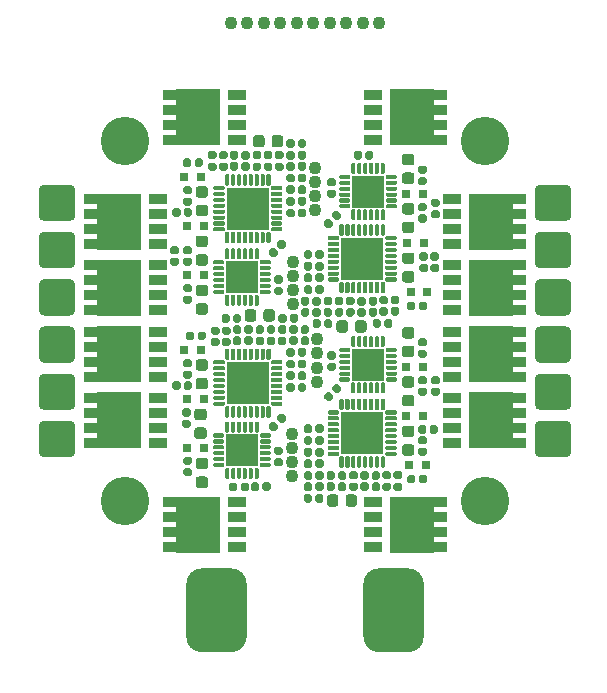
<source format=gbr>
%TF.GenerationSoftware,KiCad,Pcbnew,(5.1.6-0-10_14)*%
%TF.CreationDate,2021-04-11T14:49:43-04:00*%
%TF.ProjectId,F051_ESC-4in1-V2,46303531-5f45-4534-932d-34696e312d56,rev?*%
%TF.SameCoordinates,Original*%
%TF.FileFunction,Soldermask,Bot*%
%TF.FilePolarity,Negative*%
%FSLAX46Y46*%
G04 Gerber Fmt 4.6, Leading zero omitted, Abs format (unit mm)*
G04 Created by KiCad (PCBNEW (5.1.6-0-10_14)) date 2021-04-11 14:49:43*
%MOMM*%
%LPD*%
G01*
G04 APERTURE LIST*
%ADD10R,3.551600X3.551600*%
%ADD11C,1.101600*%
%ADD12R,1.551600X0.951600*%
%ADD13R,1.151600X0.951600*%
%ADD14R,3.851600X4.801600*%
%ADD15R,2.801600X2.801600*%
%ADD16R,0.701600X0.801600*%
%ADD17C,4.101600*%
G04 APERTURE END LIST*
D10*
%TO.C,U12*%
X135160000Y-79000000D03*
G36*
G01*
X132322100Y-77074200D02*
X133122900Y-77074200D01*
G75*
G02*
X133210800Y-77162100I0J-87900D01*
G01*
X133210800Y-77337900D01*
G75*
G02*
X133122900Y-77425800I-87900J0D01*
G01*
X132322100Y-77425800D01*
G75*
G02*
X132234200Y-77337900I0J87900D01*
G01*
X132234200Y-77162100D01*
G75*
G02*
X132322100Y-77074200I87900J0D01*
G01*
G37*
G36*
G01*
X132322100Y-77574200D02*
X133122900Y-77574200D01*
G75*
G02*
X133210800Y-77662100I0J-87900D01*
G01*
X133210800Y-77837900D01*
G75*
G02*
X133122900Y-77925800I-87900J0D01*
G01*
X132322100Y-77925800D01*
G75*
G02*
X132234200Y-77837900I0J87900D01*
G01*
X132234200Y-77662100D01*
G75*
G02*
X132322100Y-77574200I87900J0D01*
G01*
G37*
G36*
G01*
X132322100Y-78074200D02*
X133122900Y-78074200D01*
G75*
G02*
X133210800Y-78162100I0J-87900D01*
G01*
X133210800Y-78337900D01*
G75*
G02*
X133122900Y-78425800I-87900J0D01*
G01*
X132322100Y-78425800D01*
G75*
G02*
X132234200Y-78337900I0J87900D01*
G01*
X132234200Y-78162100D01*
G75*
G02*
X132322100Y-78074200I87900J0D01*
G01*
G37*
G36*
G01*
X132322100Y-78574200D02*
X133122900Y-78574200D01*
G75*
G02*
X133210800Y-78662100I0J-87900D01*
G01*
X133210800Y-78837900D01*
G75*
G02*
X133122900Y-78925800I-87900J0D01*
G01*
X132322100Y-78925800D01*
G75*
G02*
X132234200Y-78837900I0J87900D01*
G01*
X132234200Y-78662100D01*
G75*
G02*
X132322100Y-78574200I87900J0D01*
G01*
G37*
G36*
G01*
X132322100Y-79074200D02*
X133122900Y-79074200D01*
G75*
G02*
X133210800Y-79162100I0J-87900D01*
G01*
X133210800Y-79337900D01*
G75*
G02*
X133122900Y-79425800I-87900J0D01*
G01*
X132322100Y-79425800D01*
G75*
G02*
X132234200Y-79337900I0J87900D01*
G01*
X132234200Y-79162100D01*
G75*
G02*
X132322100Y-79074200I87900J0D01*
G01*
G37*
G36*
G01*
X132322100Y-79574200D02*
X133122900Y-79574200D01*
G75*
G02*
X133210800Y-79662100I0J-87900D01*
G01*
X133210800Y-79837900D01*
G75*
G02*
X133122900Y-79925800I-87900J0D01*
G01*
X132322100Y-79925800D01*
G75*
G02*
X132234200Y-79837900I0J87900D01*
G01*
X132234200Y-79662100D01*
G75*
G02*
X132322100Y-79574200I87900J0D01*
G01*
G37*
G36*
G01*
X132322100Y-80074200D02*
X133122900Y-80074200D01*
G75*
G02*
X133210800Y-80162100I0J-87900D01*
G01*
X133210800Y-80337900D01*
G75*
G02*
X133122900Y-80425800I-87900J0D01*
G01*
X132322100Y-80425800D01*
G75*
G02*
X132234200Y-80337900I0J87900D01*
G01*
X132234200Y-80162100D01*
G75*
G02*
X132322100Y-80074200I87900J0D01*
G01*
G37*
G36*
G01*
X132322100Y-80574200D02*
X133122900Y-80574200D01*
G75*
G02*
X133210800Y-80662100I0J-87900D01*
G01*
X133210800Y-80837900D01*
G75*
G02*
X133122900Y-80925800I-87900J0D01*
G01*
X132322100Y-80925800D01*
G75*
G02*
X132234200Y-80837900I0J87900D01*
G01*
X132234200Y-80662100D01*
G75*
G02*
X132322100Y-80574200I87900J0D01*
G01*
G37*
G36*
G01*
X133322100Y-80949200D02*
X133497900Y-80949200D01*
G75*
G02*
X133585800Y-81037100I0J-87900D01*
G01*
X133585800Y-81837900D01*
G75*
G02*
X133497900Y-81925800I-87900J0D01*
G01*
X133322100Y-81925800D01*
G75*
G02*
X133234200Y-81837900I0J87900D01*
G01*
X133234200Y-81037100D01*
G75*
G02*
X133322100Y-80949200I87900J0D01*
G01*
G37*
G36*
G01*
X133822100Y-80949200D02*
X133997900Y-80949200D01*
G75*
G02*
X134085800Y-81037100I0J-87900D01*
G01*
X134085800Y-81837900D01*
G75*
G02*
X133997900Y-81925800I-87900J0D01*
G01*
X133822100Y-81925800D01*
G75*
G02*
X133734200Y-81837900I0J87900D01*
G01*
X133734200Y-81037100D01*
G75*
G02*
X133822100Y-80949200I87900J0D01*
G01*
G37*
G36*
G01*
X134322100Y-80949200D02*
X134497900Y-80949200D01*
G75*
G02*
X134585800Y-81037100I0J-87900D01*
G01*
X134585800Y-81837900D01*
G75*
G02*
X134497900Y-81925800I-87900J0D01*
G01*
X134322100Y-81925800D01*
G75*
G02*
X134234200Y-81837900I0J87900D01*
G01*
X134234200Y-81037100D01*
G75*
G02*
X134322100Y-80949200I87900J0D01*
G01*
G37*
G36*
G01*
X134822100Y-80949200D02*
X134997900Y-80949200D01*
G75*
G02*
X135085800Y-81037100I0J-87900D01*
G01*
X135085800Y-81837900D01*
G75*
G02*
X134997900Y-81925800I-87900J0D01*
G01*
X134822100Y-81925800D01*
G75*
G02*
X134734200Y-81837900I0J87900D01*
G01*
X134734200Y-81037100D01*
G75*
G02*
X134822100Y-80949200I87900J0D01*
G01*
G37*
G36*
G01*
X135322100Y-80949200D02*
X135497900Y-80949200D01*
G75*
G02*
X135585800Y-81037100I0J-87900D01*
G01*
X135585800Y-81837900D01*
G75*
G02*
X135497900Y-81925800I-87900J0D01*
G01*
X135322100Y-81925800D01*
G75*
G02*
X135234200Y-81837900I0J87900D01*
G01*
X135234200Y-81037100D01*
G75*
G02*
X135322100Y-80949200I87900J0D01*
G01*
G37*
G36*
G01*
X135822100Y-80949200D02*
X135997900Y-80949200D01*
G75*
G02*
X136085800Y-81037100I0J-87900D01*
G01*
X136085800Y-81837900D01*
G75*
G02*
X135997900Y-81925800I-87900J0D01*
G01*
X135822100Y-81925800D01*
G75*
G02*
X135734200Y-81837900I0J87900D01*
G01*
X135734200Y-81037100D01*
G75*
G02*
X135822100Y-80949200I87900J0D01*
G01*
G37*
G36*
G01*
X136322100Y-80949200D02*
X136497900Y-80949200D01*
G75*
G02*
X136585800Y-81037100I0J-87900D01*
G01*
X136585800Y-81837900D01*
G75*
G02*
X136497900Y-81925800I-87900J0D01*
G01*
X136322100Y-81925800D01*
G75*
G02*
X136234200Y-81837900I0J87900D01*
G01*
X136234200Y-81037100D01*
G75*
G02*
X136322100Y-80949200I87900J0D01*
G01*
G37*
G36*
G01*
X136822100Y-80949200D02*
X136997900Y-80949200D01*
G75*
G02*
X137085800Y-81037100I0J-87900D01*
G01*
X137085800Y-81837900D01*
G75*
G02*
X136997900Y-81925800I-87900J0D01*
G01*
X136822100Y-81925800D01*
G75*
G02*
X136734200Y-81837900I0J87900D01*
G01*
X136734200Y-81037100D01*
G75*
G02*
X136822100Y-80949200I87900J0D01*
G01*
G37*
G36*
G01*
X137197100Y-80574200D02*
X137997900Y-80574200D01*
G75*
G02*
X138085800Y-80662100I0J-87900D01*
G01*
X138085800Y-80837900D01*
G75*
G02*
X137997900Y-80925800I-87900J0D01*
G01*
X137197100Y-80925800D01*
G75*
G02*
X137109200Y-80837900I0J87900D01*
G01*
X137109200Y-80662100D01*
G75*
G02*
X137197100Y-80574200I87900J0D01*
G01*
G37*
G36*
G01*
X137197100Y-80074200D02*
X137997900Y-80074200D01*
G75*
G02*
X138085800Y-80162100I0J-87900D01*
G01*
X138085800Y-80337900D01*
G75*
G02*
X137997900Y-80425800I-87900J0D01*
G01*
X137197100Y-80425800D01*
G75*
G02*
X137109200Y-80337900I0J87900D01*
G01*
X137109200Y-80162100D01*
G75*
G02*
X137197100Y-80074200I87900J0D01*
G01*
G37*
G36*
G01*
X137197100Y-79574200D02*
X137997900Y-79574200D01*
G75*
G02*
X138085800Y-79662100I0J-87900D01*
G01*
X138085800Y-79837900D01*
G75*
G02*
X137997900Y-79925800I-87900J0D01*
G01*
X137197100Y-79925800D01*
G75*
G02*
X137109200Y-79837900I0J87900D01*
G01*
X137109200Y-79662100D01*
G75*
G02*
X137197100Y-79574200I87900J0D01*
G01*
G37*
G36*
G01*
X137197100Y-79074200D02*
X137997900Y-79074200D01*
G75*
G02*
X138085800Y-79162100I0J-87900D01*
G01*
X138085800Y-79337900D01*
G75*
G02*
X137997900Y-79425800I-87900J0D01*
G01*
X137197100Y-79425800D01*
G75*
G02*
X137109200Y-79337900I0J87900D01*
G01*
X137109200Y-79162100D01*
G75*
G02*
X137197100Y-79074200I87900J0D01*
G01*
G37*
G36*
G01*
X137197100Y-78574200D02*
X137997900Y-78574200D01*
G75*
G02*
X138085800Y-78662100I0J-87900D01*
G01*
X138085800Y-78837900D01*
G75*
G02*
X137997900Y-78925800I-87900J0D01*
G01*
X137197100Y-78925800D01*
G75*
G02*
X137109200Y-78837900I0J87900D01*
G01*
X137109200Y-78662100D01*
G75*
G02*
X137197100Y-78574200I87900J0D01*
G01*
G37*
G36*
G01*
X137197100Y-78074200D02*
X137997900Y-78074200D01*
G75*
G02*
X138085800Y-78162100I0J-87900D01*
G01*
X138085800Y-78337900D01*
G75*
G02*
X137997900Y-78425800I-87900J0D01*
G01*
X137197100Y-78425800D01*
G75*
G02*
X137109200Y-78337900I0J87900D01*
G01*
X137109200Y-78162100D01*
G75*
G02*
X137197100Y-78074200I87900J0D01*
G01*
G37*
G36*
G01*
X137197100Y-77574200D02*
X137997900Y-77574200D01*
G75*
G02*
X138085800Y-77662100I0J-87900D01*
G01*
X138085800Y-77837900D01*
G75*
G02*
X137997900Y-77925800I-87900J0D01*
G01*
X137197100Y-77925800D01*
G75*
G02*
X137109200Y-77837900I0J87900D01*
G01*
X137109200Y-77662100D01*
G75*
G02*
X137197100Y-77574200I87900J0D01*
G01*
G37*
G36*
G01*
X137197100Y-77074200D02*
X137997900Y-77074200D01*
G75*
G02*
X138085800Y-77162100I0J-87900D01*
G01*
X138085800Y-77337900D01*
G75*
G02*
X137997900Y-77425800I-87900J0D01*
G01*
X137197100Y-77425800D01*
G75*
G02*
X137109200Y-77337900I0J87900D01*
G01*
X137109200Y-77162100D01*
G75*
G02*
X137197100Y-77074200I87900J0D01*
G01*
G37*
G36*
G01*
X136822100Y-76074200D02*
X136997900Y-76074200D01*
G75*
G02*
X137085800Y-76162100I0J-87900D01*
G01*
X137085800Y-76962900D01*
G75*
G02*
X136997900Y-77050800I-87900J0D01*
G01*
X136822100Y-77050800D01*
G75*
G02*
X136734200Y-76962900I0J87900D01*
G01*
X136734200Y-76162100D01*
G75*
G02*
X136822100Y-76074200I87900J0D01*
G01*
G37*
G36*
G01*
X136322100Y-76074200D02*
X136497900Y-76074200D01*
G75*
G02*
X136585800Y-76162100I0J-87900D01*
G01*
X136585800Y-76962900D01*
G75*
G02*
X136497900Y-77050800I-87900J0D01*
G01*
X136322100Y-77050800D01*
G75*
G02*
X136234200Y-76962900I0J87900D01*
G01*
X136234200Y-76162100D01*
G75*
G02*
X136322100Y-76074200I87900J0D01*
G01*
G37*
G36*
G01*
X135822100Y-76074200D02*
X135997900Y-76074200D01*
G75*
G02*
X136085800Y-76162100I0J-87900D01*
G01*
X136085800Y-76962900D01*
G75*
G02*
X135997900Y-77050800I-87900J0D01*
G01*
X135822100Y-77050800D01*
G75*
G02*
X135734200Y-76962900I0J87900D01*
G01*
X135734200Y-76162100D01*
G75*
G02*
X135822100Y-76074200I87900J0D01*
G01*
G37*
G36*
G01*
X135322100Y-76074200D02*
X135497900Y-76074200D01*
G75*
G02*
X135585800Y-76162100I0J-87900D01*
G01*
X135585800Y-76962900D01*
G75*
G02*
X135497900Y-77050800I-87900J0D01*
G01*
X135322100Y-77050800D01*
G75*
G02*
X135234200Y-76962900I0J87900D01*
G01*
X135234200Y-76162100D01*
G75*
G02*
X135322100Y-76074200I87900J0D01*
G01*
G37*
G36*
G01*
X134822100Y-76074200D02*
X134997900Y-76074200D01*
G75*
G02*
X135085800Y-76162100I0J-87900D01*
G01*
X135085800Y-76962900D01*
G75*
G02*
X134997900Y-77050800I-87900J0D01*
G01*
X134822100Y-77050800D01*
G75*
G02*
X134734200Y-76962900I0J87900D01*
G01*
X134734200Y-76162100D01*
G75*
G02*
X134822100Y-76074200I87900J0D01*
G01*
G37*
G36*
G01*
X134322100Y-76074200D02*
X134497900Y-76074200D01*
G75*
G02*
X134585800Y-76162100I0J-87900D01*
G01*
X134585800Y-76962900D01*
G75*
G02*
X134497900Y-77050800I-87900J0D01*
G01*
X134322100Y-77050800D01*
G75*
G02*
X134234200Y-76962900I0J87900D01*
G01*
X134234200Y-76162100D01*
G75*
G02*
X134322100Y-76074200I87900J0D01*
G01*
G37*
G36*
G01*
X133822100Y-76074200D02*
X133997900Y-76074200D01*
G75*
G02*
X134085800Y-76162100I0J-87900D01*
G01*
X134085800Y-76962900D01*
G75*
G02*
X133997900Y-77050800I-87900J0D01*
G01*
X133822100Y-77050800D01*
G75*
G02*
X133734200Y-76962900I0J87900D01*
G01*
X133734200Y-76162100D01*
G75*
G02*
X133822100Y-76074200I87900J0D01*
G01*
G37*
G36*
G01*
X133322100Y-76074200D02*
X133497900Y-76074200D01*
G75*
G02*
X133585800Y-76162100I0J-87900D01*
G01*
X133585800Y-76962900D01*
G75*
G02*
X133497900Y-77050800I-87900J0D01*
G01*
X133322100Y-77050800D01*
G75*
G02*
X133234200Y-76962900I0J87900D01*
G01*
X133234200Y-76162100D01*
G75*
G02*
X133322100Y-76074200I87900J0D01*
G01*
G37*
%TD*%
%TO.C,R65*%
G36*
G01*
X139399200Y-73677900D02*
X139399200Y-73282100D01*
G75*
G02*
X139572100Y-73109200I172900J0D01*
G01*
X139917900Y-73109200D01*
G75*
G02*
X140090800Y-73282100I0J-172900D01*
G01*
X140090800Y-73677900D01*
G75*
G02*
X139917900Y-73850800I-172900J0D01*
G01*
X139572100Y-73850800D01*
G75*
G02*
X139399200Y-73677900I0J172900D01*
G01*
G37*
G36*
G01*
X138429200Y-73677900D02*
X138429200Y-73282100D01*
G75*
G02*
X138602100Y-73109200I172900J0D01*
G01*
X138947900Y-73109200D01*
G75*
G02*
X139120800Y-73282100I0J-172900D01*
G01*
X139120800Y-73677900D01*
G75*
G02*
X138947900Y-73850800I-172900J0D01*
G01*
X138602100Y-73850800D01*
G75*
G02*
X138429200Y-73677900I0J172900D01*
G01*
G37*
%TD*%
%TO.C,U9*%
X135160000Y-93760000D03*
G36*
G01*
X132322100Y-91834200D02*
X133122900Y-91834200D01*
G75*
G02*
X133210800Y-91922100I0J-87900D01*
G01*
X133210800Y-92097900D01*
G75*
G02*
X133122900Y-92185800I-87900J0D01*
G01*
X132322100Y-92185800D01*
G75*
G02*
X132234200Y-92097900I0J87900D01*
G01*
X132234200Y-91922100D01*
G75*
G02*
X132322100Y-91834200I87900J0D01*
G01*
G37*
G36*
G01*
X132322100Y-92334200D02*
X133122900Y-92334200D01*
G75*
G02*
X133210800Y-92422100I0J-87900D01*
G01*
X133210800Y-92597900D01*
G75*
G02*
X133122900Y-92685800I-87900J0D01*
G01*
X132322100Y-92685800D01*
G75*
G02*
X132234200Y-92597900I0J87900D01*
G01*
X132234200Y-92422100D01*
G75*
G02*
X132322100Y-92334200I87900J0D01*
G01*
G37*
G36*
G01*
X132322100Y-92834200D02*
X133122900Y-92834200D01*
G75*
G02*
X133210800Y-92922100I0J-87900D01*
G01*
X133210800Y-93097900D01*
G75*
G02*
X133122900Y-93185800I-87900J0D01*
G01*
X132322100Y-93185800D01*
G75*
G02*
X132234200Y-93097900I0J87900D01*
G01*
X132234200Y-92922100D01*
G75*
G02*
X132322100Y-92834200I87900J0D01*
G01*
G37*
G36*
G01*
X132322100Y-93334200D02*
X133122900Y-93334200D01*
G75*
G02*
X133210800Y-93422100I0J-87900D01*
G01*
X133210800Y-93597900D01*
G75*
G02*
X133122900Y-93685800I-87900J0D01*
G01*
X132322100Y-93685800D01*
G75*
G02*
X132234200Y-93597900I0J87900D01*
G01*
X132234200Y-93422100D01*
G75*
G02*
X132322100Y-93334200I87900J0D01*
G01*
G37*
G36*
G01*
X132322100Y-93834200D02*
X133122900Y-93834200D01*
G75*
G02*
X133210800Y-93922100I0J-87900D01*
G01*
X133210800Y-94097900D01*
G75*
G02*
X133122900Y-94185800I-87900J0D01*
G01*
X132322100Y-94185800D01*
G75*
G02*
X132234200Y-94097900I0J87900D01*
G01*
X132234200Y-93922100D01*
G75*
G02*
X132322100Y-93834200I87900J0D01*
G01*
G37*
G36*
G01*
X132322100Y-94334200D02*
X133122900Y-94334200D01*
G75*
G02*
X133210800Y-94422100I0J-87900D01*
G01*
X133210800Y-94597900D01*
G75*
G02*
X133122900Y-94685800I-87900J0D01*
G01*
X132322100Y-94685800D01*
G75*
G02*
X132234200Y-94597900I0J87900D01*
G01*
X132234200Y-94422100D01*
G75*
G02*
X132322100Y-94334200I87900J0D01*
G01*
G37*
G36*
G01*
X132322100Y-94834200D02*
X133122900Y-94834200D01*
G75*
G02*
X133210800Y-94922100I0J-87900D01*
G01*
X133210800Y-95097900D01*
G75*
G02*
X133122900Y-95185800I-87900J0D01*
G01*
X132322100Y-95185800D01*
G75*
G02*
X132234200Y-95097900I0J87900D01*
G01*
X132234200Y-94922100D01*
G75*
G02*
X132322100Y-94834200I87900J0D01*
G01*
G37*
G36*
G01*
X132322100Y-95334200D02*
X133122900Y-95334200D01*
G75*
G02*
X133210800Y-95422100I0J-87900D01*
G01*
X133210800Y-95597900D01*
G75*
G02*
X133122900Y-95685800I-87900J0D01*
G01*
X132322100Y-95685800D01*
G75*
G02*
X132234200Y-95597900I0J87900D01*
G01*
X132234200Y-95422100D01*
G75*
G02*
X132322100Y-95334200I87900J0D01*
G01*
G37*
G36*
G01*
X133322100Y-95709200D02*
X133497900Y-95709200D01*
G75*
G02*
X133585800Y-95797100I0J-87900D01*
G01*
X133585800Y-96597900D01*
G75*
G02*
X133497900Y-96685800I-87900J0D01*
G01*
X133322100Y-96685800D01*
G75*
G02*
X133234200Y-96597900I0J87900D01*
G01*
X133234200Y-95797100D01*
G75*
G02*
X133322100Y-95709200I87900J0D01*
G01*
G37*
G36*
G01*
X133822100Y-95709200D02*
X133997900Y-95709200D01*
G75*
G02*
X134085800Y-95797100I0J-87900D01*
G01*
X134085800Y-96597900D01*
G75*
G02*
X133997900Y-96685800I-87900J0D01*
G01*
X133822100Y-96685800D01*
G75*
G02*
X133734200Y-96597900I0J87900D01*
G01*
X133734200Y-95797100D01*
G75*
G02*
X133822100Y-95709200I87900J0D01*
G01*
G37*
G36*
G01*
X134322100Y-95709200D02*
X134497900Y-95709200D01*
G75*
G02*
X134585800Y-95797100I0J-87900D01*
G01*
X134585800Y-96597900D01*
G75*
G02*
X134497900Y-96685800I-87900J0D01*
G01*
X134322100Y-96685800D01*
G75*
G02*
X134234200Y-96597900I0J87900D01*
G01*
X134234200Y-95797100D01*
G75*
G02*
X134322100Y-95709200I87900J0D01*
G01*
G37*
G36*
G01*
X134822100Y-95709200D02*
X134997900Y-95709200D01*
G75*
G02*
X135085800Y-95797100I0J-87900D01*
G01*
X135085800Y-96597900D01*
G75*
G02*
X134997900Y-96685800I-87900J0D01*
G01*
X134822100Y-96685800D01*
G75*
G02*
X134734200Y-96597900I0J87900D01*
G01*
X134734200Y-95797100D01*
G75*
G02*
X134822100Y-95709200I87900J0D01*
G01*
G37*
G36*
G01*
X135322100Y-95709200D02*
X135497900Y-95709200D01*
G75*
G02*
X135585800Y-95797100I0J-87900D01*
G01*
X135585800Y-96597900D01*
G75*
G02*
X135497900Y-96685800I-87900J0D01*
G01*
X135322100Y-96685800D01*
G75*
G02*
X135234200Y-96597900I0J87900D01*
G01*
X135234200Y-95797100D01*
G75*
G02*
X135322100Y-95709200I87900J0D01*
G01*
G37*
G36*
G01*
X135822100Y-95709200D02*
X135997900Y-95709200D01*
G75*
G02*
X136085800Y-95797100I0J-87900D01*
G01*
X136085800Y-96597900D01*
G75*
G02*
X135997900Y-96685800I-87900J0D01*
G01*
X135822100Y-96685800D01*
G75*
G02*
X135734200Y-96597900I0J87900D01*
G01*
X135734200Y-95797100D01*
G75*
G02*
X135822100Y-95709200I87900J0D01*
G01*
G37*
G36*
G01*
X136322100Y-95709200D02*
X136497900Y-95709200D01*
G75*
G02*
X136585800Y-95797100I0J-87900D01*
G01*
X136585800Y-96597900D01*
G75*
G02*
X136497900Y-96685800I-87900J0D01*
G01*
X136322100Y-96685800D01*
G75*
G02*
X136234200Y-96597900I0J87900D01*
G01*
X136234200Y-95797100D01*
G75*
G02*
X136322100Y-95709200I87900J0D01*
G01*
G37*
G36*
G01*
X136822100Y-95709200D02*
X136997900Y-95709200D01*
G75*
G02*
X137085800Y-95797100I0J-87900D01*
G01*
X137085800Y-96597900D01*
G75*
G02*
X136997900Y-96685800I-87900J0D01*
G01*
X136822100Y-96685800D01*
G75*
G02*
X136734200Y-96597900I0J87900D01*
G01*
X136734200Y-95797100D01*
G75*
G02*
X136822100Y-95709200I87900J0D01*
G01*
G37*
G36*
G01*
X137197100Y-95334200D02*
X137997900Y-95334200D01*
G75*
G02*
X138085800Y-95422100I0J-87900D01*
G01*
X138085800Y-95597900D01*
G75*
G02*
X137997900Y-95685800I-87900J0D01*
G01*
X137197100Y-95685800D01*
G75*
G02*
X137109200Y-95597900I0J87900D01*
G01*
X137109200Y-95422100D01*
G75*
G02*
X137197100Y-95334200I87900J0D01*
G01*
G37*
G36*
G01*
X137197100Y-94834200D02*
X137997900Y-94834200D01*
G75*
G02*
X138085800Y-94922100I0J-87900D01*
G01*
X138085800Y-95097900D01*
G75*
G02*
X137997900Y-95185800I-87900J0D01*
G01*
X137197100Y-95185800D01*
G75*
G02*
X137109200Y-95097900I0J87900D01*
G01*
X137109200Y-94922100D01*
G75*
G02*
X137197100Y-94834200I87900J0D01*
G01*
G37*
G36*
G01*
X137197100Y-94334200D02*
X137997900Y-94334200D01*
G75*
G02*
X138085800Y-94422100I0J-87900D01*
G01*
X138085800Y-94597900D01*
G75*
G02*
X137997900Y-94685800I-87900J0D01*
G01*
X137197100Y-94685800D01*
G75*
G02*
X137109200Y-94597900I0J87900D01*
G01*
X137109200Y-94422100D01*
G75*
G02*
X137197100Y-94334200I87900J0D01*
G01*
G37*
G36*
G01*
X137197100Y-93834200D02*
X137997900Y-93834200D01*
G75*
G02*
X138085800Y-93922100I0J-87900D01*
G01*
X138085800Y-94097900D01*
G75*
G02*
X137997900Y-94185800I-87900J0D01*
G01*
X137197100Y-94185800D01*
G75*
G02*
X137109200Y-94097900I0J87900D01*
G01*
X137109200Y-93922100D01*
G75*
G02*
X137197100Y-93834200I87900J0D01*
G01*
G37*
G36*
G01*
X137197100Y-93334200D02*
X137997900Y-93334200D01*
G75*
G02*
X138085800Y-93422100I0J-87900D01*
G01*
X138085800Y-93597900D01*
G75*
G02*
X137997900Y-93685800I-87900J0D01*
G01*
X137197100Y-93685800D01*
G75*
G02*
X137109200Y-93597900I0J87900D01*
G01*
X137109200Y-93422100D01*
G75*
G02*
X137197100Y-93334200I87900J0D01*
G01*
G37*
G36*
G01*
X137197100Y-92834200D02*
X137997900Y-92834200D01*
G75*
G02*
X138085800Y-92922100I0J-87900D01*
G01*
X138085800Y-93097900D01*
G75*
G02*
X137997900Y-93185800I-87900J0D01*
G01*
X137197100Y-93185800D01*
G75*
G02*
X137109200Y-93097900I0J87900D01*
G01*
X137109200Y-92922100D01*
G75*
G02*
X137197100Y-92834200I87900J0D01*
G01*
G37*
G36*
G01*
X137197100Y-92334200D02*
X137997900Y-92334200D01*
G75*
G02*
X138085800Y-92422100I0J-87900D01*
G01*
X138085800Y-92597900D01*
G75*
G02*
X137997900Y-92685800I-87900J0D01*
G01*
X137197100Y-92685800D01*
G75*
G02*
X137109200Y-92597900I0J87900D01*
G01*
X137109200Y-92422100D01*
G75*
G02*
X137197100Y-92334200I87900J0D01*
G01*
G37*
G36*
G01*
X137197100Y-91834200D02*
X137997900Y-91834200D01*
G75*
G02*
X138085800Y-91922100I0J-87900D01*
G01*
X138085800Y-92097900D01*
G75*
G02*
X137997900Y-92185800I-87900J0D01*
G01*
X137197100Y-92185800D01*
G75*
G02*
X137109200Y-92097900I0J87900D01*
G01*
X137109200Y-91922100D01*
G75*
G02*
X137197100Y-91834200I87900J0D01*
G01*
G37*
G36*
G01*
X136822100Y-90834200D02*
X136997900Y-90834200D01*
G75*
G02*
X137085800Y-90922100I0J-87900D01*
G01*
X137085800Y-91722900D01*
G75*
G02*
X136997900Y-91810800I-87900J0D01*
G01*
X136822100Y-91810800D01*
G75*
G02*
X136734200Y-91722900I0J87900D01*
G01*
X136734200Y-90922100D01*
G75*
G02*
X136822100Y-90834200I87900J0D01*
G01*
G37*
G36*
G01*
X136322100Y-90834200D02*
X136497900Y-90834200D01*
G75*
G02*
X136585800Y-90922100I0J-87900D01*
G01*
X136585800Y-91722900D01*
G75*
G02*
X136497900Y-91810800I-87900J0D01*
G01*
X136322100Y-91810800D01*
G75*
G02*
X136234200Y-91722900I0J87900D01*
G01*
X136234200Y-90922100D01*
G75*
G02*
X136322100Y-90834200I87900J0D01*
G01*
G37*
G36*
G01*
X135822100Y-90834200D02*
X135997900Y-90834200D01*
G75*
G02*
X136085800Y-90922100I0J-87900D01*
G01*
X136085800Y-91722900D01*
G75*
G02*
X135997900Y-91810800I-87900J0D01*
G01*
X135822100Y-91810800D01*
G75*
G02*
X135734200Y-91722900I0J87900D01*
G01*
X135734200Y-90922100D01*
G75*
G02*
X135822100Y-90834200I87900J0D01*
G01*
G37*
G36*
G01*
X135322100Y-90834200D02*
X135497900Y-90834200D01*
G75*
G02*
X135585800Y-90922100I0J-87900D01*
G01*
X135585800Y-91722900D01*
G75*
G02*
X135497900Y-91810800I-87900J0D01*
G01*
X135322100Y-91810800D01*
G75*
G02*
X135234200Y-91722900I0J87900D01*
G01*
X135234200Y-90922100D01*
G75*
G02*
X135322100Y-90834200I87900J0D01*
G01*
G37*
G36*
G01*
X134822100Y-90834200D02*
X134997900Y-90834200D01*
G75*
G02*
X135085800Y-90922100I0J-87900D01*
G01*
X135085800Y-91722900D01*
G75*
G02*
X134997900Y-91810800I-87900J0D01*
G01*
X134822100Y-91810800D01*
G75*
G02*
X134734200Y-91722900I0J87900D01*
G01*
X134734200Y-90922100D01*
G75*
G02*
X134822100Y-90834200I87900J0D01*
G01*
G37*
G36*
G01*
X134322100Y-90834200D02*
X134497900Y-90834200D01*
G75*
G02*
X134585800Y-90922100I0J-87900D01*
G01*
X134585800Y-91722900D01*
G75*
G02*
X134497900Y-91810800I-87900J0D01*
G01*
X134322100Y-91810800D01*
G75*
G02*
X134234200Y-91722900I0J87900D01*
G01*
X134234200Y-90922100D01*
G75*
G02*
X134322100Y-90834200I87900J0D01*
G01*
G37*
G36*
G01*
X133822100Y-90834200D02*
X133997900Y-90834200D01*
G75*
G02*
X134085800Y-90922100I0J-87900D01*
G01*
X134085800Y-91722900D01*
G75*
G02*
X133997900Y-91810800I-87900J0D01*
G01*
X133822100Y-91810800D01*
G75*
G02*
X133734200Y-91722900I0J87900D01*
G01*
X133734200Y-90922100D01*
G75*
G02*
X133822100Y-90834200I87900J0D01*
G01*
G37*
G36*
G01*
X133322100Y-90834200D02*
X133497900Y-90834200D01*
G75*
G02*
X133585800Y-90922100I0J-87900D01*
G01*
X133585800Y-91722900D01*
G75*
G02*
X133497900Y-91810800I-87900J0D01*
G01*
X133322100Y-91810800D01*
G75*
G02*
X133234200Y-91722900I0J87900D01*
G01*
X133234200Y-90922100D01*
G75*
G02*
X133322100Y-90834200I87900J0D01*
G01*
G37*
%TD*%
%TO.C,U6*%
X144840000Y-83240000D03*
G36*
G01*
X147677900Y-85165800D02*
X146877100Y-85165800D01*
G75*
G02*
X146789200Y-85077900I0J87900D01*
G01*
X146789200Y-84902100D01*
G75*
G02*
X146877100Y-84814200I87900J0D01*
G01*
X147677900Y-84814200D01*
G75*
G02*
X147765800Y-84902100I0J-87900D01*
G01*
X147765800Y-85077900D01*
G75*
G02*
X147677900Y-85165800I-87900J0D01*
G01*
G37*
G36*
G01*
X147677900Y-84665800D02*
X146877100Y-84665800D01*
G75*
G02*
X146789200Y-84577900I0J87900D01*
G01*
X146789200Y-84402100D01*
G75*
G02*
X146877100Y-84314200I87900J0D01*
G01*
X147677900Y-84314200D01*
G75*
G02*
X147765800Y-84402100I0J-87900D01*
G01*
X147765800Y-84577900D01*
G75*
G02*
X147677900Y-84665800I-87900J0D01*
G01*
G37*
G36*
G01*
X147677900Y-84165800D02*
X146877100Y-84165800D01*
G75*
G02*
X146789200Y-84077900I0J87900D01*
G01*
X146789200Y-83902100D01*
G75*
G02*
X146877100Y-83814200I87900J0D01*
G01*
X147677900Y-83814200D01*
G75*
G02*
X147765800Y-83902100I0J-87900D01*
G01*
X147765800Y-84077900D01*
G75*
G02*
X147677900Y-84165800I-87900J0D01*
G01*
G37*
G36*
G01*
X147677900Y-83665800D02*
X146877100Y-83665800D01*
G75*
G02*
X146789200Y-83577900I0J87900D01*
G01*
X146789200Y-83402100D01*
G75*
G02*
X146877100Y-83314200I87900J0D01*
G01*
X147677900Y-83314200D01*
G75*
G02*
X147765800Y-83402100I0J-87900D01*
G01*
X147765800Y-83577900D01*
G75*
G02*
X147677900Y-83665800I-87900J0D01*
G01*
G37*
G36*
G01*
X147677900Y-83165800D02*
X146877100Y-83165800D01*
G75*
G02*
X146789200Y-83077900I0J87900D01*
G01*
X146789200Y-82902100D01*
G75*
G02*
X146877100Y-82814200I87900J0D01*
G01*
X147677900Y-82814200D01*
G75*
G02*
X147765800Y-82902100I0J-87900D01*
G01*
X147765800Y-83077900D01*
G75*
G02*
X147677900Y-83165800I-87900J0D01*
G01*
G37*
G36*
G01*
X147677900Y-82665800D02*
X146877100Y-82665800D01*
G75*
G02*
X146789200Y-82577900I0J87900D01*
G01*
X146789200Y-82402100D01*
G75*
G02*
X146877100Y-82314200I87900J0D01*
G01*
X147677900Y-82314200D01*
G75*
G02*
X147765800Y-82402100I0J-87900D01*
G01*
X147765800Y-82577900D01*
G75*
G02*
X147677900Y-82665800I-87900J0D01*
G01*
G37*
G36*
G01*
X147677900Y-82165800D02*
X146877100Y-82165800D01*
G75*
G02*
X146789200Y-82077900I0J87900D01*
G01*
X146789200Y-81902100D01*
G75*
G02*
X146877100Y-81814200I87900J0D01*
G01*
X147677900Y-81814200D01*
G75*
G02*
X147765800Y-81902100I0J-87900D01*
G01*
X147765800Y-82077900D01*
G75*
G02*
X147677900Y-82165800I-87900J0D01*
G01*
G37*
G36*
G01*
X147677900Y-81665800D02*
X146877100Y-81665800D01*
G75*
G02*
X146789200Y-81577900I0J87900D01*
G01*
X146789200Y-81402100D01*
G75*
G02*
X146877100Y-81314200I87900J0D01*
G01*
X147677900Y-81314200D01*
G75*
G02*
X147765800Y-81402100I0J-87900D01*
G01*
X147765800Y-81577900D01*
G75*
G02*
X147677900Y-81665800I-87900J0D01*
G01*
G37*
G36*
G01*
X146677900Y-81290800D02*
X146502100Y-81290800D01*
G75*
G02*
X146414200Y-81202900I0J87900D01*
G01*
X146414200Y-80402100D01*
G75*
G02*
X146502100Y-80314200I87900J0D01*
G01*
X146677900Y-80314200D01*
G75*
G02*
X146765800Y-80402100I0J-87900D01*
G01*
X146765800Y-81202900D01*
G75*
G02*
X146677900Y-81290800I-87900J0D01*
G01*
G37*
G36*
G01*
X146177900Y-81290800D02*
X146002100Y-81290800D01*
G75*
G02*
X145914200Y-81202900I0J87900D01*
G01*
X145914200Y-80402100D01*
G75*
G02*
X146002100Y-80314200I87900J0D01*
G01*
X146177900Y-80314200D01*
G75*
G02*
X146265800Y-80402100I0J-87900D01*
G01*
X146265800Y-81202900D01*
G75*
G02*
X146177900Y-81290800I-87900J0D01*
G01*
G37*
G36*
G01*
X145677900Y-81290800D02*
X145502100Y-81290800D01*
G75*
G02*
X145414200Y-81202900I0J87900D01*
G01*
X145414200Y-80402100D01*
G75*
G02*
X145502100Y-80314200I87900J0D01*
G01*
X145677900Y-80314200D01*
G75*
G02*
X145765800Y-80402100I0J-87900D01*
G01*
X145765800Y-81202900D01*
G75*
G02*
X145677900Y-81290800I-87900J0D01*
G01*
G37*
G36*
G01*
X145177900Y-81290800D02*
X145002100Y-81290800D01*
G75*
G02*
X144914200Y-81202900I0J87900D01*
G01*
X144914200Y-80402100D01*
G75*
G02*
X145002100Y-80314200I87900J0D01*
G01*
X145177900Y-80314200D01*
G75*
G02*
X145265800Y-80402100I0J-87900D01*
G01*
X145265800Y-81202900D01*
G75*
G02*
X145177900Y-81290800I-87900J0D01*
G01*
G37*
G36*
G01*
X144677900Y-81290800D02*
X144502100Y-81290800D01*
G75*
G02*
X144414200Y-81202900I0J87900D01*
G01*
X144414200Y-80402100D01*
G75*
G02*
X144502100Y-80314200I87900J0D01*
G01*
X144677900Y-80314200D01*
G75*
G02*
X144765800Y-80402100I0J-87900D01*
G01*
X144765800Y-81202900D01*
G75*
G02*
X144677900Y-81290800I-87900J0D01*
G01*
G37*
G36*
G01*
X144177900Y-81290800D02*
X144002100Y-81290800D01*
G75*
G02*
X143914200Y-81202900I0J87900D01*
G01*
X143914200Y-80402100D01*
G75*
G02*
X144002100Y-80314200I87900J0D01*
G01*
X144177900Y-80314200D01*
G75*
G02*
X144265800Y-80402100I0J-87900D01*
G01*
X144265800Y-81202900D01*
G75*
G02*
X144177900Y-81290800I-87900J0D01*
G01*
G37*
G36*
G01*
X143677900Y-81290800D02*
X143502100Y-81290800D01*
G75*
G02*
X143414200Y-81202900I0J87900D01*
G01*
X143414200Y-80402100D01*
G75*
G02*
X143502100Y-80314200I87900J0D01*
G01*
X143677900Y-80314200D01*
G75*
G02*
X143765800Y-80402100I0J-87900D01*
G01*
X143765800Y-81202900D01*
G75*
G02*
X143677900Y-81290800I-87900J0D01*
G01*
G37*
G36*
G01*
X143177900Y-81290800D02*
X143002100Y-81290800D01*
G75*
G02*
X142914200Y-81202900I0J87900D01*
G01*
X142914200Y-80402100D01*
G75*
G02*
X143002100Y-80314200I87900J0D01*
G01*
X143177900Y-80314200D01*
G75*
G02*
X143265800Y-80402100I0J-87900D01*
G01*
X143265800Y-81202900D01*
G75*
G02*
X143177900Y-81290800I-87900J0D01*
G01*
G37*
G36*
G01*
X142802900Y-81665800D02*
X142002100Y-81665800D01*
G75*
G02*
X141914200Y-81577900I0J87900D01*
G01*
X141914200Y-81402100D01*
G75*
G02*
X142002100Y-81314200I87900J0D01*
G01*
X142802900Y-81314200D01*
G75*
G02*
X142890800Y-81402100I0J-87900D01*
G01*
X142890800Y-81577900D01*
G75*
G02*
X142802900Y-81665800I-87900J0D01*
G01*
G37*
G36*
G01*
X142802900Y-82165800D02*
X142002100Y-82165800D01*
G75*
G02*
X141914200Y-82077900I0J87900D01*
G01*
X141914200Y-81902100D01*
G75*
G02*
X142002100Y-81814200I87900J0D01*
G01*
X142802900Y-81814200D01*
G75*
G02*
X142890800Y-81902100I0J-87900D01*
G01*
X142890800Y-82077900D01*
G75*
G02*
X142802900Y-82165800I-87900J0D01*
G01*
G37*
G36*
G01*
X142802900Y-82665800D02*
X142002100Y-82665800D01*
G75*
G02*
X141914200Y-82577900I0J87900D01*
G01*
X141914200Y-82402100D01*
G75*
G02*
X142002100Y-82314200I87900J0D01*
G01*
X142802900Y-82314200D01*
G75*
G02*
X142890800Y-82402100I0J-87900D01*
G01*
X142890800Y-82577900D01*
G75*
G02*
X142802900Y-82665800I-87900J0D01*
G01*
G37*
G36*
G01*
X142802900Y-83165800D02*
X142002100Y-83165800D01*
G75*
G02*
X141914200Y-83077900I0J87900D01*
G01*
X141914200Y-82902100D01*
G75*
G02*
X142002100Y-82814200I87900J0D01*
G01*
X142802900Y-82814200D01*
G75*
G02*
X142890800Y-82902100I0J-87900D01*
G01*
X142890800Y-83077900D01*
G75*
G02*
X142802900Y-83165800I-87900J0D01*
G01*
G37*
G36*
G01*
X142802900Y-83665800D02*
X142002100Y-83665800D01*
G75*
G02*
X141914200Y-83577900I0J87900D01*
G01*
X141914200Y-83402100D01*
G75*
G02*
X142002100Y-83314200I87900J0D01*
G01*
X142802900Y-83314200D01*
G75*
G02*
X142890800Y-83402100I0J-87900D01*
G01*
X142890800Y-83577900D01*
G75*
G02*
X142802900Y-83665800I-87900J0D01*
G01*
G37*
G36*
G01*
X142802900Y-84165800D02*
X142002100Y-84165800D01*
G75*
G02*
X141914200Y-84077900I0J87900D01*
G01*
X141914200Y-83902100D01*
G75*
G02*
X142002100Y-83814200I87900J0D01*
G01*
X142802900Y-83814200D01*
G75*
G02*
X142890800Y-83902100I0J-87900D01*
G01*
X142890800Y-84077900D01*
G75*
G02*
X142802900Y-84165800I-87900J0D01*
G01*
G37*
G36*
G01*
X142802900Y-84665800D02*
X142002100Y-84665800D01*
G75*
G02*
X141914200Y-84577900I0J87900D01*
G01*
X141914200Y-84402100D01*
G75*
G02*
X142002100Y-84314200I87900J0D01*
G01*
X142802900Y-84314200D01*
G75*
G02*
X142890800Y-84402100I0J-87900D01*
G01*
X142890800Y-84577900D01*
G75*
G02*
X142802900Y-84665800I-87900J0D01*
G01*
G37*
G36*
G01*
X142802900Y-85165800D02*
X142002100Y-85165800D01*
G75*
G02*
X141914200Y-85077900I0J87900D01*
G01*
X141914200Y-84902100D01*
G75*
G02*
X142002100Y-84814200I87900J0D01*
G01*
X142802900Y-84814200D01*
G75*
G02*
X142890800Y-84902100I0J-87900D01*
G01*
X142890800Y-85077900D01*
G75*
G02*
X142802900Y-85165800I-87900J0D01*
G01*
G37*
G36*
G01*
X143177900Y-86165800D02*
X143002100Y-86165800D01*
G75*
G02*
X142914200Y-86077900I0J87900D01*
G01*
X142914200Y-85277100D01*
G75*
G02*
X143002100Y-85189200I87900J0D01*
G01*
X143177900Y-85189200D01*
G75*
G02*
X143265800Y-85277100I0J-87900D01*
G01*
X143265800Y-86077900D01*
G75*
G02*
X143177900Y-86165800I-87900J0D01*
G01*
G37*
G36*
G01*
X143677900Y-86165800D02*
X143502100Y-86165800D01*
G75*
G02*
X143414200Y-86077900I0J87900D01*
G01*
X143414200Y-85277100D01*
G75*
G02*
X143502100Y-85189200I87900J0D01*
G01*
X143677900Y-85189200D01*
G75*
G02*
X143765800Y-85277100I0J-87900D01*
G01*
X143765800Y-86077900D01*
G75*
G02*
X143677900Y-86165800I-87900J0D01*
G01*
G37*
G36*
G01*
X144177900Y-86165800D02*
X144002100Y-86165800D01*
G75*
G02*
X143914200Y-86077900I0J87900D01*
G01*
X143914200Y-85277100D01*
G75*
G02*
X144002100Y-85189200I87900J0D01*
G01*
X144177900Y-85189200D01*
G75*
G02*
X144265800Y-85277100I0J-87900D01*
G01*
X144265800Y-86077900D01*
G75*
G02*
X144177900Y-86165800I-87900J0D01*
G01*
G37*
G36*
G01*
X144677900Y-86165800D02*
X144502100Y-86165800D01*
G75*
G02*
X144414200Y-86077900I0J87900D01*
G01*
X144414200Y-85277100D01*
G75*
G02*
X144502100Y-85189200I87900J0D01*
G01*
X144677900Y-85189200D01*
G75*
G02*
X144765800Y-85277100I0J-87900D01*
G01*
X144765800Y-86077900D01*
G75*
G02*
X144677900Y-86165800I-87900J0D01*
G01*
G37*
G36*
G01*
X145177900Y-86165800D02*
X145002100Y-86165800D01*
G75*
G02*
X144914200Y-86077900I0J87900D01*
G01*
X144914200Y-85277100D01*
G75*
G02*
X145002100Y-85189200I87900J0D01*
G01*
X145177900Y-85189200D01*
G75*
G02*
X145265800Y-85277100I0J-87900D01*
G01*
X145265800Y-86077900D01*
G75*
G02*
X145177900Y-86165800I-87900J0D01*
G01*
G37*
G36*
G01*
X145677900Y-86165800D02*
X145502100Y-86165800D01*
G75*
G02*
X145414200Y-86077900I0J87900D01*
G01*
X145414200Y-85277100D01*
G75*
G02*
X145502100Y-85189200I87900J0D01*
G01*
X145677900Y-85189200D01*
G75*
G02*
X145765800Y-85277100I0J-87900D01*
G01*
X145765800Y-86077900D01*
G75*
G02*
X145677900Y-86165800I-87900J0D01*
G01*
G37*
G36*
G01*
X146177900Y-86165800D02*
X146002100Y-86165800D01*
G75*
G02*
X145914200Y-86077900I0J87900D01*
G01*
X145914200Y-85277100D01*
G75*
G02*
X146002100Y-85189200I87900J0D01*
G01*
X146177900Y-85189200D01*
G75*
G02*
X146265800Y-85277100I0J-87900D01*
G01*
X146265800Y-86077900D01*
G75*
G02*
X146177900Y-86165800I-87900J0D01*
G01*
G37*
G36*
G01*
X146677900Y-86165800D02*
X146502100Y-86165800D01*
G75*
G02*
X146414200Y-86077900I0J87900D01*
G01*
X146414200Y-85277100D01*
G75*
G02*
X146502100Y-85189200I87900J0D01*
G01*
X146677900Y-85189200D01*
G75*
G02*
X146765800Y-85277100I0J-87900D01*
G01*
X146765800Y-86077900D01*
G75*
G02*
X146677900Y-86165800I-87900J0D01*
G01*
G37*
%TD*%
%TO.C,R25*%
G36*
G01*
X141330800Y-88522100D02*
X141330800Y-88917900D01*
G75*
G02*
X141157900Y-89090800I-172900J0D01*
G01*
X140812100Y-89090800D01*
G75*
G02*
X140639200Y-88917900I0J172900D01*
G01*
X140639200Y-88522100D01*
G75*
G02*
X140812100Y-88349200I172900J0D01*
G01*
X141157900Y-88349200D01*
G75*
G02*
X141330800Y-88522100I0J-172900D01*
G01*
G37*
G36*
G01*
X142300800Y-88522100D02*
X142300800Y-88917900D01*
G75*
G02*
X142127900Y-89090800I-172900J0D01*
G01*
X141782100Y-89090800D01*
G75*
G02*
X141609200Y-88917900I0J172900D01*
G01*
X141609200Y-88522100D01*
G75*
G02*
X141782100Y-88349200I172900J0D01*
G01*
X142127900Y-88349200D01*
G75*
G02*
X142300800Y-88522100I0J-172900D01*
G01*
G37*
%TD*%
%TO.C,U2*%
X144840000Y-98000000D03*
G36*
G01*
X147677900Y-99925800D02*
X146877100Y-99925800D01*
G75*
G02*
X146789200Y-99837900I0J87900D01*
G01*
X146789200Y-99662100D01*
G75*
G02*
X146877100Y-99574200I87900J0D01*
G01*
X147677900Y-99574200D01*
G75*
G02*
X147765800Y-99662100I0J-87900D01*
G01*
X147765800Y-99837900D01*
G75*
G02*
X147677900Y-99925800I-87900J0D01*
G01*
G37*
G36*
G01*
X147677900Y-99425800D02*
X146877100Y-99425800D01*
G75*
G02*
X146789200Y-99337900I0J87900D01*
G01*
X146789200Y-99162100D01*
G75*
G02*
X146877100Y-99074200I87900J0D01*
G01*
X147677900Y-99074200D01*
G75*
G02*
X147765800Y-99162100I0J-87900D01*
G01*
X147765800Y-99337900D01*
G75*
G02*
X147677900Y-99425800I-87900J0D01*
G01*
G37*
G36*
G01*
X147677900Y-98925800D02*
X146877100Y-98925800D01*
G75*
G02*
X146789200Y-98837900I0J87900D01*
G01*
X146789200Y-98662100D01*
G75*
G02*
X146877100Y-98574200I87900J0D01*
G01*
X147677900Y-98574200D01*
G75*
G02*
X147765800Y-98662100I0J-87900D01*
G01*
X147765800Y-98837900D01*
G75*
G02*
X147677900Y-98925800I-87900J0D01*
G01*
G37*
G36*
G01*
X147677900Y-98425800D02*
X146877100Y-98425800D01*
G75*
G02*
X146789200Y-98337900I0J87900D01*
G01*
X146789200Y-98162100D01*
G75*
G02*
X146877100Y-98074200I87900J0D01*
G01*
X147677900Y-98074200D01*
G75*
G02*
X147765800Y-98162100I0J-87900D01*
G01*
X147765800Y-98337900D01*
G75*
G02*
X147677900Y-98425800I-87900J0D01*
G01*
G37*
G36*
G01*
X147677900Y-97925800D02*
X146877100Y-97925800D01*
G75*
G02*
X146789200Y-97837900I0J87900D01*
G01*
X146789200Y-97662100D01*
G75*
G02*
X146877100Y-97574200I87900J0D01*
G01*
X147677900Y-97574200D01*
G75*
G02*
X147765800Y-97662100I0J-87900D01*
G01*
X147765800Y-97837900D01*
G75*
G02*
X147677900Y-97925800I-87900J0D01*
G01*
G37*
G36*
G01*
X147677900Y-97425800D02*
X146877100Y-97425800D01*
G75*
G02*
X146789200Y-97337900I0J87900D01*
G01*
X146789200Y-97162100D01*
G75*
G02*
X146877100Y-97074200I87900J0D01*
G01*
X147677900Y-97074200D01*
G75*
G02*
X147765800Y-97162100I0J-87900D01*
G01*
X147765800Y-97337900D01*
G75*
G02*
X147677900Y-97425800I-87900J0D01*
G01*
G37*
G36*
G01*
X147677900Y-96925800D02*
X146877100Y-96925800D01*
G75*
G02*
X146789200Y-96837900I0J87900D01*
G01*
X146789200Y-96662100D01*
G75*
G02*
X146877100Y-96574200I87900J0D01*
G01*
X147677900Y-96574200D01*
G75*
G02*
X147765800Y-96662100I0J-87900D01*
G01*
X147765800Y-96837900D01*
G75*
G02*
X147677900Y-96925800I-87900J0D01*
G01*
G37*
G36*
G01*
X147677900Y-96425800D02*
X146877100Y-96425800D01*
G75*
G02*
X146789200Y-96337900I0J87900D01*
G01*
X146789200Y-96162100D01*
G75*
G02*
X146877100Y-96074200I87900J0D01*
G01*
X147677900Y-96074200D01*
G75*
G02*
X147765800Y-96162100I0J-87900D01*
G01*
X147765800Y-96337900D01*
G75*
G02*
X147677900Y-96425800I-87900J0D01*
G01*
G37*
G36*
G01*
X146677900Y-96050800D02*
X146502100Y-96050800D01*
G75*
G02*
X146414200Y-95962900I0J87900D01*
G01*
X146414200Y-95162100D01*
G75*
G02*
X146502100Y-95074200I87900J0D01*
G01*
X146677900Y-95074200D01*
G75*
G02*
X146765800Y-95162100I0J-87900D01*
G01*
X146765800Y-95962900D01*
G75*
G02*
X146677900Y-96050800I-87900J0D01*
G01*
G37*
G36*
G01*
X146177900Y-96050800D02*
X146002100Y-96050800D01*
G75*
G02*
X145914200Y-95962900I0J87900D01*
G01*
X145914200Y-95162100D01*
G75*
G02*
X146002100Y-95074200I87900J0D01*
G01*
X146177900Y-95074200D01*
G75*
G02*
X146265800Y-95162100I0J-87900D01*
G01*
X146265800Y-95962900D01*
G75*
G02*
X146177900Y-96050800I-87900J0D01*
G01*
G37*
G36*
G01*
X145677900Y-96050800D02*
X145502100Y-96050800D01*
G75*
G02*
X145414200Y-95962900I0J87900D01*
G01*
X145414200Y-95162100D01*
G75*
G02*
X145502100Y-95074200I87900J0D01*
G01*
X145677900Y-95074200D01*
G75*
G02*
X145765800Y-95162100I0J-87900D01*
G01*
X145765800Y-95962900D01*
G75*
G02*
X145677900Y-96050800I-87900J0D01*
G01*
G37*
G36*
G01*
X145177900Y-96050800D02*
X145002100Y-96050800D01*
G75*
G02*
X144914200Y-95962900I0J87900D01*
G01*
X144914200Y-95162100D01*
G75*
G02*
X145002100Y-95074200I87900J0D01*
G01*
X145177900Y-95074200D01*
G75*
G02*
X145265800Y-95162100I0J-87900D01*
G01*
X145265800Y-95962900D01*
G75*
G02*
X145177900Y-96050800I-87900J0D01*
G01*
G37*
G36*
G01*
X144677900Y-96050800D02*
X144502100Y-96050800D01*
G75*
G02*
X144414200Y-95962900I0J87900D01*
G01*
X144414200Y-95162100D01*
G75*
G02*
X144502100Y-95074200I87900J0D01*
G01*
X144677900Y-95074200D01*
G75*
G02*
X144765800Y-95162100I0J-87900D01*
G01*
X144765800Y-95962900D01*
G75*
G02*
X144677900Y-96050800I-87900J0D01*
G01*
G37*
G36*
G01*
X144177900Y-96050800D02*
X144002100Y-96050800D01*
G75*
G02*
X143914200Y-95962900I0J87900D01*
G01*
X143914200Y-95162100D01*
G75*
G02*
X144002100Y-95074200I87900J0D01*
G01*
X144177900Y-95074200D01*
G75*
G02*
X144265800Y-95162100I0J-87900D01*
G01*
X144265800Y-95962900D01*
G75*
G02*
X144177900Y-96050800I-87900J0D01*
G01*
G37*
G36*
G01*
X143677900Y-96050800D02*
X143502100Y-96050800D01*
G75*
G02*
X143414200Y-95962900I0J87900D01*
G01*
X143414200Y-95162100D01*
G75*
G02*
X143502100Y-95074200I87900J0D01*
G01*
X143677900Y-95074200D01*
G75*
G02*
X143765800Y-95162100I0J-87900D01*
G01*
X143765800Y-95962900D01*
G75*
G02*
X143677900Y-96050800I-87900J0D01*
G01*
G37*
G36*
G01*
X143177900Y-96050800D02*
X143002100Y-96050800D01*
G75*
G02*
X142914200Y-95962900I0J87900D01*
G01*
X142914200Y-95162100D01*
G75*
G02*
X143002100Y-95074200I87900J0D01*
G01*
X143177900Y-95074200D01*
G75*
G02*
X143265800Y-95162100I0J-87900D01*
G01*
X143265800Y-95962900D01*
G75*
G02*
X143177900Y-96050800I-87900J0D01*
G01*
G37*
G36*
G01*
X142802900Y-96425800D02*
X142002100Y-96425800D01*
G75*
G02*
X141914200Y-96337900I0J87900D01*
G01*
X141914200Y-96162100D01*
G75*
G02*
X142002100Y-96074200I87900J0D01*
G01*
X142802900Y-96074200D01*
G75*
G02*
X142890800Y-96162100I0J-87900D01*
G01*
X142890800Y-96337900D01*
G75*
G02*
X142802900Y-96425800I-87900J0D01*
G01*
G37*
G36*
G01*
X142802900Y-96925800D02*
X142002100Y-96925800D01*
G75*
G02*
X141914200Y-96837900I0J87900D01*
G01*
X141914200Y-96662100D01*
G75*
G02*
X142002100Y-96574200I87900J0D01*
G01*
X142802900Y-96574200D01*
G75*
G02*
X142890800Y-96662100I0J-87900D01*
G01*
X142890800Y-96837900D01*
G75*
G02*
X142802900Y-96925800I-87900J0D01*
G01*
G37*
G36*
G01*
X142802900Y-97425800D02*
X142002100Y-97425800D01*
G75*
G02*
X141914200Y-97337900I0J87900D01*
G01*
X141914200Y-97162100D01*
G75*
G02*
X142002100Y-97074200I87900J0D01*
G01*
X142802900Y-97074200D01*
G75*
G02*
X142890800Y-97162100I0J-87900D01*
G01*
X142890800Y-97337900D01*
G75*
G02*
X142802900Y-97425800I-87900J0D01*
G01*
G37*
G36*
G01*
X142802900Y-97925800D02*
X142002100Y-97925800D01*
G75*
G02*
X141914200Y-97837900I0J87900D01*
G01*
X141914200Y-97662100D01*
G75*
G02*
X142002100Y-97574200I87900J0D01*
G01*
X142802900Y-97574200D01*
G75*
G02*
X142890800Y-97662100I0J-87900D01*
G01*
X142890800Y-97837900D01*
G75*
G02*
X142802900Y-97925800I-87900J0D01*
G01*
G37*
G36*
G01*
X142802900Y-98425800D02*
X142002100Y-98425800D01*
G75*
G02*
X141914200Y-98337900I0J87900D01*
G01*
X141914200Y-98162100D01*
G75*
G02*
X142002100Y-98074200I87900J0D01*
G01*
X142802900Y-98074200D01*
G75*
G02*
X142890800Y-98162100I0J-87900D01*
G01*
X142890800Y-98337900D01*
G75*
G02*
X142802900Y-98425800I-87900J0D01*
G01*
G37*
G36*
G01*
X142802900Y-98925800D02*
X142002100Y-98925800D01*
G75*
G02*
X141914200Y-98837900I0J87900D01*
G01*
X141914200Y-98662100D01*
G75*
G02*
X142002100Y-98574200I87900J0D01*
G01*
X142802900Y-98574200D01*
G75*
G02*
X142890800Y-98662100I0J-87900D01*
G01*
X142890800Y-98837900D01*
G75*
G02*
X142802900Y-98925800I-87900J0D01*
G01*
G37*
G36*
G01*
X142802900Y-99425800D02*
X142002100Y-99425800D01*
G75*
G02*
X141914200Y-99337900I0J87900D01*
G01*
X141914200Y-99162100D01*
G75*
G02*
X142002100Y-99074200I87900J0D01*
G01*
X142802900Y-99074200D01*
G75*
G02*
X142890800Y-99162100I0J-87900D01*
G01*
X142890800Y-99337900D01*
G75*
G02*
X142802900Y-99425800I-87900J0D01*
G01*
G37*
G36*
G01*
X142802900Y-99925800D02*
X142002100Y-99925800D01*
G75*
G02*
X141914200Y-99837900I0J87900D01*
G01*
X141914200Y-99662100D01*
G75*
G02*
X142002100Y-99574200I87900J0D01*
G01*
X142802900Y-99574200D01*
G75*
G02*
X142890800Y-99662100I0J-87900D01*
G01*
X142890800Y-99837900D01*
G75*
G02*
X142802900Y-99925800I-87900J0D01*
G01*
G37*
G36*
G01*
X143177900Y-100925800D02*
X143002100Y-100925800D01*
G75*
G02*
X142914200Y-100837900I0J87900D01*
G01*
X142914200Y-100037100D01*
G75*
G02*
X143002100Y-99949200I87900J0D01*
G01*
X143177900Y-99949200D01*
G75*
G02*
X143265800Y-100037100I0J-87900D01*
G01*
X143265800Y-100837900D01*
G75*
G02*
X143177900Y-100925800I-87900J0D01*
G01*
G37*
G36*
G01*
X143677900Y-100925800D02*
X143502100Y-100925800D01*
G75*
G02*
X143414200Y-100837900I0J87900D01*
G01*
X143414200Y-100037100D01*
G75*
G02*
X143502100Y-99949200I87900J0D01*
G01*
X143677900Y-99949200D01*
G75*
G02*
X143765800Y-100037100I0J-87900D01*
G01*
X143765800Y-100837900D01*
G75*
G02*
X143677900Y-100925800I-87900J0D01*
G01*
G37*
G36*
G01*
X144177900Y-100925800D02*
X144002100Y-100925800D01*
G75*
G02*
X143914200Y-100837900I0J87900D01*
G01*
X143914200Y-100037100D01*
G75*
G02*
X144002100Y-99949200I87900J0D01*
G01*
X144177900Y-99949200D01*
G75*
G02*
X144265800Y-100037100I0J-87900D01*
G01*
X144265800Y-100837900D01*
G75*
G02*
X144177900Y-100925800I-87900J0D01*
G01*
G37*
G36*
G01*
X144677900Y-100925800D02*
X144502100Y-100925800D01*
G75*
G02*
X144414200Y-100837900I0J87900D01*
G01*
X144414200Y-100037100D01*
G75*
G02*
X144502100Y-99949200I87900J0D01*
G01*
X144677900Y-99949200D01*
G75*
G02*
X144765800Y-100037100I0J-87900D01*
G01*
X144765800Y-100837900D01*
G75*
G02*
X144677900Y-100925800I-87900J0D01*
G01*
G37*
G36*
G01*
X145177900Y-100925800D02*
X145002100Y-100925800D01*
G75*
G02*
X144914200Y-100837900I0J87900D01*
G01*
X144914200Y-100037100D01*
G75*
G02*
X145002100Y-99949200I87900J0D01*
G01*
X145177900Y-99949200D01*
G75*
G02*
X145265800Y-100037100I0J-87900D01*
G01*
X145265800Y-100837900D01*
G75*
G02*
X145177900Y-100925800I-87900J0D01*
G01*
G37*
G36*
G01*
X145677900Y-100925800D02*
X145502100Y-100925800D01*
G75*
G02*
X145414200Y-100837900I0J87900D01*
G01*
X145414200Y-100037100D01*
G75*
G02*
X145502100Y-99949200I87900J0D01*
G01*
X145677900Y-99949200D01*
G75*
G02*
X145765800Y-100037100I0J-87900D01*
G01*
X145765800Y-100837900D01*
G75*
G02*
X145677900Y-100925800I-87900J0D01*
G01*
G37*
G36*
G01*
X146177900Y-100925800D02*
X146002100Y-100925800D01*
G75*
G02*
X145914200Y-100837900I0J87900D01*
G01*
X145914200Y-100037100D01*
G75*
G02*
X146002100Y-99949200I87900J0D01*
G01*
X146177900Y-99949200D01*
G75*
G02*
X146265800Y-100037100I0J-87900D01*
G01*
X146265800Y-100837900D01*
G75*
G02*
X146177900Y-100925800I-87900J0D01*
G01*
G37*
G36*
G01*
X146677900Y-100925800D02*
X146502100Y-100925800D01*
G75*
G02*
X146414200Y-100837900I0J87900D01*
G01*
X146414200Y-100037100D01*
G75*
G02*
X146502100Y-99949200I87900J0D01*
G01*
X146677900Y-99949200D01*
G75*
G02*
X146765800Y-100037100I0J-87900D01*
G01*
X146765800Y-100837900D01*
G75*
G02*
X146677900Y-100925800I-87900J0D01*
G01*
G37*
%TD*%
%TO.C,J10*%
G36*
G01*
X120085560Y-80050800D02*
X117914440Y-80050800D01*
G75*
G02*
X117449200Y-79585560I0J465240D01*
G01*
X117449200Y-77414440D01*
G75*
G02*
X117914440Y-76949200I465240J0D01*
G01*
X120085560Y-76949200D01*
G75*
G02*
X120550800Y-77414440I0J-465240D01*
G01*
X120550800Y-79585560D01*
G75*
G02*
X120085560Y-80050800I-465240J0D01*
G01*
G37*
G36*
G01*
X120085560Y-84050800D02*
X117914440Y-84050800D01*
G75*
G02*
X117449200Y-83585560I0J465240D01*
G01*
X117449200Y-81414440D01*
G75*
G02*
X117914440Y-80949200I465240J0D01*
G01*
X120085560Y-80949200D01*
G75*
G02*
X120550800Y-81414440I0J-465240D01*
G01*
X120550800Y-83585560D01*
G75*
G02*
X120085560Y-84050800I-465240J0D01*
G01*
G37*
G36*
G01*
X120085560Y-88050800D02*
X117914440Y-88050800D01*
G75*
G02*
X117449200Y-87585560I0J465240D01*
G01*
X117449200Y-85414440D01*
G75*
G02*
X117914440Y-84949200I465240J0D01*
G01*
X120085560Y-84949200D01*
G75*
G02*
X120550800Y-85414440I0J-465240D01*
G01*
X120550800Y-87585560D01*
G75*
G02*
X120085560Y-88050800I-465240J0D01*
G01*
G37*
%TD*%
%TO.C,J6*%
G36*
G01*
X159914440Y-96949200D02*
X162085560Y-96949200D01*
G75*
G02*
X162550800Y-97414440I0J-465240D01*
G01*
X162550800Y-99585560D01*
G75*
G02*
X162085560Y-100050800I-465240J0D01*
G01*
X159914440Y-100050800D01*
G75*
G02*
X159449200Y-99585560I0J465240D01*
G01*
X159449200Y-97414440D01*
G75*
G02*
X159914440Y-96949200I465240J0D01*
G01*
G37*
G36*
G01*
X159914440Y-92949200D02*
X162085560Y-92949200D01*
G75*
G02*
X162550800Y-93414440I0J-465240D01*
G01*
X162550800Y-95585560D01*
G75*
G02*
X162085560Y-96050800I-465240J0D01*
G01*
X159914440Y-96050800D01*
G75*
G02*
X159449200Y-95585560I0J465240D01*
G01*
X159449200Y-93414440D01*
G75*
G02*
X159914440Y-92949200I465240J0D01*
G01*
G37*
G36*
G01*
X159914440Y-88949200D02*
X162085560Y-88949200D01*
G75*
G02*
X162550800Y-89414440I0J-465240D01*
G01*
X162550800Y-91585560D01*
G75*
G02*
X162085560Y-92050800I-465240J0D01*
G01*
X159914440Y-92050800D01*
G75*
G02*
X159449200Y-91585560I0J465240D01*
G01*
X159449200Y-89414440D01*
G75*
G02*
X159914440Y-88949200I465240J0D01*
G01*
G37*
%TD*%
D11*
%TO.C,J7*%
X140860000Y-75520000D03*
X140860000Y-76720000D03*
X140860000Y-77920000D03*
X140860000Y-79120000D03*
%TD*%
%TO.C,J5*%
X138940000Y-87070000D03*
X138940000Y-85870000D03*
X138940000Y-84670000D03*
X138940000Y-83470000D03*
%TD*%
%TO.C,J4*%
X141030000Y-90050000D03*
X141030000Y-91250000D03*
X141030000Y-92450000D03*
X141030000Y-93650000D03*
%TD*%
%TO.C,J3*%
X138930000Y-101630000D03*
X138930000Y-100430000D03*
X138930000Y-99230000D03*
X138930000Y-98030000D03*
%TD*%
D12*
%TO.C,Q24*%
X127560000Y-83790000D03*
X127560000Y-85060000D03*
X127560000Y-86330000D03*
X127560000Y-87600000D03*
D13*
X121860000Y-87600000D03*
X121860000Y-86330000D03*
X121860000Y-85060000D03*
X121860000Y-83790000D03*
D14*
X124260000Y-85695000D03*
%TD*%
D12*
%TO.C,Q22*%
X127560000Y-78205000D03*
X127560000Y-79475000D03*
X127560000Y-80745000D03*
X127560000Y-82015000D03*
D13*
X121860000Y-82015000D03*
X121860000Y-80745000D03*
X121860000Y-79475000D03*
X121860000Y-78205000D03*
D14*
X124260000Y-80110000D03*
%TD*%
D12*
%TO.C,Q20*%
X134250000Y-69345000D03*
X134250000Y-70615000D03*
X134250000Y-71885000D03*
X134250000Y-73155000D03*
D13*
X128550000Y-73155000D03*
X128550000Y-71885000D03*
X128550000Y-70615000D03*
X128550000Y-69345000D03*
D14*
X130950000Y-71250000D03*
%TD*%
D12*
%TO.C,Q6*%
X152440000Y-93205000D03*
X152440000Y-91935000D03*
X152440000Y-90665000D03*
X152440000Y-89395000D03*
D13*
X158140000Y-89395000D03*
X158140000Y-90665000D03*
X158140000Y-91935000D03*
X158140000Y-93205000D03*
D14*
X155740000Y-91300000D03*
%TD*%
D12*
%TO.C,Q4*%
X152440000Y-98795000D03*
X152440000Y-97525000D03*
X152440000Y-96255000D03*
X152440000Y-94985000D03*
D13*
X158140000Y-94985000D03*
X158140000Y-96255000D03*
X158140000Y-97525000D03*
X158140000Y-98795000D03*
D14*
X155740000Y-96890000D03*
%TD*%
D12*
%TO.C,Q2*%
X145750000Y-107655000D03*
X145750000Y-106385000D03*
X145750000Y-105115000D03*
X145750000Y-103845000D03*
D13*
X151450000Y-103845000D03*
X151450000Y-105115000D03*
X151450000Y-106385000D03*
X151450000Y-107655000D03*
D14*
X149050000Y-105750000D03*
%TD*%
D12*
%TO.C,Q12*%
X145750000Y-73155000D03*
X145750000Y-71885000D03*
X145750000Y-70615000D03*
X145750000Y-69345000D03*
D13*
X151450000Y-69345000D03*
X151450000Y-70615000D03*
X151450000Y-71885000D03*
X151450000Y-73155000D03*
D14*
X149050000Y-71250000D03*
%TD*%
D12*
%TO.C,Q10*%
X152440000Y-82015000D03*
X152440000Y-80745000D03*
X152440000Y-79475000D03*
X152440000Y-78205000D03*
D13*
X158140000Y-78205000D03*
X158140000Y-79475000D03*
X158140000Y-80745000D03*
X158140000Y-82015000D03*
D14*
X155740000Y-80110000D03*
%TD*%
D12*
%TO.C,Q8*%
X152440000Y-87605000D03*
X152440000Y-86335000D03*
X152440000Y-85065000D03*
X152440000Y-83795000D03*
D13*
X158140000Y-83795000D03*
X158140000Y-85065000D03*
X158140000Y-86335000D03*
X158140000Y-87605000D03*
D14*
X155740000Y-85700000D03*
%TD*%
D12*
%TO.C,Q18*%
X134250000Y-103845000D03*
X134250000Y-105115000D03*
X134250000Y-106385000D03*
X134250000Y-107655000D03*
D13*
X128550000Y-107655000D03*
X128550000Y-106385000D03*
X128550000Y-105115000D03*
X128550000Y-103845000D03*
D14*
X130950000Y-105750000D03*
%TD*%
D12*
%TO.C,Q16*%
X127560000Y-94985000D03*
X127560000Y-96255000D03*
X127560000Y-97525000D03*
X127560000Y-98795000D03*
D13*
X121860000Y-98795000D03*
X121860000Y-97525000D03*
X121860000Y-96255000D03*
X121860000Y-94985000D03*
D14*
X124260000Y-96890000D03*
%TD*%
D12*
%TO.C,Q14*%
X127560000Y-89395000D03*
X127560000Y-90665000D03*
X127560000Y-91935000D03*
X127560000Y-93205000D03*
D13*
X121860000Y-93205000D03*
X121860000Y-91935000D03*
X121860000Y-90665000D03*
X121860000Y-89395000D03*
D14*
X124260000Y-91300000D03*
%TD*%
%TO.C,C44*%
G36*
G01*
X130988350Y-87009200D02*
X131551650Y-87009200D01*
G75*
G02*
X131795800Y-87253350I0J-244150D01*
G01*
X131795800Y-87741650D01*
G75*
G02*
X131551650Y-87985800I-244150J0D01*
G01*
X130988350Y-87985800D01*
G75*
G02*
X130744200Y-87741650I0J244150D01*
G01*
X130744200Y-87253350D01*
G75*
G02*
X130988350Y-87009200I244150J0D01*
G01*
G37*
G36*
G01*
X130988350Y-85434200D02*
X131551650Y-85434200D01*
G75*
G02*
X131795800Y-85678350I0J-244150D01*
G01*
X131795800Y-86166650D01*
G75*
G02*
X131551650Y-86410800I-244150J0D01*
G01*
X130988350Y-86410800D01*
G75*
G02*
X130744200Y-86166650I0J244150D01*
G01*
X130744200Y-85678350D01*
G75*
G02*
X130988350Y-85434200I244150J0D01*
G01*
G37*
%TD*%
%TO.C,C43*%
G36*
G01*
X130978350Y-82849200D02*
X131541650Y-82849200D01*
G75*
G02*
X131785800Y-83093350I0J-244150D01*
G01*
X131785800Y-83581650D01*
G75*
G02*
X131541650Y-83825800I-244150J0D01*
G01*
X130978350Y-83825800D01*
G75*
G02*
X130734200Y-83581650I0J244150D01*
G01*
X130734200Y-83093350D01*
G75*
G02*
X130978350Y-82849200I244150J0D01*
G01*
G37*
G36*
G01*
X130978350Y-81274200D02*
X131541650Y-81274200D01*
G75*
G02*
X131785800Y-81518350I0J-244150D01*
G01*
X131785800Y-82006650D01*
G75*
G02*
X131541650Y-82250800I-244150J0D01*
G01*
X130978350Y-82250800D01*
G75*
G02*
X130734200Y-82006650I0J244150D01*
G01*
X130734200Y-81518350D01*
G75*
G02*
X130978350Y-81274200I244150J0D01*
G01*
G37*
%TD*%
%TO.C,C42*%
G36*
G01*
X130978350Y-78659200D02*
X131541650Y-78659200D01*
G75*
G02*
X131785800Y-78903350I0J-244150D01*
G01*
X131785800Y-79391650D01*
G75*
G02*
X131541650Y-79635800I-244150J0D01*
G01*
X130978350Y-79635800D01*
G75*
G02*
X130734200Y-79391650I0J244150D01*
G01*
X130734200Y-78903350D01*
G75*
G02*
X130978350Y-78659200I244150J0D01*
G01*
G37*
G36*
G01*
X130978350Y-77084200D02*
X131541650Y-77084200D01*
G75*
G02*
X131785800Y-77328350I0J-244150D01*
G01*
X131785800Y-77816650D01*
G75*
G02*
X131541650Y-78060800I-244150J0D01*
G01*
X130978350Y-78060800D01*
G75*
G02*
X130734200Y-77816650I0J244150D01*
G01*
X130734200Y-77328350D01*
G75*
G02*
X130978350Y-77084200I244150J0D01*
G01*
G37*
%TD*%
%TO.C,C6*%
G36*
G01*
X149011650Y-89990800D02*
X148448350Y-89990800D01*
G75*
G02*
X148204200Y-89746650I0J244150D01*
G01*
X148204200Y-89258350D01*
G75*
G02*
X148448350Y-89014200I244150J0D01*
G01*
X149011650Y-89014200D01*
G75*
G02*
X149255800Y-89258350I0J-244150D01*
G01*
X149255800Y-89746650D01*
G75*
G02*
X149011650Y-89990800I-244150J0D01*
G01*
G37*
G36*
G01*
X149011650Y-91565800D02*
X148448350Y-91565800D01*
G75*
G02*
X148204200Y-91321650I0J244150D01*
G01*
X148204200Y-90833350D01*
G75*
G02*
X148448350Y-90589200I244150J0D01*
G01*
X149011650Y-90589200D01*
G75*
G02*
X149255800Y-90833350I0J-244150D01*
G01*
X149255800Y-91321650D01*
G75*
G02*
X149011650Y-91565800I-244150J0D01*
G01*
G37*
%TD*%
%TO.C,C3*%
G36*
G01*
X149021650Y-94150800D02*
X148458350Y-94150800D01*
G75*
G02*
X148214200Y-93906650I0J244150D01*
G01*
X148214200Y-93418350D01*
G75*
G02*
X148458350Y-93174200I244150J0D01*
G01*
X149021650Y-93174200D01*
G75*
G02*
X149265800Y-93418350I0J-244150D01*
G01*
X149265800Y-93906650D01*
G75*
G02*
X149021650Y-94150800I-244150J0D01*
G01*
G37*
G36*
G01*
X149021650Y-95725800D02*
X148458350Y-95725800D01*
G75*
G02*
X148214200Y-95481650I0J244150D01*
G01*
X148214200Y-94993350D01*
G75*
G02*
X148458350Y-94749200I244150J0D01*
G01*
X149021650Y-94749200D01*
G75*
G02*
X149265800Y-94993350I0J-244150D01*
G01*
X149265800Y-95481650D01*
G75*
G02*
X149021650Y-95725800I-244150J0D01*
G01*
G37*
%TD*%
%TO.C,C2*%
G36*
G01*
X149021650Y-98340800D02*
X148458350Y-98340800D01*
G75*
G02*
X148214200Y-98096650I0J244150D01*
G01*
X148214200Y-97608350D01*
G75*
G02*
X148458350Y-97364200I244150J0D01*
G01*
X149021650Y-97364200D01*
G75*
G02*
X149265800Y-97608350I0J-244150D01*
G01*
X149265800Y-98096650D01*
G75*
G02*
X149021650Y-98340800I-244150J0D01*
G01*
G37*
G36*
G01*
X149021650Y-99915800D02*
X148458350Y-99915800D01*
G75*
G02*
X148214200Y-99671650I0J244150D01*
G01*
X148214200Y-99183350D01*
G75*
G02*
X148458350Y-98939200I244150J0D01*
G01*
X149021650Y-98939200D01*
G75*
G02*
X149265800Y-99183350I0J-244150D01*
G01*
X149265800Y-99671650D01*
G75*
G02*
X149021650Y-99915800I-244150J0D01*
G01*
G37*
%TD*%
%TO.C,C29*%
G36*
G01*
X149021650Y-83680800D02*
X148458350Y-83680800D01*
G75*
G02*
X148214200Y-83436650I0J244150D01*
G01*
X148214200Y-82948350D01*
G75*
G02*
X148458350Y-82704200I244150J0D01*
G01*
X149021650Y-82704200D01*
G75*
G02*
X149265800Y-82948350I0J-244150D01*
G01*
X149265800Y-83436650D01*
G75*
G02*
X149021650Y-83680800I-244150J0D01*
G01*
G37*
G36*
G01*
X149021650Y-85255800D02*
X148458350Y-85255800D01*
G75*
G02*
X148214200Y-85011650I0J244150D01*
G01*
X148214200Y-84523350D01*
G75*
G02*
X148458350Y-84279200I244150J0D01*
G01*
X149021650Y-84279200D01*
G75*
G02*
X149265800Y-84523350I0J-244150D01*
G01*
X149265800Y-85011650D01*
G75*
G02*
X149021650Y-85255800I-244150J0D01*
G01*
G37*
%TD*%
%TO.C,C30*%
G36*
G01*
X149021650Y-79490800D02*
X148458350Y-79490800D01*
G75*
G02*
X148214200Y-79246650I0J244150D01*
G01*
X148214200Y-78758350D01*
G75*
G02*
X148458350Y-78514200I244150J0D01*
G01*
X149021650Y-78514200D01*
G75*
G02*
X149265800Y-78758350I0J-244150D01*
G01*
X149265800Y-79246650D01*
G75*
G02*
X149021650Y-79490800I-244150J0D01*
G01*
G37*
G36*
G01*
X149021650Y-81065800D02*
X148458350Y-81065800D01*
G75*
G02*
X148214200Y-80821650I0J244150D01*
G01*
X148214200Y-80333350D01*
G75*
G02*
X148458350Y-80089200I244150J0D01*
G01*
X149021650Y-80089200D01*
G75*
G02*
X149265800Y-80333350I0J-244150D01*
G01*
X149265800Y-80821650D01*
G75*
G02*
X149021650Y-81065800I-244150J0D01*
G01*
G37*
%TD*%
%TO.C,C31*%
G36*
G01*
X149011650Y-75330800D02*
X148448350Y-75330800D01*
G75*
G02*
X148204200Y-75086650I0J244150D01*
G01*
X148204200Y-74598350D01*
G75*
G02*
X148448350Y-74354200I244150J0D01*
G01*
X149011650Y-74354200D01*
G75*
G02*
X149255800Y-74598350I0J-244150D01*
G01*
X149255800Y-75086650D01*
G75*
G02*
X149011650Y-75330800I-244150J0D01*
G01*
G37*
G36*
G01*
X149011650Y-76905800D02*
X148448350Y-76905800D01*
G75*
G02*
X148204200Y-76661650I0J244150D01*
G01*
X148204200Y-76173350D01*
G75*
G02*
X148448350Y-75929200I244150J0D01*
G01*
X149011650Y-75929200D01*
G75*
G02*
X149255800Y-76173350I0J-244150D01*
G01*
X149255800Y-76661650D01*
G75*
G02*
X149011650Y-76905800I-244150J0D01*
G01*
G37*
%TD*%
%TO.C,C40*%
G36*
G01*
X130988350Y-101669200D02*
X131551650Y-101669200D01*
G75*
G02*
X131795800Y-101913350I0J-244150D01*
G01*
X131795800Y-102401650D01*
G75*
G02*
X131551650Y-102645800I-244150J0D01*
G01*
X130988350Y-102645800D01*
G75*
G02*
X130744200Y-102401650I0J244150D01*
G01*
X130744200Y-101913350D01*
G75*
G02*
X130988350Y-101669200I244150J0D01*
G01*
G37*
G36*
G01*
X130988350Y-100094200D02*
X131551650Y-100094200D01*
G75*
G02*
X131795800Y-100338350I0J-244150D01*
G01*
X131795800Y-100826650D01*
G75*
G02*
X131551650Y-101070800I-244150J0D01*
G01*
X130988350Y-101070800D01*
G75*
G02*
X130744200Y-100826650I0J244150D01*
G01*
X130744200Y-100338350D01*
G75*
G02*
X130988350Y-100094200I244150J0D01*
G01*
G37*
%TD*%
%TO.C,C39*%
G36*
G01*
X130868350Y-97509200D02*
X131431650Y-97509200D01*
G75*
G02*
X131675800Y-97753350I0J-244150D01*
G01*
X131675800Y-98241650D01*
G75*
G02*
X131431650Y-98485800I-244150J0D01*
G01*
X130868350Y-98485800D01*
G75*
G02*
X130624200Y-98241650I0J244150D01*
G01*
X130624200Y-97753350D01*
G75*
G02*
X130868350Y-97509200I244150J0D01*
G01*
G37*
G36*
G01*
X130868350Y-95934200D02*
X131431650Y-95934200D01*
G75*
G02*
X131675800Y-96178350I0J-244150D01*
G01*
X131675800Y-96666650D01*
G75*
G02*
X131431650Y-96910800I-244150J0D01*
G01*
X130868350Y-96910800D01*
G75*
G02*
X130624200Y-96666650I0J244150D01*
G01*
X130624200Y-96178350D01*
G75*
G02*
X130868350Y-95934200I244150J0D01*
G01*
G37*
%TD*%
%TO.C,C38*%
G36*
G01*
X130978350Y-93319200D02*
X131541650Y-93319200D01*
G75*
G02*
X131785800Y-93563350I0J-244150D01*
G01*
X131785800Y-94051650D01*
G75*
G02*
X131541650Y-94295800I-244150J0D01*
G01*
X130978350Y-94295800D01*
G75*
G02*
X130734200Y-94051650I0J244150D01*
G01*
X130734200Y-93563350D01*
G75*
G02*
X130978350Y-93319200I244150J0D01*
G01*
G37*
G36*
G01*
X130978350Y-91744200D02*
X131541650Y-91744200D01*
G75*
G02*
X131785800Y-91988350I0J-244150D01*
G01*
X131785800Y-92476650D01*
G75*
G02*
X131541650Y-92720800I-244150J0D01*
G01*
X130978350Y-92720800D01*
G75*
G02*
X130734200Y-92476650I0J244150D01*
G01*
X130734200Y-91988350D01*
G75*
G02*
X130978350Y-91744200I244150J0D01*
G01*
G37*
%TD*%
%TO.C,R71*%
G36*
G01*
X130370800Y-74912100D02*
X130370800Y-75307900D01*
G75*
G02*
X130197900Y-75480800I-172900J0D01*
G01*
X129852100Y-75480800D01*
G75*
G02*
X129679200Y-75307900I0J172900D01*
G01*
X129679200Y-74912100D01*
G75*
G02*
X129852100Y-74739200I172900J0D01*
G01*
X130197900Y-74739200D01*
G75*
G02*
X130370800Y-74912100I0J-172900D01*
G01*
G37*
G36*
G01*
X131340800Y-74912100D02*
X131340800Y-75307900D01*
G75*
G02*
X131167900Y-75480800I-172900J0D01*
G01*
X130822100Y-75480800D01*
G75*
G02*
X130649200Y-75307900I0J172900D01*
G01*
X130649200Y-74912100D01*
G75*
G02*
X130822100Y-74739200I172900J0D01*
G01*
X131167900Y-74739200D01*
G75*
G02*
X131340800Y-74912100I0J-172900D01*
G01*
G37*
%TD*%
%TO.C,R70*%
G36*
G01*
X136127900Y-74808300D02*
X135732100Y-74808300D01*
G75*
G02*
X135559200Y-74635400I0J172900D01*
G01*
X135559200Y-74289600D01*
G75*
G02*
X135732100Y-74116700I172900J0D01*
G01*
X136127900Y-74116700D01*
G75*
G02*
X136300800Y-74289600I0J-172900D01*
G01*
X136300800Y-74635400D01*
G75*
G02*
X136127900Y-74808300I-172900J0D01*
G01*
G37*
G36*
G01*
X136127900Y-75778300D02*
X135732100Y-75778300D01*
G75*
G02*
X135559200Y-75605400I0J172900D01*
G01*
X135559200Y-75259600D01*
G75*
G02*
X135732100Y-75086700I172900J0D01*
G01*
X136127900Y-75086700D01*
G75*
G02*
X136300800Y-75259600I0J-172900D01*
G01*
X136300800Y-75605400D01*
G75*
G02*
X136127900Y-75778300I-172900J0D01*
G01*
G37*
%TD*%
%TO.C,R69*%
G36*
G01*
X139120800Y-74269600D02*
X139120800Y-74665400D01*
G75*
G02*
X138947900Y-74838300I-172900J0D01*
G01*
X138602100Y-74838300D01*
G75*
G02*
X138429200Y-74665400I0J172900D01*
G01*
X138429200Y-74269600D01*
G75*
G02*
X138602100Y-74096700I172900J0D01*
G01*
X138947900Y-74096700D01*
G75*
G02*
X139120800Y-74269600I0J-172900D01*
G01*
G37*
G36*
G01*
X140090800Y-74269600D02*
X140090800Y-74665400D01*
G75*
G02*
X139917900Y-74838300I-172900J0D01*
G01*
X139572100Y-74838300D01*
G75*
G02*
X139399200Y-74665400I0J172900D01*
G01*
X139399200Y-74269600D01*
G75*
G02*
X139572100Y-74096700I172900J0D01*
G01*
X139917900Y-74096700D01*
G75*
G02*
X140090800Y-74269600I0J-172900D01*
G01*
G37*
%TD*%
%TO.C,R68*%
G36*
G01*
X139120800Y-79169600D02*
X139120800Y-79565400D01*
G75*
G02*
X138947900Y-79738300I-172900J0D01*
G01*
X138602100Y-79738300D01*
G75*
G02*
X138429200Y-79565400I0J172900D01*
G01*
X138429200Y-79169600D01*
G75*
G02*
X138602100Y-78996700I172900J0D01*
G01*
X138947900Y-78996700D01*
G75*
G02*
X139120800Y-79169600I0J-172900D01*
G01*
G37*
G36*
G01*
X140090800Y-79169600D02*
X140090800Y-79565400D01*
G75*
G02*
X139917900Y-79738300I-172900J0D01*
G01*
X139572100Y-79738300D01*
G75*
G02*
X139399200Y-79565400I0J172900D01*
G01*
X139399200Y-79169600D01*
G75*
G02*
X139572100Y-78996700I172900J0D01*
G01*
X139917900Y-78996700D01*
G75*
G02*
X140090800Y-79169600I0J-172900D01*
G01*
G37*
%TD*%
%TO.C,R67*%
G36*
G01*
X137612100Y-75086700D02*
X138007900Y-75086700D01*
G75*
G02*
X138180800Y-75259600I0J-172900D01*
G01*
X138180800Y-75605400D01*
G75*
G02*
X138007900Y-75778300I-172900J0D01*
G01*
X137612100Y-75778300D01*
G75*
G02*
X137439200Y-75605400I0J172900D01*
G01*
X137439200Y-75259600D01*
G75*
G02*
X137612100Y-75086700I172900J0D01*
G01*
G37*
G36*
G01*
X137612100Y-74116700D02*
X138007900Y-74116700D01*
G75*
G02*
X138180800Y-74289600I0J-172900D01*
G01*
X138180800Y-74635400D01*
G75*
G02*
X138007900Y-74808300I-172900J0D01*
G01*
X137612100Y-74808300D01*
G75*
G02*
X137439200Y-74635400I0J172900D01*
G01*
X137439200Y-74289600D01*
G75*
G02*
X137612100Y-74116700I172900J0D01*
G01*
G37*
%TD*%
%TO.C,R66*%
G36*
G01*
X136672100Y-75086700D02*
X137067900Y-75086700D01*
G75*
G02*
X137240800Y-75259600I0J-172900D01*
G01*
X137240800Y-75605400D01*
G75*
G02*
X137067900Y-75778300I-172900J0D01*
G01*
X136672100Y-75778300D01*
G75*
G02*
X136499200Y-75605400I0J172900D01*
G01*
X136499200Y-75259600D01*
G75*
G02*
X136672100Y-75086700I172900J0D01*
G01*
G37*
G36*
G01*
X136672100Y-74116700D02*
X137067900Y-74116700D01*
G75*
G02*
X137240800Y-74289600I0J-172900D01*
G01*
X137240800Y-74635400D01*
G75*
G02*
X137067900Y-74808300I-172900J0D01*
G01*
X136672100Y-74808300D01*
G75*
G02*
X136499200Y-74635400I0J172900D01*
G01*
X136499200Y-74289600D01*
G75*
G02*
X136672100Y-74116700I172900J0D01*
G01*
G37*
%TD*%
%TO.C,R64*%
G36*
G01*
X139399200Y-75607900D02*
X139399200Y-75212100D01*
G75*
G02*
X139572100Y-75039200I172900J0D01*
G01*
X139917900Y-75039200D01*
G75*
G02*
X140090800Y-75212100I0J-172900D01*
G01*
X140090800Y-75607900D01*
G75*
G02*
X139917900Y-75780800I-172900J0D01*
G01*
X139572100Y-75780800D01*
G75*
G02*
X139399200Y-75607900I0J172900D01*
G01*
G37*
G36*
G01*
X138429200Y-75607900D02*
X138429200Y-75212100D01*
G75*
G02*
X138602100Y-75039200I172900J0D01*
G01*
X138947900Y-75039200D01*
G75*
G02*
X139120800Y-75212100I0J-172900D01*
G01*
X139120800Y-75607900D01*
G75*
G02*
X138947900Y-75780800I-172900J0D01*
G01*
X138602100Y-75780800D01*
G75*
G02*
X138429200Y-75607900I0J172900D01*
G01*
G37*
%TD*%
%TO.C,R63*%
G36*
G01*
X139120800Y-76202100D02*
X139120800Y-76597900D01*
G75*
G02*
X138947900Y-76770800I-172900J0D01*
G01*
X138602100Y-76770800D01*
G75*
G02*
X138429200Y-76597900I0J172900D01*
G01*
X138429200Y-76202100D01*
G75*
G02*
X138602100Y-76029200I172900J0D01*
G01*
X138947900Y-76029200D01*
G75*
G02*
X139120800Y-76202100I0J-172900D01*
G01*
G37*
G36*
G01*
X140090800Y-76202100D02*
X140090800Y-76597900D01*
G75*
G02*
X139917900Y-76770800I-172900J0D01*
G01*
X139572100Y-76770800D01*
G75*
G02*
X139399200Y-76597900I0J172900D01*
G01*
X139399200Y-76202100D01*
G75*
G02*
X139572100Y-76029200I172900J0D01*
G01*
X139917900Y-76029200D01*
G75*
G02*
X140090800Y-76202100I0J-172900D01*
G01*
G37*
%TD*%
%TO.C,R62*%
G36*
G01*
X139399200Y-78575400D02*
X139399200Y-78179600D01*
G75*
G02*
X139572100Y-78006700I172900J0D01*
G01*
X139917900Y-78006700D01*
G75*
G02*
X140090800Y-78179600I0J-172900D01*
G01*
X140090800Y-78575400D01*
G75*
G02*
X139917900Y-78748300I-172900J0D01*
G01*
X139572100Y-78748300D01*
G75*
G02*
X139399200Y-78575400I0J172900D01*
G01*
G37*
G36*
G01*
X138429200Y-78575400D02*
X138429200Y-78179600D01*
G75*
G02*
X138602100Y-78006700I172900J0D01*
G01*
X138947900Y-78006700D01*
G75*
G02*
X139120800Y-78179600I0J-172900D01*
G01*
X139120800Y-78575400D01*
G75*
G02*
X138947900Y-78748300I-172900J0D01*
G01*
X138602100Y-78748300D01*
G75*
G02*
X138429200Y-78575400I0J172900D01*
G01*
G37*
%TD*%
%TO.C,R61*%
G36*
G01*
X139120800Y-77189600D02*
X139120800Y-77585400D01*
G75*
G02*
X138947900Y-77758300I-172900J0D01*
G01*
X138602100Y-77758300D01*
G75*
G02*
X138429200Y-77585400I0J172900D01*
G01*
X138429200Y-77189600D01*
G75*
G02*
X138602100Y-77016700I172900J0D01*
G01*
X138947900Y-77016700D01*
G75*
G02*
X139120800Y-77189600I0J-172900D01*
G01*
G37*
G36*
G01*
X140090800Y-77189600D02*
X140090800Y-77585400D01*
G75*
G02*
X139917900Y-77758300I-172900J0D01*
G01*
X139572100Y-77758300D01*
G75*
G02*
X139399200Y-77585400I0J172900D01*
G01*
X139399200Y-77189600D01*
G75*
G02*
X139572100Y-77016700I172900J0D01*
G01*
X139917900Y-77016700D01*
G75*
G02*
X140090800Y-77189600I0J-172900D01*
G01*
G37*
%TD*%
%TO.C,R60*%
G36*
G01*
X133899200Y-88487900D02*
X133899200Y-88092100D01*
G75*
G02*
X134072100Y-87919200I172900J0D01*
G01*
X134417900Y-87919200D01*
G75*
G02*
X134590800Y-88092100I0J-172900D01*
G01*
X134590800Y-88487900D01*
G75*
G02*
X134417900Y-88660800I-172900J0D01*
G01*
X134072100Y-88660800D01*
G75*
G02*
X133899200Y-88487900I0J172900D01*
G01*
G37*
G36*
G01*
X132929200Y-88487900D02*
X132929200Y-88092100D01*
G75*
G02*
X133102100Y-87919200I172900J0D01*
G01*
X133447900Y-87919200D01*
G75*
G02*
X133620800Y-88092100I0J-172900D01*
G01*
X133620800Y-88487900D01*
G75*
G02*
X133447900Y-88660800I-172900J0D01*
G01*
X133102100Y-88660800D01*
G75*
G02*
X132929200Y-88487900I0J172900D01*
G01*
G37*
%TD*%
%TO.C,R59*%
G36*
G01*
X130267900Y-86070800D02*
X129872100Y-86070800D01*
G75*
G02*
X129699200Y-85897900I0J172900D01*
G01*
X129699200Y-85552100D01*
G75*
G02*
X129872100Y-85379200I172900J0D01*
G01*
X130267900Y-85379200D01*
G75*
G02*
X130440800Y-85552100I0J-172900D01*
G01*
X130440800Y-85897900D01*
G75*
G02*
X130267900Y-86070800I-172900J0D01*
G01*
G37*
G36*
G01*
X130267900Y-87040800D02*
X129872100Y-87040800D01*
G75*
G02*
X129699200Y-86867900I0J172900D01*
G01*
X129699200Y-86522100D01*
G75*
G02*
X129872100Y-86349200I172900J0D01*
G01*
X130267900Y-86349200D01*
G75*
G02*
X130440800Y-86522100I0J-172900D01*
G01*
X130440800Y-86867900D01*
G75*
G02*
X130267900Y-87040800I-172900J0D01*
G01*
G37*
%TD*%
%TO.C,R58*%
G36*
G01*
X128762100Y-83139200D02*
X129157900Y-83139200D01*
G75*
G02*
X129330800Y-83312100I0J-172900D01*
G01*
X129330800Y-83657900D01*
G75*
G02*
X129157900Y-83830800I-172900J0D01*
G01*
X128762100Y-83830800D01*
G75*
G02*
X128589200Y-83657900I0J172900D01*
G01*
X128589200Y-83312100D01*
G75*
G02*
X128762100Y-83139200I172900J0D01*
G01*
G37*
G36*
G01*
X128762100Y-82169200D02*
X129157900Y-82169200D01*
G75*
G02*
X129330800Y-82342100I0J-172900D01*
G01*
X129330800Y-82687900D01*
G75*
G02*
X129157900Y-82860800I-172900J0D01*
G01*
X128762100Y-82860800D01*
G75*
G02*
X128589200Y-82687900I0J172900D01*
G01*
X128589200Y-82342100D01*
G75*
G02*
X128762100Y-82169200I172900J0D01*
G01*
G37*
%TD*%
%TO.C,R57*%
G36*
G01*
X130257900Y-82860800D02*
X129862100Y-82860800D01*
G75*
G02*
X129689200Y-82687900I0J172900D01*
G01*
X129689200Y-82342100D01*
G75*
G02*
X129862100Y-82169200I172900J0D01*
G01*
X130257900Y-82169200D01*
G75*
G02*
X130430800Y-82342100I0J-172900D01*
G01*
X130430800Y-82687900D01*
G75*
G02*
X130257900Y-82860800I-172900J0D01*
G01*
G37*
G36*
G01*
X130257900Y-83830800D02*
X129862100Y-83830800D01*
G75*
G02*
X129689200Y-83657900I0J172900D01*
G01*
X129689200Y-83312100D01*
G75*
G02*
X129862100Y-83139200I172900J0D01*
G01*
X130257900Y-83139200D01*
G75*
G02*
X130430800Y-83312100I0J-172900D01*
G01*
X130430800Y-83657900D01*
G75*
G02*
X130257900Y-83830800I-172900J0D01*
G01*
G37*
%TD*%
%TO.C,R56*%
G36*
G01*
X129739200Y-79507900D02*
X129739200Y-79112100D01*
G75*
G02*
X129912100Y-78939200I172900J0D01*
G01*
X130257900Y-78939200D01*
G75*
G02*
X130430800Y-79112100I0J-172900D01*
G01*
X130430800Y-79507900D01*
G75*
G02*
X130257900Y-79680800I-172900J0D01*
G01*
X129912100Y-79680800D01*
G75*
G02*
X129739200Y-79507900I0J172900D01*
G01*
G37*
G36*
G01*
X128769200Y-79507900D02*
X128769200Y-79112100D01*
G75*
G02*
X128942100Y-78939200I172900J0D01*
G01*
X129287900Y-78939200D01*
G75*
G02*
X129460800Y-79112100I0J-172900D01*
G01*
X129460800Y-79507900D01*
G75*
G02*
X129287900Y-79680800I-172900J0D01*
G01*
X128942100Y-79680800D01*
G75*
G02*
X128769200Y-79507900I0J172900D01*
G01*
G37*
%TD*%
%TO.C,R55*%
G36*
G01*
X130257900Y-77770800D02*
X129862100Y-77770800D01*
G75*
G02*
X129689200Y-77597900I0J172900D01*
G01*
X129689200Y-77252100D01*
G75*
G02*
X129862100Y-77079200I172900J0D01*
G01*
X130257900Y-77079200D01*
G75*
G02*
X130430800Y-77252100I0J-172900D01*
G01*
X130430800Y-77597900D01*
G75*
G02*
X130257900Y-77770800I-172900J0D01*
G01*
G37*
G36*
G01*
X130257900Y-78740800D02*
X129862100Y-78740800D01*
G75*
G02*
X129689200Y-78567900I0J172900D01*
G01*
X129689200Y-78222100D01*
G75*
G02*
X129862100Y-78049200I172900J0D01*
G01*
X130257900Y-78049200D01*
G75*
G02*
X130430800Y-78222100I0J-172900D01*
G01*
X130430800Y-78567900D01*
G75*
G02*
X130257900Y-78740800I-172900J0D01*
G01*
G37*
%TD*%
%TO.C,R24*%
G36*
G01*
X149629200Y-102087900D02*
X149629200Y-101692100D01*
G75*
G02*
X149802100Y-101519200I172900J0D01*
G01*
X150147900Y-101519200D01*
G75*
G02*
X150320800Y-101692100I0J-172900D01*
G01*
X150320800Y-102087900D01*
G75*
G02*
X150147900Y-102260800I-172900J0D01*
G01*
X149802100Y-102260800D01*
G75*
G02*
X149629200Y-102087900I0J172900D01*
G01*
G37*
G36*
G01*
X148659200Y-102087900D02*
X148659200Y-101692100D01*
G75*
G02*
X148832100Y-101519200I172900J0D01*
G01*
X149177900Y-101519200D01*
G75*
G02*
X149350800Y-101692100I0J-172900D01*
G01*
X149350800Y-102087900D01*
G75*
G02*
X149177900Y-102260800I-172900J0D01*
G01*
X148832100Y-102260800D01*
G75*
G02*
X148659200Y-102087900I0J172900D01*
G01*
G37*
%TD*%
%TO.C,R23*%
G36*
G01*
X144297900Y-101910800D02*
X143902100Y-101910800D01*
G75*
G02*
X143729200Y-101737900I0J172900D01*
G01*
X143729200Y-101392100D01*
G75*
G02*
X143902100Y-101219200I172900J0D01*
G01*
X144297900Y-101219200D01*
G75*
G02*
X144470800Y-101392100I0J-172900D01*
G01*
X144470800Y-101737900D01*
G75*
G02*
X144297900Y-101910800I-172900J0D01*
G01*
G37*
G36*
G01*
X144297900Y-102880800D02*
X143902100Y-102880800D01*
G75*
G02*
X143729200Y-102707900I0J172900D01*
G01*
X143729200Y-102362100D01*
G75*
G02*
X143902100Y-102189200I172900J0D01*
G01*
X144297900Y-102189200D01*
G75*
G02*
X144470800Y-102362100I0J-172900D01*
G01*
X144470800Y-102707900D01*
G75*
G02*
X144297900Y-102880800I-172900J0D01*
G01*
G37*
%TD*%
%TO.C,R21*%
G36*
G01*
X140879200Y-102730400D02*
X140879200Y-102334600D01*
G75*
G02*
X141052100Y-102161700I172900J0D01*
G01*
X141397900Y-102161700D01*
G75*
G02*
X141570800Y-102334600I0J-172900D01*
G01*
X141570800Y-102730400D01*
G75*
G02*
X141397900Y-102903300I-172900J0D01*
G01*
X141052100Y-102903300D01*
G75*
G02*
X140879200Y-102730400I0J172900D01*
G01*
G37*
G36*
G01*
X139909200Y-102730400D02*
X139909200Y-102334600D01*
G75*
G02*
X140082100Y-102161700I172900J0D01*
G01*
X140427900Y-102161700D01*
G75*
G02*
X140600800Y-102334600I0J-172900D01*
G01*
X140600800Y-102730400D01*
G75*
G02*
X140427900Y-102903300I-172900J0D01*
G01*
X140082100Y-102903300D01*
G75*
G02*
X139909200Y-102730400I0J172900D01*
G01*
G37*
%TD*%
%TO.C,R20*%
G36*
G01*
X140879200Y-97830400D02*
X140879200Y-97434600D01*
G75*
G02*
X141052100Y-97261700I172900J0D01*
G01*
X141397900Y-97261700D01*
G75*
G02*
X141570800Y-97434600I0J-172900D01*
G01*
X141570800Y-97830400D01*
G75*
G02*
X141397900Y-98003300I-172900J0D01*
G01*
X141052100Y-98003300D01*
G75*
G02*
X140879200Y-97830400I0J172900D01*
G01*
G37*
G36*
G01*
X139909200Y-97830400D02*
X139909200Y-97434600D01*
G75*
G02*
X140082100Y-97261700I172900J0D01*
G01*
X140427900Y-97261700D01*
G75*
G02*
X140600800Y-97434600I0J-172900D01*
G01*
X140600800Y-97830400D01*
G75*
G02*
X140427900Y-98003300I-172900J0D01*
G01*
X140082100Y-98003300D01*
G75*
G02*
X139909200Y-97830400I0J172900D01*
G01*
G37*
%TD*%
%TO.C,R19*%
G36*
G01*
X142510800Y-101392100D02*
X142510800Y-101787900D01*
G75*
G02*
X142337900Y-101960800I-172900J0D01*
G01*
X141992100Y-101960800D01*
G75*
G02*
X141819200Y-101787900I0J172900D01*
G01*
X141819200Y-101392100D01*
G75*
G02*
X141992100Y-101219200I172900J0D01*
G01*
X142337900Y-101219200D01*
G75*
G02*
X142510800Y-101392100I0J-172900D01*
G01*
G37*
G36*
G01*
X143480800Y-101392100D02*
X143480800Y-101787900D01*
G75*
G02*
X143307900Y-101960800I-172900J0D01*
G01*
X142962100Y-101960800D01*
G75*
G02*
X142789200Y-101787900I0J172900D01*
G01*
X142789200Y-101392100D01*
G75*
G02*
X142962100Y-101219200I172900J0D01*
G01*
X143307900Y-101219200D01*
G75*
G02*
X143480800Y-101392100I0J-172900D01*
G01*
G37*
%TD*%
%TO.C,R18*%
G36*
G01*
X142510800Y-102332100D02*
X142510800Y-102727900D01*
G75*
G02*
X142337900Y-102900800I-172900J0D01*
G01*
X141992100Y-102900800D01*
G75*
G02*
X141819200Y-102727900I0J172900D01*
G01*
X141819200Y-102332100D01*
G75*
G02*
X141992100Y-102159200I172900J0D01*
G01*
X142337900Y-102159200D01*
G75*
G02*
X142510800Y-102332100I0J-172900D01*
G01*
G37*
G36*
G01*
X143480800Y-102332100D02*
X143480800Y-102727900D01*
G75*
G02*
X143307900Y-102900800I-172900J0D01*
G01*
X142962100Y-102900800D01*
G75*
G02*
X142789200Y-102727900I0J172900D01*
G01*
X142789200Y-102332100D01*
G75*
G02*
X142962100Y-102159200I172900J0D01*
G01*
X143307900Y-102159200D01*
G75*
G02*
X143480800Y-102332100I0J-172900D01*
G01*
G37*
%TD*%
%TO.C,R17*%
G36*
G01*
X140600800Y-101392100D02*
X140600800Y-101787900D01*
G75*
G02*
X140427900Y-101960800I-172900J0D01*
G01*
X140082100Y-101960800D01*
G75*
G02*
X139909200Y-101787900I0J172900D01*
G01*
X139909200Y-101392100D01*
G75*
G02*
X140082100Y-101219200I172900J0D01*
G01*
X140427900Y-101219200D01*
G75*
G02*
X140600800Y-101392100I0J-172900D01*
G01*
G37*
G36*
G01*
X141570800Y-101392100D02*
X141570800Y-101787900D01*
G75*
G02*
X141397900Y-101960800I-172900J0D01*
G01*
X141052100Y-101960800D01*
G75*
G02*
X140879200Y-101787900I0J172900D01*
G01*
X140879200Y-101392100D01*
G75*
G02*
X141052100Y-101219200I172900J0D01*
G01*
X141397900Y-101219200D01*
G75*
G02*
X141570800Y-101392100I0J-172900D01*
G01*
G37*
%TD*%
%TO.C,R16*%
G36*
G01*
X140600800Y-100402100D02*
X140600800Y-100797900D01*
G75*
G02*
X140427900Y-100970800I-172900J0D01*
G01*
X140082100Y-100970800D01*
G75*
G02*
X139909200Y-100797900I0J172900D01*
G01*
X139909200Y-100402100D01*
G75*
G02*
X140082100Y-100229200I172900J0D01*
G01*
X140427900Y-100229200D01*
G75*
G02*
X140600800Y-100402100I0J-172900D01*
G01*
G37*
G36*
G01*
X141570800Y-100402100D02*
X141570800Y-100797900D01*
G75*
G02*
X141397900Y-100970800I-172900J0D01*
G01*
X141052100Y-100970800D01*
G75*
G02*
X140879200Y-100797900I0J172900D01*
G01*
X140879200Y-100402100D01*
G75*
G02*
X141052100Y-100229200I172900J0D01*
G01*
X141397900Y-100229200D01*
G75*
G02*
X141570800Y-100402100I0J-172900D01*
G01*
G37*
%TD*%
%TO.C,R15*%
G36*
G01*
X140580800Y-103322100D02*
X140580800Y-103717900D01*
G75*
G02*
X140407900Y-103890800I-172900J0D01*
G01*
X140062100Y-103890800D01*
G75*
G02*
X139889200Y-103717900I0J172900D01*
G01*
X139889200Y-103322100D01*
G75*
G02*
X140062100Y-103149200I172900J0D01*
G01*
X140407900Y-103149200D01*
G75*
G02*
X140580800Y-103322100I0J-172900D01*
G01*
G37*
G36*
G01*
X141550800Y-103322100D02*
X141550800Y-103717900D01*
G75*
G02*
X141377900Y-103890800I-172900J0D01*
G01*
X141032100Y-103890800D01*
G75*
G02*
X140859200Y-103717900I0J172900D01*
G01*
X140859200Y-103322100D01*
G75*
G02*
X141032100Y-103149200I172900J0D01*
G01*
X141377900Y-103149200D01*
G75*
G02*
X141550800Y-103322100I0J-172900D01*
G01*
G37*
%TD*%
%TO.C,R14*%
G36*
G01*
X140600800Y-98424600D02*
X140600800Y-98820400D01*
G75*
G02*
X140427900Y-98993300I-172900J0D01*
G01*
X140082100Y-98993300D01*
G75*
G02*
X139909200Y-98820400I0J172900D01*
G01*
X139909200Y-98424600D01*
G75*
G02*
X140082100Y-98251700I172900J0D01*
G01*
X140427900Y-98251700D01*
G75*
G02*
X140600800Y-98424600I0J-172900D01*
G01*
G37*
G36*
G01*
X141570800Y-98424600D02*
X141570800Y-98820400D01*
G75*
G02*
X141397900Y-98993300I-172900J0D01*
G01*
X141052100Y-98993300D01*
G75*
G02*
X140879200Y-98820400I0J172900D01*
G01*
X140879200Y-98424600D01*
G75*
G02*
X141052100Y-98251700I172900J0D01*
G01*
X141397900Y-98251700D01*
G75*
G02*
X141570800Y-98424600I0J-172900D01*
G01*
G37*
%TD*%
%TO.C,R13*%
G36*
G01*
X140600800Y-99414600D02*
X140600800Y-99810400D01*
G75*
G02*
X140427900Y-99983300I-172900J0D01*
G01*
X140082100Y-99983300D01*
G75*
G02*
X139909200Y-99810400I0J172900D01*
G01*
X139909200Y-99414600D01*
G75*
G02*
X140082100Y-99241700I172900J0D01*
G01*
X140427900Y-99241700D01*
G75*
G02*
X140600800Y-99414600I0J-172900D01*
G01*
G37*
G36*
G01*
X141570800Y-99414600D02*
X141570800Y-99810400D01*
G75*
G02*
X141397900Y-99983300I-172900J0D01*
G01*
X141052100Y-99983300D01*
G75*
G02*
X140879200Y-99810400I0J172900D01*
G01*
X140879200Y-99414600D01*
G75*
G02*
X141052100Y-99241700I172900J0D01*
G01*
X141397900Y-99241700D01*
G75*
G02*
X141570800Y-99414600I0J-172900D01*
G01*
G37*
%TD*%
%TO.C,R12*%
G36*
G01*
X146430800Y-88512100D02*
X146430800Y-88907900D01*
G75*
G02*
X146257900Y-89080800I-172900J0D01*
G01*
X145912100Y-89080800D01*
G75*
G02*
X145739200Y-88907900I0J172900D01*
G01*
X145739200Y-88512100D01*
G75*
G02*
X145912100Y-88339200I172900J0D01*
G01*
X146257900Y-88339200D01*
G75*
G02*
X146430800Y-88512100I0J-172900D01*
G01*
G37*
G36*
G01*
X147400800Y-88512100D02*
X147400800Y-88907900D01*
G75*
G02*
X147227900Y-89080800I-172900J0D01*
G01*
X146882100Y-89080800D01*
G75*
G02*
X146709200Y-88907900I0J172900D01*
G01*
X146709200Y-88512100D01*
G75*
G02*
X146882100Y-88339200I172900J0D01*
G01*
X147227900Y-88339200D01*
G75*
G02*
X147400800Y-88512100I0J-172900D01*
G01*
G37*
%TD*%
%TO.C,R11*%
G36*
G01*
X149732100Y-90929200D02*
X150127900Y-90929200D01*
G75*
G02*
X150300800Y-91102100I0J-172900D01*
G01*
X150300800Y-91447900D01*
G75*
G02*
X150127900Y-91620800I-172900J0D01*
G01*
X149732100Y-91620800D01*
G75*
G02*
X149559200Y-91447900I0J172900D01*
G01*
X149559200Y-91102100D01*
G75*
G02*
X149732100Y-90929200I172900J0D01*
G01*
G37*
G36*
G01*
X149732100Y-89959200D02*
X150127900Y-89959200D01*
G75*
G02*
X150300800Y-90132100I0J-172900D01*
G01*
X150300800Y-90477900D01*
G75*
G02*
X150127900Y-90650800I-172900J0D01*
G01*
X149732100Y-90650800D01*
G75*
G02*
X149559200Y-90477900I0J172900D01*
G01*
X149559200Y-90132100D01*
G75*
G02*
X149732100Y-89959200I172900J0D01*
G01*
G37*
%TD*%
%TO.C,R10*%
G36*
G01*
X151237900Y-93860800D02*
X150842100Y-93860800D01*
G75*
G02*
X150669200Y-93687900I0J172900D01*
G01*
X150669200Y-93342100D01*
G75*
G02*
X150842100Y-93169200I172900J0D01*
G01*
X151237900Y-93169200D01*
G75*
G02*
X151410800Y-93342100I0J-172900D01*
G01*
X151410800Y-93687900D01*
G75*
G02*
X151237900Y-93860800I-172900J0D01*
G01*
G37*
G36*
G01*
X151237900Y-94830800D02*
X150842100Y-94830800D01*
G75*
G02*
X150669200Y-94657900I0J172900D01*
G01*
X150669200Y-94312100D01*
G75*
G02*
X150842100Y-94139200I172900J0D01*
G01*
X151237900Y-94139200D01*
G75*
G02*
X151410800Y-94312100I0J-172900D01*
G01*
X151410800Y-94657900D01*
G75*
G02*
X151237900Y-94830800I-172900J0D01*
G01*
G37*
%TD*%
%TO.C,R9*%
G36*
G01*
X149742100Y-94139200D02*
X150137900Y-94139200D01*
G75*
G02*
X150310800Y-94312100I0J-172900D01*
G01*
X150310800Y-94657900D01*
G75*
G02*
X150137900Y-94830800I-172900J0D01*
G01*
X149742100Y-94830800D01*
G75*
G02*
X149569200Y-94657900I0J172900D01*
G01*
X149569200Y-94312100D01*
G75*
G02*
X149742100Y-94139200I172900J0D01*
G01*
G37*
G36*
G01*
X149742100Y-93169200D02*
X150137900Y-93169200D01*
G75*
G02*
X150310800Y-93342100I0J-172900D01*
G01*
X150310800Y-93687900D01*
G75*
G02*
X150137900Y-93860800I-172900J0D01*
G01*
X149742100Y-93860800D01*
G75*
G02*
X149569200Y-93687900I0J172900D01*
G01*
X149569200Y-93342100D01*
G75*
G02*
X149742100Y-93169200I172900J0D01*
G01*
G37*
%TD*%
%TO.C,R8*%
G36*
G01*
X150260800Y-97492100D02*
X150260800Y-97887900D01*
G75*
G02*
X150087900Y-98060800I-172900J0D01*
G01*
X149742100Y-98060800D01*
G75*
G02*
X149569200Y-97887900I0J172900D01*
G01*
X149569200Y-97492100D01*
G75*
G02*
X149742100Y-97319200I172900J0D01*
G01*
X150087900Y-97319200D01*
G75*
G02*
X150260800Y-97492100I0J-172900D01*
G01*
G37*
G36*
G01*
X151230800Y-97492100D02*
X151230800Y-97887900D01*
G75*
G02*
X151057900Y-98060800I-172900J0D01*
G01*
X150712100Y-98060800D01*
G75*
G02*
X150539200Y-97887900I0J172900D01*
G01*
X150539200Y-97492100D01*
G75*
G02*
X150712100Y-97319200I172900J0D01*
G01*
X151057900Y-97319200D01*
G75*
G02*
X151230800Y-97492100I0J-172900D01*
G01*
G37*
%TD*%
%TO.C,R7*%
G36*
G01*
X149742100Y-99229200D02*
X150137900Y-99229200D01*
G75*
G02*
X150310800Y-99402100I0J-172900D01*
G01*
X150310800Y-99747900D01*
G75*
G02*
X150137900Y-99920800I-172900J0D01*
G01*
X149742100Y-99920800D01*
G75*
G02*
X149569200Y-99747900I0J172900D01*
G01*
X149569200Y-99402100D01*
G75*
G02*
X149742100Y-99229200I172900J0D01*
G01*
G37*
G36*
G01*
X149742100Y-98259200D02*
X150137900Y-98259200D01*
G75*
G02*
X150310800Y-98432100I0J-172900D01*
G01*
X150310800Y-98777900D01*
G75*
G02*
X150137900Y-98950800I-172900J0D01*
G01*
X149742100Y-98950800D01*
G75*
G02*
X149569200Y-98777900I0J172900D01*
G01*
X149569200Y-98432100D01*
G75*
G02*
X149742100Y-98259200I172900J0D01*
G01*
G37*
%TD*%
%TO.C,R37*%
G36*
G01*
X144820800Y-74262100D02*
X144820800Y-74657900D01*
G75*
G02*
X144647900Y-74830800I-172900J0D01*
G01*
X144302100Y-74830800D01*
G75*
G02*
X144129200Y-74657900I0J172900D01*
G01*
X144129200Y-74262100D01*
G75*
G02*
X144302100Y-74089200I172900J0D01*
G01*
X144647900Y-74089200D01*
G75*
G02*
X144820800Y-74262100I0J-172900D01*
G01*
G37*
G36*
G01*
X145790800Y-74262100D02*
X145790800Y-74657900D01*
G75*
G02*
X145617900Y-74830800I-172900J0D01*
G01*
X145272100Y-74830800D01*
G75*
G02*
X145099200Y-74657900I0J172900D01*
G01*
X145099200Y-74262100D01*
G75*
G02*
X145272100Y-74089200I172900J0D01*
G01*
X145617900Y-74089200D01*
G75*
G02*
X145790800Y-74262100I0J-172900D01*
G01*
G37*
%TD*%
%TO.C,R36*%
G36*
G01*
X149732100Y-76319200D02*
X150127900Y-76319200D01*
G75*
G02*
X150300800Y-76492100I0J-172900D01*
G01*
X150300800Y-76837900D01*
G75*
G02*
X150127900Y-77010800I-172900J0D01*
G01*
X149732100Y-77010800D01*
G75*
G02*
X149559200Y-76837900I0J172900D01*
G01*
X149559200Y-76492100D01*
G75*
G02*
X149732100Y-76319200I172900J0D01*
G01*
G37*
G36*
G01*
X149732100Y-75349200D02*
X150127900Y-75349200D01*
G75*
G02*
X150300800Y-75522100I0J-172900D01*
G01*
X150300800Y-75867900D01*
G75*
G02*
X150127900Y-76040800I-172900J0D01*
G01*
X149732100Y-76040800D01*
G75*
G02*
X149559200Y-75867900I0J172900D01*
G01*
X149559200Y-75522100D01*
G75*
G02*
X149732100Y-75349200I172900J0D01*
G01*
G37*
%TD*%
%TO.C,R35*%
G36*
G01*
X151237900Y-78850800D02*
X150842100Y-78850800D01*
G75*
G02*
X150669200Y-78677900I0J172900D01*
G01*
X150669200Y-78332100D01*
G75*
G02*
X150842100Y-78159200I172900J0D01*
G01*
X151237900Y-78159200D01*
G75*
G02*
X151410800Y-78332100I0J-172900D01*
G01*
X151410800Y-78677900D01*
G75*
G02*
X151237900Y-78850800I-172900J0D01*
G01*
G37*
G36*
G01*
X151237900Y-79820800D02*
X150842100Y-79820800D01*
G75*
G02*
X150669200Y-79647900I0J172900D01*
G01*
X150669200Y-79302100D01*
G75*
G02*
X150842100Y-79129200I172900J0D01*
G01*
X151237900Y-79129200D01*
G75*
G02*
X151410800Y-79302100I0J-172900D01*
G01*
X151410800Y-79647900D01*
G75*
G02*
X151237900Y-79820800I-172900J0D01*
G01*
G37*
%TD*%
%TO.C,R34*%
G36*
G01*
X149742100Y-79479200D02*
X150137900Y-79479200D01*
G75*
G02*
X150310800Y-79652100I0J-172900D01*
G01*
X150310800Y-79997900D01*
G75*
G02*
X150137900Y-80170800I-172900J0D01*
G01*
X149742100Y-80170800D01*
G75*
G02*
X149569200Y-79997900I0J172900D01*
G01*
X149569200Y-79652100D01*
G75*
G02*
X149742100Y-79479200I172900J0D01*
G01*
G37*
G36*
G01*
X149742100Y-78509200D02*
X150137900Y-78509200D01*
G75*
G02*
X150310800Y-78682100I0J-172900D01*
G01*
X150310800Y-79027900D01*
G75*
G02*
X150137900Y-79200800I-172900J0D01*
G01*
X149742100Y-79200800D01*
G75*
G02*
X149569200Y-79027900I0J172900D01*
G01*
X149569200Y-78682100D01*
G75*
G02*
X149742100Y-78509200I172900J0D01*
G01*
G37*
%TD*%
%TO.C,R33*%
G36*
G01*
X151177900Y-83390800D02*
X150782100Y-83390800D01*
G75*
G02*
X150609200Y-83217900I0J172900D01*
G01*
X150609200Y-82872100D01*
G75*
G02*
X150782100Y-82699200I172900J0D01*
G01*
X151177900Y-82699200D01*
G75*
G02*
X151350800Y-82872100I0J-172900D01*
G01*
X151350800Y-83217900D01*
G75*
G02*
X151177900Y-83390800I-172900J0D01*
G01*
G37*
G36*
G01*
X151177900Y-84360800D02*
X150782100Y-84360800D01*
G75*
G02*
X150609200Y-84187900I0J172900D01*
G01*
X150609200Y-83842100D01*
G75*
G02*
X150782100Y-83669200I172900J0D01*
G01*
X151177900Y-83669200D01*
G75*
G02*
X151350800Y-83842100I0J-172900D01*
G01*
X151350800Y-84187900D01*
G75*
G02*
X151177900Y-84360800I-172900J0D01*
G01*
G37*
%TD*%
%TO.C,R32*%
G36*
G01*
X150237900Y-83390800D02*
X149842100Y-83390800D01*
G75*
G02*
X149669200Y-83217900I0J172900D01*
G01*
X149669200Y-82872100D01*
G75*
G02*
X149842100Y-82699200I172900J0D01*
G01*
X150237900Y-82699200D01*
G75*
G02*
X150410800Y-82872100I0J-172900D01*
G01*
X150410800Y-83217900D01*
G75*
G02*
X150237900Y-83390800I-172900J0D01*
G01*
G37*
G36*
G01*
X150237900Y-84360800D02*
X149842100Y-84360800D01*
G75*
G02*
X149669200Y-84187900I0J172900D01*
G01*
X149669200Y-83842100D01*
G75*
G02*
X149842100Y-83669200I172900J0D01*
G01*
X150237900Y-83669200D01*
G75*
G02*
X150410800Y-83842100I0J-172900D01*
G01*
X150410800Y-84187900D01*
G75*
G02*
X150237900Y-84360800I-172900J0D01*
G01*
G37*
%TD*%
%TO.C,R31*%
G36*
G01*
X149629200Y-87427900D02*
X149629200Y-87032100D01*
G75*
G02*
X149802100Y-86859200I172900J0D01*
G01*
X150147900Y-86859200D01*
G75*
G02*
X150320800Y-87032100I0J-172900D01*
G01*
X150320800Y-87427900D01*
G75*
G02*
X150147900Y-87600800I-172900J0D01*
G01*
X149802100Y-87600800D01*
G75*
G02*
X149629200Y-87427900I0J172900D01*
G01*
G37*
G36*
G01*
X148659200Y-87427900D02*
X148659200Y-87032100D01*
G75*
G02*
X148832100Y-86859200I172900J0D01*
G01*
X149177900Y-86859200D01*
G75*
G02*
X149350800Y-87032100I0J-172900D01*
G01*
X149350800Y-87427900D01*
G75*
G02*
X149177900Y-87600800I-172900J0D01*
G01*
X148832100Y-87600800D01*
G75*
G02*
X148659200Y-87427900I0J172900D01*
G01*
G37*
%TD*%
%TO.C,R30*%
G36*
G01*
X143622100Y-87431700D02*
X144017900Y-87431700D01*
G75*
G02*
X144190800Y-87604600I0J-172900D01*
G01*
X144190800Y-87950400D01*
G75*
G02*
X144017900Y-88123300I-172900J0D01*
G01*
X143622100Y-88123300D01*
G75*
G02*
X143449200Y-87950400I0J172900D01*
G01*
X143449200Y-87604600D01*
G75*
G02*
X143622100Y-87431700I172900J0D01*
G01*
G37*
G36*
G01*
X143622100Y-86461700D02*
X144017900Y-86461700D01*
G75*
G02*
X144190800Y-86634600I0J-172900D01*
G01*
X144190800Y-86980400D01*
G75*
G02*
X144017900Y-87153300I-172900J0D01*
G01*
X143622100Y-87153300D01*
G75*
G02*
X143449200Y-86980400I0J172900D01*
G01*
X143449200Y-86634600D01*
G75*
G02*
X143622100Y-86461700I172900J0D01*
G01*
G37*
%TD*%
%TO.C,R29*%
G36*
G01*
X140629200Y-87970400D02*
X140629200Y-87574600D01*
G75*
G02*
X140802100Y-87401700I172900J0D01*
G01*
X141147900Y-87401700D01*
G75*
G02*
X141320800Y-87574600I0J-172900D01*
G01*
X141320800Y-87970400D01*
G75*
G02*
X141147900Y-88143300I-172900J0D01*
G01*
X140802100Y-88143300D01*
G75*
G02*
X140629200Y-87970400I0J172900D01*
G01*
G37*
G36*
G01*
X139659200Y-87970400D02*
X139659200Y-87574600D01*
G75*
G02*
X139832100Y-87401700I172900J0D01*
G01*
X140177900Y-87401700D01*
G75*
G02*
X140350800Y-87574600I0J-172900D01*
G01*
X140350800Y-87970400D01*
G75*
G02*
X140177900Y-88143300I-172900J0D01*
G01*
X139832100Y-88143300D01*
G75*
G02*
X139659200Y-87970400I0J172900D01*
G01*
G37*
%TD*%
%TO.C,R28*%
G36*
G01*
X140879200Y-83070400D02*
X140879200Y-82674600D01*
G75*
G02*
X141052100Y-82501700I172900J0D01*
G01*
X141397900Y-82501700D01*
G75*
G02*
X141570800Y-82674600I0J-172900D01*
G01*
X141570800Y-83070400D01*
G75*
G02*
X141397900Y-83243300I-172900J0D01*
G01*
X141052100Y-83243300D01*
G75*
G02*
X140879200Y-83070400I0J172900D01*
G01*
G37*
G36*
G01*
X139909200Y-83070400D02*
X139909200Y-82674600D01*
G75*
G02*
X140082100Y-82501700I172900J0D01*
G01*
X140427900Y-82501700D01*
G75*
G02*
X140600800Y-82674600I0J-172900D01*
G01*
X140600800Y-83070400D01*
G75*
G02*
X140427900Y-83243300I-172900J0D01*
G01*
X140082100Y-83243300D01*
G75*
G02*
X139909200Y-83070400I0J172900D01*
G01*
G37*
%TD*%
%TO.C,R27*%
G36*
G01*
X142137900Y-87153300D02*
X141742100Y-87153300D01*
G75*
G02*
X141569200Y-86980400I0J172900D01*
G01*
X141569200Y-86634600D01*
G75*
G02*
X141742100Y-86461700I172900J0D01*
G01*
X142137900Y-86461700D01*
G75*
G02*
X142310800Y-86634600I0J-172900D01*
G01*
X142310800Y-86980400D01*
G75*
G02*
X142137900Y-87153300I-172900J0D01*
G01*
G37*
G36*
G01*
X142137900Y-88123300D02*
X141742100Y-88123300D01*
G75*
G02*
X141569200Y-87950400I0J172900D01*
G01*
X141569200Y-87604600D01*
G75*
G02*
X141742100Y-87431700I172900J0D01*
G01*
X142137900Y-87431700D01*
G75*
G02*
X142310800Y-87604600I0J-172900D01*
G01*
X142310800Y-87950400D01*
G75*
G02*
X142137900Y-88123300I-172900J0D01*
G01*
G37*
%TD*%
%TO.C,R26*%
G36*
G01*
X143077900Y-87153300D02*
X142682100Y-87153300D01*
G75*
G02*
X142509200Y-86980400I0J172900D01*
G01*
X142509200Y-86634600D01*
G75*
G02*
X142682100Y-86461700I172900J0D01*
G01*
X143077900Y-86461700D01*
G75*
G02*
X143250800Y-86634600I0J-172900D01*
G01*
X143250800Y-86980400D01*
G75*
G02*
X143077900Y-87153300I-172900J0D01*
G01*
G37*
G36*
G01*
X143077900Y-88123300D02*
X142682100Y-88123300D01*
G75*
G02*
X142509200Y-87950400I0J172900D01*
G01*
X142509200Y-87604600D01*
G75*
G02*
X142682100Y-87431700I172900J0D01*
G01*
X143077900Y-87431700D01*
G75*
G02*
X143250800Y-87604600I0J-172900D01*
G01*
X143250800Y-87950400D01*
G75*
G02*
X143077900Y-88123300I-172900J0D01*
G01*
G37*
%TD*%
%TO.C,R22*%
G36*
G01*
X140350800Y-86634600D02*
X140350800Y-87030400D01*
G75*
G02*
X140177900Y-87203300I-172900J0D01*
G01*
X139832100Y-87203300D01*
G75*
G02*
X139659200Y-87030400I0J172900D01*
G01*
X139659200Y-86634600D01*
G75*
G02*
X139832100Y-86461700I172900J0D01*
G01*
X140177900Y-86461700D01*
G75*
G02*
X140350800Y-86634600I0J-172900D01*
G01*
G37*
G36*
G01*
X141320800Y-86634600D02*
X141320800Y-87030400D01*
G75*
G02*
X141147900Y-87203300I-172900J0D01*
G01*
X140802100Y-87203300D01*
G75*
G02*
X140629200Y-87030400I0J172900D01*
G01*
X140629200Y-86634600D01*
G75*
G02*
X140802100Y-86461700I172900J0D01*
G01*
X141147900Y-86461700D01*
G75*
G02*
X141320800Y-86634600I0J-172900D01*
G01*
G37*
%TD*%
%TO.C,R6*%
G36*
G01*
X140879200Y-86040400D02*
X140879200Y-85644600D01*
G75*
G02*
X141052100Y-85471700I172900J0D01*
G01*
X141397900Y-85471700D01*
G75*
G02*
X141570800Y-85644600I0J-172900D01*
G01*
X141570800Y-86040400D01*
G75*
G02*
X141397900Y-86213300I-172900J0D01*
G01*
X141052100Y-86213300D01*
G75*
G02*
X140879200Y-86040400I0J172900D01*
G01*
G37*
G36*
G01*
X139909200Y-86040400D02*
X139909200Y-85644600D01*
G75*
G02*
X140082100Y-85471700I172900J0D01*
G01*
X140427900Y-85471700D01*
G75*
G02*
X140600800Y-85644600I0J-172900D01*
G01*
X140600800Y-86040400D01*
G75*
G02*
X140427900Y-86213300I-172900J0D01*
G01*
X140082100Y-86213300D01*
G75*
G02*
X139909200Y-86040400I0J172900D01*
G01*
G37*
%TD*%
%TO.C,R5*%
G36*
G01*
X140600800Y-83664600D02*
X140600800Y-84060400D01*
G75*
G02*
X140427900Y-84233300I-172900J0D01*
G01*
X140082100Y-84233300D01*
G75*
G02*
X139909200Y-84060400I0J172900D01*
G01*
X139909200Y-83664600D01*
G75*
G02*
X140082100Y-83491700I172900J0D01*
G01*
X140427900Y-83491700D01*
G75*
G02*
X140600800Y-83664600I0J-172900D01*
G01*
G37*
G36*
G01*
X141570800Y-83664600D02*
X141570800Y-84060400D01*
G75*
G02*
X141397900Y-84233300I-172900J0D01*
G01*
X141052100Y-84233300D01*
G75*
G02*
X140879200Y-84060400I0J172900D01*
G01*
X140879200Y-83664600D01*
G75*
G02*
X141052100Y-83491700I172900J0D01*
G01*
X141397900Y-83491700D01*
G75*
G02*
X141570800Y-83664600I0J-172900D01*
G01*
G37*
%TD*%
%TO.C,R4*%
G36*
G01*
X140879200Y-85050400D02*
X140879200Y-84654600D01*
G75*
G02*
X141052100Y-84481700I172900J0D01*
G01*
X141397900Y-84481700D01*
G75*
G02*
X141570800Y-84654600I0J-172900D01*
G01*
X141570800Y-85050400D01*
G75*
G02*
X141397900Y-85223300I-172900J0D01*
G01*
X141052100Y-85223300D01*
G75*
G02*
X140879200Y-85050400I0J172900D01*
G01*
G37*
G36*
G01*
X139909200Y-85050400D02*
X139909200Y-84654600D01*
G75*
G02*
X140082100Y-84481700I172900J0D01*
G01*
X140427900Y-84481700D01*
G75*
G02*
X140600800Y-84654600I0J-172900D01*
G01*
X140600800Y-85050400D01*
G75*
G02*
X140427900Y-85223300I-172900J0D01*
G01*
X140082100Y-85223300D01*
G75*
G02*
X139909200Y-85050400I0J172900D01*
G01*
G37*
%TD*%
%TO.C,R49*%
G36*
G01*
X130257900Y-92430800D02*
X129862100Y-92430800D01*
G75*
G02*
X129689200Y-92257900I0J172900D01*
G01*
X129689200Y-91912100D01*
G75*
G02*
X129862100Y-91739200I172900J0D01*
G01*
X130257900Y-91739200D01*
G75*
G02*
X130430800Y-91912100I0J-172900D01*
G01*
X130430800Y-92257900D01*
G75*
G02*
X130257900Y-92430800I-172900J0D01*
G01*
G37*
G36*
G01*
X130257900Y-93400800D02*
X129862100Y-93400800D01*
G75*
G02*
X129689200Y-93227900I0J172900D01*
G01*
X129689200Y-92882100D01*
G75*
G02*
X129862100Y-92709200I172900J0D01*
G01*
X130257900Y-92709200D01*
G75*
G02*
X130430800Y-92882100I0J-172900D01*
G01*
X130430800Y-93227900D01*
G75*
G02*
X130257900Y-93400800I-172900J0D01*
G01*
G37*
%TD*%
%TO.C,R54*%
G36*
G01*
X136120800Y-102342100D02*
X136120800Y-102737900D01*
G75*
G02*
X135947900Y-102910800I-172900J0D01*
G01*
X135602100Y-102910800D01*
G75*
G02*
X135429200Y-102737900I0J172900D01*
G01*
X135429200Y-102342100D01*
G75*
G02*
X135602100Y-102169200I172900J0D01*
G01*
X135947900Y-102169200D01*
G75*
G02*
X136120800Y-102342100I0J-172900D01*
G01*
G37*
G36*
G01*
X137090800Y-102342100D02*
X137090800Y-102737900D01*
G75*
G02*
X136917900Y-102910800I-172900J0D01*
G01*
X136572100Y-102910800D01*
G75*
G02*
X136399200Y-102737900I0J172900D01*
G01*
X136399200Y-102342100D01*
G75*
G02*
X136572100Y-102169200I172900J0D01*
G01*
X136917900Y-102169200D01*
G75*
G02*
X137090800Y-102342100I0J-172900D01*
G01*
G37*
%TD*%
%TO.C,R53*%
G36*
G01*
X130267900Y-100680800D02*
X129872100Y-100680800D01*
G75*
G02*
X129699200Y-100507900I0J172900D01*
G01*
X129699200Y-100162100D01*
G75*
G02*
X129872100Y-99989200I172900J0D01*
G01*
X130267900Y-99989200D01*
G75*
G02*
X130440800Y-100162100I0J-172900D01*
G01*
X130440800Y-100507900D01*
G75*
G02*
X130267900Y-100680800I-172900J0D01*
G01*
G37*
G36*
G01*
X130267900Y-101650800D02*
X129872100Y-101650800D01*
G75*
G02*
X129699200Y-101477900I0J172900D01*
G01*
X129699200Y-101132100D01*
G75*
G02*
X129872100Y-100959200I172900J0D01*
G01*
X130267900Y-100959200D01*
G75*
G02*
X130440800Y-101132100I0J-172900D01*
G01*
X130440800Y-101477900D01*
G75*
G02*
X130267900Y-101650800I-172900J0D01*
G01*
G37*
%TD*%
%TO.C,R52*%
G36*
G01*
X134539200Y-102757900D02*
X134539200Y-102362100D01*
G75*
G02*
X134712100Y-102189200I172900J0D01*
G01*
X135057900Y-102189200D01*
G75*
G02*
X135230800Y-102362100I0J-172900D01*
G01*
X135230800Y-102757900D01*
G75*
G02*
X135057900Y-102930800I-172900J0D01*
G01*
X134712100Y-102930800D01*
G75*
G02*
X134539200Y-102757900I0J172900D01*
G01*
G37*
G36*
G01*
X133569200Y-102757900D02*
X133569200Y-102362100D01*
G75*
G02*
X133742100Y-102189200I172900J0D01*
G01*
X134087900Y-102189200D01*
G75*
G02*
X134260800Y-102362100I0J-172900D01*
G01*
X134260800Y-102757900D01*
G75*
G02*
X134087900Y-102930800I-172900J0D01*
G01*
X133742100Y-102930800D01*
G75*
G02*
X133569200Y-102757900I0J172900D01*
G01*
G37*
%TD*%
%TO.C,R51*%
G36*
G01*
X130147900Y-96590800D02*
X129752100Y-96590800D01*
G75*
G02*
X129579200Y-96417900I0J172900D01*
G01*
X129579200Y-96072100D01*
G75*
G02*
X129752100Y-95899200I172900J0D01*
G01*
X130147900Y-95899200D01*
G75*
G02*
X130320800Y-96072100I0J-172900D01*
G01*
X130320800Y-96417900D01*
G75*
G02*
X130147900Y-96590800I-172900J0D01*
G01*
G37*
G36*
G01*
X130147900Y-97560800D02*
X129752100Y-97560800D01*
G75*
G02*
X129579200Y-97387900I0J172900D01*
G01*
X129579200Y-97042100D01*
G75*
G02*
X129752100Y-96869200I172900J0D01*
G01*
X130147900Y-96869200D01*
G75*
G02*
X130320800Y-97042100I0J-172900D01*
G01*
X130320800Y-97387900D01*
G75*
G02*
X130147900Y-97560800I-172900J0D01*
G01*
G37*
%TD*%
%TO.C,R50*%
G36*
G01*
X129739200Y-94167900D02*
X129739200Y-93772100D01*
G75*
G02*
X129912100Y-93599200I172900J0D01*
G01*
X130257900Y-93599200D01*
G75*
G02*
X130430800Y-93772100I0J-172900D01*
G01*
X130430800Y-94167900D01*
G75*
G02*
X130257900Y-94340800I-172900J0D01*
G01*
X129912100Y-94340800D01*
G75*
G02*
X129739200Y-94167900I0J172900D01*
G01*
G37*
G36*
G01*
X128769200Y-94167900D02*
X128769200Y-93772100D01*
G75*
G02*
X128942100Y-93599200I172900J0D01*
G01*
X129287900Y-93599200D01*
G75*
G02*
X129460800Y-93772100I0J-172900D01*
G01*
X129460800Y-94167900D01*
G75*
G02*
X129287900Y-94340800I-172900J0D01*
G01*
X128942100Y-94340800D01*
G75*
G02*
X128769200Y-94167900I0J172900D01*
G01*
G37*
%TD*%
%TO.C,R48*%
G36*
G01*
X130620800Y-89572100D02*
X130620800Y-89967900D01*
G75*
G02*
X130447900Y-90140800I-172900J0D01*
G01*
X130102100Y-90140800D01*
G75*
G02*
X129929200Y-89967900I0J172900D01*
G01*
X129929200Y-89572100D01*
G75*
G02*
X130102100Y-89399200I172900J0D01*
G01*
X130447900Y-89399200D01*
G75*
G02*
X130620800Y-89572100I0J-172900D01*
G01*
G37*
G36*
G01*
X131590800Y-89572100D02*
X131590800Y-89967900D01*
G75*
G02*
X131417900Y-90140800I-172900J0D01*
G01*
X131072100Y-90140800D01*
G75*
G02*
X130899200Y-89967900I0J172900D01*
G01*
X130899200Y-89572100D01*
G75*
G02*
X131072100Y-89399200I172900J0D01*
G01*
X131417900Y-89399200D01*
G75*
G02*
X131590800Y-89572100I0J-172900D01*
G01*
G37*
%TD*%
%TO.C,R47*%
G36*
G01*
X136377900Y-89570800D02*
X135982100Y-89570800D01*
G75*
G02*
X135809200Y-89397900I0J172900D01*
G01*
X135809200Y-89052100D01*
G75*
G02*
X135982100Y-88879200I172900J0D01*
G01*
X136377900Y-88879200D01*
G75*
G02*
X136550800Y-89052100I0J-172900D01*
G01*
X136550800Y-89397900D01*
G75*
G02*
X136377900Y-89570800I-172900J0D01*
G01*
G37*
G36*
G01*
X136377900Y-90540800D02*
X135982100Y-90540800D01*
G75*
G02*
X135809200Y-90367900I0J172900D01*
G01*
X135809200Y-90022100D01*
G75*
G02*
X135982100Y-89849200I172900J0D01*
G01*
X136377900Y-89849200D01*
G75*
G02*
X136550800Y-90022100I0J-172900D01*
G01*
X136550800Y-90367900D01*
G75*
G02*
X136377900Y-90540800I-172900J0D01*
G01*
G37*
%TD*%
%TO.C,R46*%
G36*
G01*
X139370800Y-89032100D02*
X139370800Y-89427900D01*
G75*
G02*
X139197900Y-89600800I-172900J0D01*
G01*
X138852100Y-89600800D01*
G75*
G02*
X138679200Y-89427900I0J172900D01*
G01*
X138679200Y-89032100D01*
G75*
G02*
X138852100Y-88859200I172900J0D01*
G01*
X139197900Y-88859200D01*
G75*
G02*
X139370800Y-89032100I0J-172900D01*
G01*
G37*
G36*
G01*
X140340800Y-89032100D02*
X140340800Y-89427900D01*
G75*
G02*
X140167900Y-89600800I-172900J0D01*
G01*
X139822100Y-89600800D01*
G75*
G02*
X139649200Y-89427900I0J172900D01*
G01*
X139649200Y-89032100D01*
G75*
G02*
X139822100Y-88859200I172900J0D01*
G01*
X140167900Y-88859200D01*
G75*
G02*
X140340800Y-89032100I0J-172900D01*
G01*
G37*
%TD*%
%TO.C,R45*%
G36*
G01*
X139120800Y-93932100D02*
X139120800Y-94327900D01*
G75*
G02*
X138947900Y-94500800I-172900J0D01*
G01*
X138602100Y-94500800D01*
G75*
G02*
X138429200Y-94327900I0J172900D01*
G01*
X138429200Y-93932100D01*
G75*
G02*
X138602100Y-93759200I172900J0D01*
G01*
X138947900Y-93759200D01*
G75*
G02*
X139120800Y-93932100I0J-172900D01*
G01*
G37*
G36*
G01*
X140090800Y-93932100D02*
X140090800Y-94327900D01*
G75*
G02*
X139917900Y-94500800I-172900J0D01*
G01*
X139572100Y-94500800D01*
G75*
G02*
X139399200Y-94327900I0J172900D01*
G01*
X139399200Y-93932100D01*
G75*
G02*
X139572100Y-93759200I172900J0D01*
G01*
X139917900Y-93759200D01*
G75*
G02*
X140090800Y-93932100I0J-172900D01*
G01*
G37*
%TD*%
%TO.C,R44*%
G36*
G01*
X137862100Y-89849200D02*
X138257900Y-89849200D01*
G75*
G02*
X138430800Y-90022100I0J-172900D01*
G01*
X138430800Y-90367900D01*
G75*
G02*
X138257900Y-90540800I-172900J0D01*
G01*
X137862100Y-90540800D01*
G75*
G02*
X137689200Y-90367900I0J172900D01*
G01*
X137689200Y-90022100D01*
G75*
G02*
X137862100Y-89849200I172900J0D01*
G01*
G37*
G36*
G01*
X137862100Y-88879200D02*
X138257900Y-88879200D01*
G75*
G02*
X138430800Y-89052100I0J-172900D01*
G01*
X138430800Y-89397900D01*
G75*
G02*
X138257900Y-89570800I-172900J0D01*
G01*
X137862100Y-89570800D01*
G75*
G02*
X137689200Y-89397900I0J172900D01*
G01*
X137689200Y-89052100D01*
G75*
G02*
X137862100Y-88879200I172900J0D01*
G01*
G37*
%TD*%
%TO.C,R43*%
G36*
G01*
X136922100Y-89849200D02*
X137317900Y-89849200D01*
G75*
G02*
X137490800Y-90022100I0J-172900D01*
G01*
X137490800Y-90367900D01*
G75*
G02*
X137317900Y-90540800I-172900J0D01*
G01*
X136922100Y-90540800D01*
G75*
G02*
X136749200Y-90367900I0J172900D01*
G01*
X136749200Y-90022100D01*
G75*
G02*
X136922100Y-89849200I172900J0D01*
G01*
G37*
G36*
G01*
X136922100Y-88879200D02*
X137317900Y-88879200D01*
G75*
G02*
X137490800Y-89052100I0J-172900D01*
G01*
X137490800Y-89397900D01*
G75*
G02*
X137317900Y-89570800I-172900J0D01*
G01*
X136922100Y-89570800D01*
G75*
G02*
X136749200Y-89397900I0J172900D01*
G01*
X136749200Y-89052100D01*
G75*
G02*
X136922100Y-88879200I172900J0D01*
G01*
G37*
%TD*%
%TO.C,R42*%
G36*
G01*
X138719200Y-88477900D02*
X138719200Y-88082100D01*
G75*
G02*
X138892100Y-87909200I172900J0D01*
G01*
X139237900Y-87909200D01*
G75*
G02*
X139410800Y-88082100I0J-172900D01*
G01*
X139410800Y-88477900D01*
G75*
G02*
X139237900Y-88650800I-172900J0D01*
G01*
X138892100Y-88650800D01*
G75*
G02*
X138719200Y-88477900I0J172900D01*
G01*
G37*
G36*
G01*
X137749200Y-88477900D02*
X137749200Y-88082100D01*
G75*
G02*
X137922100Y-87909200I172900J0D01*
G01*
X138267900Y-87909200D01*
G75*
G02*
X138440800Y-88082100I0J-172900D01*
G01*
X138440800Y-88477900D01*
G75*
G02*
X138267900Y-88650800I-172900J0D01*
G01*
X137922100Y-88650800D01*
G75*
G02*
X137749200Y-88477900I0J172900D01*
G01*
G37*
%TD*%
%TO.C,R41*%
G36*
G01*
X139649200Y-90367900D02*
X139649200Y-89972100D01*
G75*
G02*
X139822100Y-89799200I172900J0D01*
G01*
X140167900Y-89799200D01*
G75*
G02*
X140340800Y-89972100I0J-172900D01*
G01*
X140340800Y-90367900D01*
G75*
G02*
X140167900Y-90540800I-172900J0D01*
G01*
X139822100Y-90540800D01*
G75*
G02*
X139649200Y-90367900I0J172900D01*
G01*
G37*
G36*
G01*
X138679200Y-90367900D02*
X138679200Y-89972100D01*
G75*
G02*
X138852100Y-89799200I172900J0D01*
G01*
X139197900Y-89799200D01*
G75*
G02*
X139370800Y-89972100I0J-172900D01*
G01*
X139370800Y-90367900D01*
G75*
G02*
X139197900Y-90540800I-172900J0D01*
G01*
X138852100Y-90540800D01*
G75*
G02*
X138679200Y-90367900I0J172900D01*
G01*
G37*
%TD*%
%TO.C,R40*%
G36*
G01*
X139120800Y-90962100D02*
X139120800Y-91357900D01*
G75*
G02*
X138947900Y-91530800I-172900J0D01*
G01*
X138602100Y-91530800D01*
G75*
G02*
X138429200Y-91357900I0J172900D01*
G01*
X138429200Y-90962100D01*
G75*
G02*
X138602100Y-90789200I172900J0D01*
G01*
X138947900Y-90789200D01*
G75*
G02*
X139120800Y-90962100I0J-172900D01*
G01*
G37*
G36*
G01*
X140090800Y-90962100D02*
X140090800Y-91357900D01*
G75*
G02*
X139917900Y-91530800I-172900J0D01*
G01*
X139572100Y-91530800D01*
G75*
G02*
X139399200Y-91357900I0J172900D01*
G01*
X139399200Y-90962100D01*
G75*
G02*
X139572100Y-90789200I172900J0D01*
G01*
X139917900Y-90789200D01*
G75*
G02*
X140090800Y-90962100I0J-172900D01*
G01*
G37*
%TD*%
%TO.C,R39*%
G36*
G01*
X139399200Y-93337900D02*
X139399200Y-92942100D01*
G75*
G02*
X139572100Y-92769200I172900J0D01*
G01*
X139917900Y-92769200D01*
G75*
G02*
X140090800Y-92942100I0J-172900D01*
G01*
X140090800Y-93337900D01*
G75*
G02*
X139917900Y-93510800I-172900J0D01*
G01*
X139572100Y-93510800D01*
G75*
G02*
X139399200Y-93337900I0J172900D01*
G01*
G37*
G36*
G01*
X138429200Y-93337900D02*
X138429200Y-92942100D01*
G75*
G02*
X138602100Y-92769200I172900J0D01*
G01*
X138947900Y-92769200D01*
G75*
G02*
X139120800Y-92942100I0J-172900D01*
G01*
X139120800Y-93337900D01*
G75*
G02*
X138947900Y-93510800I-172900J0D01*
G01*
X138602100Y-93510800D01*
G75*
G02*
X138429200Y-93337900I0J172900D01*
G01*
G37*
%TD*%
%TO.C,R38*%
G36*
G01*
X139120800Y-91952100D02*
X139120800Y-92347900D01*
G75*
G02*
X138947900Y-92520800I-172900J0D01*
G01*
X138602100Y-92520800D01*
G75*
G02*
X138429200Y-92347900I0J172900D01*
G01*
X138429200Y-91952100D01*
G75*
G02*
X138602100Y-91779200I172900J0D01*
G01*
X138947900Y-91779200D01*
G75*
G02*
X139120800Y-91952100I0J-172900D01*
G01*
G37*
G36*
G01*
X140090800Y-91952100D02*
X140090800Y-92347900D01*
G75*
G02*
X139917900Y-92520800I-172900J0D01*
G01*
X139572100Y-92520800D01*
G75*
G02*
X139399200Y-92347900I0J172900D01*
G01*
X139399200Y-91952100D01*
G75*
G02*
X139572100Y-91779200I172900J0D01*
G01*
X139917900Y-91779200D01*
G75*
G02*
X140090800Y-91952100I0J-172900D01*
G01*
G37*
%TD*%
D15*
%TO.C,U11*%
X134660000Y-84790000D03*
G36*
G01*
X136085800Y-82452100D02*
X136085800Y-83202900D01*
G75*
G02*
X135997900Y-83290800I-87900J0D01*
G01*
X135822100Y-83290800D01*
G75*
G02*
X135734200Y-83202900I0J87900D01*
G01*
X135734200Y-82452100D01*
G75*
G02*
X135822100Y-82364200I87900J0D01*
G01*
X135997900Y-82364200D01*
G75*
G02*
X136085800Y-82452100I0J-87900D01*
G01*
G37*
G36*
G01*
X135585800Y-82452100D02*
X135585800Y-83202900D01*
G75*
G02*
X135497900Y-83290800I-87900J0D01*
G01*
X135322100Y-83290800D01*
G75*
G02*
X135234200Y-83202900I0J87900D01*
G01*
X135234200Y-82452100D01*
G75*
G02*
X135322100Y-82364200I87900J0D01*
G01*
X135497900Y-82364200D01*
G75*
G02*
X135585800Y-82452100I0J-87900D01*
G01*
G37*
G36*
G01*
X135085800Y-82452100D02*
X135085800Y-83202900D01*
G75*
G02*
X134997900Y-83290800I-87900J0D01*
G01*
X134822100Y-83290800D01*
G75*
G02*
X134734200Y-83202900I0J87900D01*
G01*
X134734200Y-82452100D01*
G75*
G02*
X134822100Y-82364200I87900J0D01*
G01*
X134997900Y-82364200D01*
G75*
G02*
X135085800Y-82452100I0J-87900D01*
G01*
G37*
G36*
G01*
X134585800Y-82452100D02*
X134585800Y-83202900D01*
G75*
G02*
X134497900Y-83290800I-87900J0D01*
G01*
X134322100Y-83290800D01*
G75*
G02*
X134234200Y-83202900I0J87900D01*
G01*
X134234200Y-82452100D01*
G75*
G02*
X134322100Y-82364200I87900J0D01*
G01*
X134497900Y-82364200D01*
G75*
G02*
X134585800Y-82452100I0J-87900D01*
G01*
G37*
G36*
G01*
X134085800Y-82452100D02*
X134085800Y-83202900D01*
G75*
G02*
X133997900Y-83290800I-87900J0D01*
G01*
X133822100Y-83290800D01*
G75*
G02*
X133734200Y-83202900I0J87900D01*
G01*
X133734200Y-82452100D01*
G75*
G02*
X133822100Y-82364200I87900J0D01*
G01*
X133997900Y-82364200D01*
G75*
G02*
X134085800Y-82452100I0J-87900D01*
G01*
G37*
G36*
G01*
X133585800Y-82452100D02*
X133585800Y-83202900D01*
G75*
G02*
X133497900Y-83290800I-87900J0D01*
G01*
X133322100Y-83290800D01*
G75*
G02*
X133234200Y-83202900I0J87900D01*
G01*
X133234200Y-82452100D01*
G75*
G02*
X133322100Y-82364200I87900J0D01*
G01*
X133497900Y-82364200D01*
G75*
G02*
X133585800Y-82452100I0J-87900D01*
G01*
G37*
G36*
G01*
X133160800Y-83452100D02*
X133160800Y-83627900D01*
G75*
G02*
X133072900Y-83715800I-87900J0D01*
G01*
X132322100Y-83715800D01*
G75*
G02*
X132234200Y-83627900I0J87900D01*
G01*
X132234200Y-83452100D01*
G75*
G02*
X132322100Y-83364200I87900J0D01*
G01*
X133072900Y-83364200D01*
G75*
G02*
X133160800Y-83452100I0J-87900D01*
G01*
G37*
G36*
G01*
X133160800Y-83952100D02*
X133160800Y-84127900D01*
G75*
G02*
X133072900Y-84215800I-87900J0D01*
G01*
X132322100Y-84215800D01*
G75*
G02*
X132234200Y-84127900I0J87900D01*
G01*
X132234200Y-83952100D01*
G75*
G02*
X132322100Y-83864200I87900J0D01*
G01*
X133072900Y-83864200D01*
G75*
G02*
X133160800Y-83952100I0J-87900D01*
G01*
G37*
G36*
G01*
X133160800Y-84452100D02*
X133160800Y-84627900D01*
G75*
G02*
X133072900Y-84715800I-87900J0D01*
G01*
X132322100Y-84715800D01*
G75*
G02*
X132234200Y-84627900I0J87900D01*
G01*
X132234200Y-84452100D01*
G75*
G02*
X132322100Y-84364200I87900J0D01*
G01*
X133072900Y-84364200D01*
G75*
G02*
X133160800Y-84452100I0J-87900D01*
G01*
G37*
G36*
G01*
X133160800Y-84952100D02*
X133160800Y-85127900D01*
G75*
G02*
X133072900Y-85215800I-87900J0D01*
G01*
X132322100Y-85215800D01*
G75*
G02*
X132234200Y-85127900I0J87900D01*
G01*
X132234200Y-84952100D01*
G75*
G02*
X132322100Y-84864200I87900J0D01*
G01*
X133072900Y-84864200D01*
G75*
G02*
X133160800Y-84952100I0J-87900D01*
G01*
G37*
G36*
G01*
X133160800Y-85452100D02*
X133160800Y-85627900D01*
G75*
G02*
X133072900Y-85715800I-87900J0D01*
G01*
X132322100Y-85715800D01*
G75*
G02*
X132234200Y-85627900I0J87900D01*
G01*
X132234200Y-85452100D01*
G75*
G02*
X132322100Y-85364200I87900J0D01*
G01*
X133072900Y-85364200D01*
G75*
G02*
X133160800Y-85452100I0J-87900D01*
G01*
G37*
G36*
G01*
X133160800Y-85952100D02*
X133160800Y-86127900D01*
G75*
G02*
X133072900Y-86215800I-87900J0D01*
G01*
X132322100Y-86215800D01*
G75*
G02*
X132234200Y-86127900I0J87900D01*
G01*
X132234200Y-85952100D01*
G75*
G02*
X132322100Y-85864200I87900J0D01*
G01*
X133072900Y-85864200D01*
G75*
G02*
X133160800Y-85952100I0J-87900D01*
G01*
G37*
G36*
G01*
X133585800Y-86377100D02*
X133585800Y-87127900D01*
G75*
G02*
X133497900Y-87215800I-87900J0D01*
G01*
X133322100Y-87215800D01*
G75*
G02*
X133234200Y-87127900I0J87900D01*
G01*
X133234200Y-86377100D01*
G75*
G02*
X133322100Y-86289200I87900J0D01*
G01*
X133497900Y-86289200D01*
G75*
G02*
X133585800Y-86377100I0J-87900D01*
G01*
G37*
G36*
G01*
X134085800Y-86377100D02*
X134085800Y-87127900D01*
G75*
G02*
X133997900Y-87215800I-87900J0D01*
G01*
X133822100Y-87215800D01*
G75*
G02*
X133734200Y-87127900I0J87900D01*
G01*
X133734200Y-86377100D01*
G75*
G02*
X133822100Y-86289200I87900J0D01*
G01*
X133997900Y-86289200D01*
G75*
G02*
X134085800Y-86377100I0J-87900D01*
G01*
G37*
G36*
G01*
X134585800Y-86377100D02*
X134585800Y-87127900D01*
G75*
G02*
X134497900Y-87215800I-87900J0D01*
G01*
X134322100Y-87215800D01*
G75*
G02*
X134234200Y-87127900I0J87900D01*
G01*
X134234200Y-86377100D01*
G75*
G02*
X134322100Y-86289200I87900J0D01*
G01*
X134497900Y-86289200D01*
G75*
G02*
X134585800Y-86377100I0J-87900D01*
G01*
G37*
G36*
G01*
X135085800Y-86377100D02*
X135085800Y-87127900D01*
G75*
G02*
X134997900Y-87215800I-87900J0D01*
G01*
X134822100Y-87215800D01*
G75*
G02*
X134734200Y-87127900I0J87900D01*
G01*
X134734200Y-86377100D01*
G75*
G02*
X134822100Y-86289200I87900J0D01*
G01*
X134997900Y-86289200D01*
G75*
G02*
X135085800Y-86377100I0J-87900D01*
G01*
G37*
G36*
G01*
X135585800Y-86377100D02*
X135585800Y-87127900D01*
G75*
G02*
X135497900Y-87215800I-87900J0D01*
G01*
X135322100Y-87215800D01*
G75*
G02*
X135234200Y-87127900I0J87900D01*
G01*
X135234200Y-86377100D01*
G75*
G02*
X135322100Y-86289200I87900J0D01*
G01*
X135497900Y-86289200D01*
G75*
G02*
X135585800Y-86377100I0J-87900D01*
G01*
G37*
G36*
G01*
X136085800Y-86377100D02*
X136085800Y-87127900D01*
G75*
G02*
X135997900Y-87215800I-87900J0D01*
G01*
X135822100Y-87215800D01*
G75*
G02*
X135734200Y-87127900I0J87900D01*
G01*
X135734200Y-86377100D01*
G75*
G02*
X135822100Y-86289200I87900J0D01*
G01*
X135997900Y-86289200D01*
G75*
G02*
X136085800Y-86377100I0J-87900D01*
G01*
G37*
G36*
G01*
X137085800Y-85952100D02*
X137085800Y-86127900D01*
G75*
G02*
X136997900Y-86215800I-87900J0D01*
G01*
X136247100Y-86215800D01*
G75*
G02*
X136159200Y-86127900I0J87900D01*
G01*
X136159200Y-85952100D01*
G75*
G02*
X136247100Y-85864200I87900J0D01*
G01*
X136997900Y-85864200D01*
G75*
G02*
X137085800Y-85952100I0J-87900D01*
G01*
G37*
G36*
G01*
X137085800Y-85452100D02*
X137085800Y-85627900D01*
G75*
G02*
X136997900Y-85715800I-87900J0D01*
G01*
X136247100Y-85715800D01*
G75*
G02*
X136159200Y-85627900I0J87900D01*
G01*
X136159200Y-85452100D01*
G75*
G02*
X136247100Y-85364200I87900J0D01*
G01*
X136997900Y-85364200D01*
G75*
G02*
X137085800Y-85452100I0J-87900D01*
G01*
G37*
G36*
G01*
X137085800Y-84952100D02*
X137085800Y-85127900D01*
G75*
G02*
X136997900Y-85215800I-87900J0D01*
G01*
X136247100Y-85215800D01*
G75*
G02*
X136159200Y-85127900I0J87900D01*
G01*
X136159200Y-84952100D01*
G75*
G02*
X136247100Y-84864200I87900J0D01*
G01*
X136997900Y-84864200D01*
G75*
G02*
X137085800Y-84952100I0J-87900D01*
G01*
G37*
G36*
G01*
X137085800Y-84452100D02*
X137085800Y-84627900D01*
G75*
G02*
X136997900Y-84715800I-87900J0D01*
G01*
X136247100Y-84715800D01*
G75*
G02*
X136159200Y-84627900I0J87900D01*
G01*
X136159200Y-84452100D01*
G75*
G02*
X136247100Y-84364200I87900J0D01*
G01*
X136997900Y-84364200D01*
G75*
G02*
X137085800Y-84452100I0J-87900D01*
G01*
G37*
G36*
G01*
X137085800Y-83952100D02*
X137085800Y-84127900D01*
G75*
G02*
X136997900Y-84215800I-87900J0D01*
G01*
X136247100Y-84215800D01*
G75*
G02*
X136159200Y-84127900I0J87900D01*
G01*
X136159200Y-83952100D01*
G75*
G02*
X136247100Y-83864200I87900J0D01*
G01*
X136997900Y-83864200D01*
G75*
G02*
X137085800Y-83952100I0J-87900D01*
G01*
G37*
G36*
G01*
X137085800Y-83452100D02*
X137085800Y-83627900D01*
G75*
G02*
X136997900Y-83715800I-87900J0D01*
G01*
X136247100Y-83715800D01*
G75*
G02*
X136159200Y-83627900I0J87900D01*
G01*
X136159200Y-83452100D01*
G75*
G02*
X136247100Y-83364200I87900J0D01*
G01*
X136997900Y-83364200D01*
G75*
G02*
X137085800Y-83452100I0J-87900D01*
G01*
G37*
%TD*%
%TO.C,FB4*%
G36*
G01*
X137169200Y-73569150D02*
X137169200Y-73005850D01*
G75*
G02*
X137413350Y-72761700I244150J0D01*
G01*
X137901650Y-72761700D01*
G75*
G02*
X138145800Y-73005850I0J-244150D01*
G01*
X138145800Y-73569150D01*
G75*
G02*
X137901650Y-73813300I-244150J0D01*
G01*
X137413350Y-73813300D01*
G75*
G02*
X137169200Y-73569150I0J244150D01*
G01*
G37*
G36*
G01*
X135594200Y-73569150D02*
X135594200Y-73005850D01*
G75*
G02*
X135838350Y-72761700I244150J0D01*
G01*
X136326650Y-72761700D01*
G75*
G02*
X136570800Y-73005850I0J-244150D01*
G01*
X136570800Y-73569150D01*
G75*
G02*
X136326650Y-73813300I-244150J0D01*
G01*
X135838350Y-73813300D01*
G75*
G02*
X135594200Y-73569150I0J244150D01*
G01*
G37*
%TD*%
D16*
%TO.C,D12*%
X131440000Y-84630000D03*
X130040000Y-84630000D03*
%TD*%
%TO.C,D11*%
X131440000Y-80440000D03*
X130040000Y-80440000D03*
%TD*%
%TO.C,D10*%
X131190000Y-76280000D03*
X129790000Y-76280000D03*
%TD*%
%TO.C,C49*%
G36*
G01*
X133277900Y-74810800D02*
X132882100Y-74810800D01*
G75*
G02*
X132709200Y-74637900I0J172900D01*
G01*
X132709200Y-74292100D01*
G75*
G02*
X132882100Y-74119200I172900J0D01*
G01*
X133277900Y-74119200D01*
G75*
G02*
X133450800Y-74292100I0J-172900D01*
G01*
X133450800Y-74637900D01*
G75*
G02*
X133277900Y-74810800I-172900J0D01*
G01*
G37*
G36*
G01*
X133277900Y-75780800D02*
X132882100Y-75780800D01*
G75*
G02*
X132709200Y-75607900I0J172900D01*
G01*
X132709200Y-75262100D01*
G75*
G02*
X132882100Y-75089200I172900J0D01*
G01*
X133277900Y-75089200D01*
G75*
G02*
X133450800Y-75262100I0J-172900D01*
G01*
X133450800Y-75607900D01*
G75*
G02*
X133277900Y-75780800I-172900J0D01*
G01*
G37*
%TD*%
%TO.C,C48*%
G36*
G01*
X137918366Y-82401507D02*
X137638493Y-82121634D01*
G75*
G02*
X137638493Y-81877116I122259J122259D01*
G01*
X137883010Y-81632599D01*
G75*
G02*
X138127528Y-81632599I122259J-122259D01*
G01*
X138407401Y-81912472D01*
G75*
G02*
X138407401Y-82156990I-122259J-122259D01*
G01*
X138162884Y-82401507D01*
G75*
G02*
X137918366Y-82401507I-122259J122259D01*
G01*
G37*
G36*
G01*
X137232472Y-83087401D02*
X136952599Y-82807528D01*
G75*
G02*
X136952599Y-82563010I122259J122259D01*
G01*
X137197116Y-82318493D01*
G75*
G02*
X137441634Y-82318493I122259J-122259D01*
G01*
X137721507Y-82598366D01*
G75*
G02*
X137721507Y-82842884I-122259J-122259D01*
G01*
X137476990Y-83087401D01*
G75*
G02*
X137232472Y-83087401I-122259J122259D01*
G01*
G37*
%TD*%
%TO.C,C47*%
G36*
G01*
X132337900Y-74810800D02*
X131942100Y-74810800D01*
G75*
G02*
X131769200Y-74637900I0J172900D01*
G01*
X131769200Y-74292100D01*
G75*
G02*
X131942100Y-74119200I172900J0D01*
G01*
X132337900Y-74119200D01*
G75*
G02*
X132510800Y-74292100I0J-172900D01*
G01*
X132510800Y-74637900D01*
G75*
G02*
X132337900Y-74810800I-172900J0D01*
G01*
G37*
G36*
G01*
X132337900Y-75780800D02*
X131942100Y-75780800D01*
G75*
G02*
X131769200Y-75607900I0J172900D01*
G01*
X131769200Y-75262100D01*
G75*
G02*
X131942100Y-75089200I172900J0D01*
G01*
X132337900Y-75089200D01*
G75*
G02*
X132510800Y-75262100I0J-172900D01*
G01*
X132510800Y-75607900D01*
G75*
G02*
X132337900Y-75780800I-172900J0D01*
G01*
G37*
%TD*%
%TO.C,C46*%
G36*
G01*
X134340800Y-74269600D02*
X134340800Y-74665400D01*
G75*
G02*
X134167900Y-74838300I-172900J0D01*
G01*
X133822100Y-74838300D01*
G75*
G02*
X133649200Y-74665400I0J172900D01*
G01*
X133649200Y-74269600D01*
G75*
G02*
X133822100Y-74096700I172900J0D01*
G01*
X134167900Y-74096700D01*
G75*
G02*
X134340800Y-74269600I0J-172900D01*
G01*
G37*
G36*
G01*
X135310800Y-74269600D02*
X135310800Y-74665400D01*
G75*
G02*
X135137900Y-74838300I-172900J0D01*
G01*
X134792100Y-74838300D01*
G75*
G02*
X134619200Y-74665400I0J172900D01*
G01*
X134619200Y-74269600D01*
G75*
G02*
X134792100Y-74096700I172900J0D01*
G01*
X135137900Y-74096700D01*
G75*
G02*
X135310800Y-74269600I0J-172900D01*
G01*
G37*
%TD*%
%TO.C,C45*%
G36*
G01*
X134340800Y-75209600D02*
X134340800Y-75605400D01*
G75*
G02*
X134167900Y-75778300I-172900J0D01*
G01*
X133822100Y-75778300D01*
G75*
G02*
X133649200Y-75605400I0J172900D01*
G01*
X133649200Y-75209600D01*
G75*
G02*
X133822100Y-75036700I172900J0D01*
G01*
X134167900Y-75036700D01*
G75*
G02*
X134340800Y-75209600I0J-172900D01*
G01*
G37*
G36*
G01*
X135310800Y-75209600D02*
X135310800Y-75605400D01*
G75*
G02*
X135137900Y-75778300I-172900J0D01*
G01*
X134792100Y-75778300D01*
G75*
G02*
X134619200Y-75605400I0J172900D01*
G01*
X134619200Y-75209600D01*
G75*
G02*
X134792100Y-75036700I172900J0D01*
G01*
X135137900Y-75036700D01*
G75*
G02*
X135310800Y-75209600I0J-172900D01*
G01*
G37*
%TD*%
%TO.C,C41*%
G36*
G01*
X137552100Y-85619200D02*
X137947900Y-85619200D01*
G75*
G02*
X138120800Y-85792100I0J-172900D01*
G01*
X138120800Y-86137900D01*
G75*
G02*
X137947900Y-86310800I-172900J0D01*
G01*
X137552100Y-86310800D01*
G75*
G02*
X137379200Y-86137900I0J172900D01*
G01*
X137379200Y-85792100D01*
G75*
G02*
X137552100Y-85619200I172900J0D01*
G01*
G37*
G36*
G01*
X137552100Y-84649200D02*
X137947900Y-84649200D01*
G75*
G02*
X138120800Y-84822100I0J-172900D01*
G01*
X138120800Y-85167900D01*
G75*
G02*
X137947900Y-85340800I-172900J0D01*
G01*
X137552100Y-85340800D01*
G75*
G02*
X137379200Y-85167900I0J172900D01*
G01*
X137379200Y-84822100D01*
G75*
G02*
X137552100Y-84649200I172900J0D01*
G01*
G37*
%TD*%
D15*
%TO.C,U1*%
X145340000Y-92210000D03*
G36*
G01*
X143914200Y-94547900D02*
X143914200Y-93797100D01*
G75*
G02*
X144002100Y-93709200I87900J0D01*
G01*
X144177900Y-93709200D01*
G75*
G02*
X144265800Y-93797100I0J-87900D01*
G01*
X144265800Y-94547900D01*
G75*
G02*
X144177900Y-94635800I-87900J0D01*
G01*
X144002100Y-94635800D01*
G75*
G02*
X143914200Y-94547900I0J87900D01*
G01*
G37*
G36*
G01*
X144414200Y-94547900D02*
X144414200Y-93797100D01*
G75*
G02*
X144502100Y-93709200I87900J0D01*
G01*
X144677900Y-93709200D01*
G75*
G02*
X144765800Y-93797100I0J-87900D01*
G01*
X144765800Y-94547900D01*
G75*
G02*
X144677900Y-94635800I-87900J0D01*
G01*
X144502100Y-94635800D01*
G75*
G02*
X144414200Y-94547900I0J87900D01*
G01*
G37*
G36*
G01*
X144914200Y-94547900D02*
X144914200Y-93797100D01*
G75*
G02*
X145002100Y-93709200I87900J0D01*
G01*
X145177900Y-93709200D01*
G75*
G02*
X145265800Y-93797100I0J-87900D01*
G01*
X145265800Y-94547900D01*
G75*
G02*
X145177900Y-94635800I-87900J0D01*
G01*
X145002100Y-94635800D01*
G75*
G02*
X144914200Y-94547900I0J87900D01*
G01*
G37*
G36*
G01*
X145414200Y-94547900D02*
X145414200Y-93797100D01*
G75*
G02*
X145502100Y-93709200I87900J0D01*
G01*
X145677900Y-93709200D01*
G75*
G02*
X145765800Y-93797100I0J-87900D01*
G01*
X145765800Y-94547900D01*
G75*
G02*
X145677900Y-94635800I-87900J0D01*
G01*
X145502100Y-94635800D01*
G75*
G02*
X145414200Y-94547900I0J87900D01*
G01*
G37*
G36*
G01*
X145914200Y-94547900D02*
X145914200Y-93797100D01*
G75*
G02*
X146002100Y-93709200I87900J0D01*
G01*
X146177900Y-93709200D01*
G75*
G02*
X146265800Y-93797100I0J-87900D01*
G01*
X146265800Y-94547900D01*
G75*
G02*
X146177900Y-94635800I-87900J0D01*
G01*
X146002100Y-94635800D01*
G75*
G02*
X145914200Y-94547900I0J87900D01*
G01*
G37*
G36*
G01*
X146414200Y-94547900D02*
X146414200Y-93797100D01*
G75*
G02*
X146502100Y-93709200I87900J0D01*
G01*
X146677900Y-93709200D01*
G75*
G02*
X146765800Y-93797100I0J-87900D01*
G01*
X146765800Y-94547900D01*
G75*
G02*
X146677900Y-94635800I-87900J0D01*
G01*
X146502100Y-94635800D01*
G75*
G02*
X146414200Y-94547900I0J87900D01*
G01*
G37*
G36*
G01*
X146839200Y-93547900D02*
X146839200Y-93372100D01*
G75*
G02*
X146927100Y-93284200I87900J0D01*
G01*
X147677900Y-93284200D01*
G75*
G02*
X147765800Y-93372100I0J-87900D01*
G01*
X147765800Y-93547900D01*
G75*
G02*
X147677900Y-93635800I-87900J0D01*
G01*
X146927100Y-93635800D01*
G75*
G02*
X146839200Y-93547900I0J87900D01*
G01*
G37*
G36*
G01*
X146839200Y-93047900D02*
X146839200Y-92872100D01*
G75*
G02*
X146927100Y-92784200I87900J0D01*
G01*
X147677900Y-92784200D01*
G75*
G02*
X147765800Y-92872100I0J-87900D01*
G01*
X147765800Y-93047900D01*
G75*
G02*
X147677900Y-93135800I-87900J0D01*
G01*
X146927100Y-93135800D01*
G75*
G02*
X146839200Y-93047900I0J87900D01*
G01*
G37*
G36*
G01*
X146839200Y-92547900D02*
X146839200Y-92372100D01*
G75*
G02*
X146927100Y-92284200I87900J0D01*
G01*
X147677900Y-92284200D01*
G75*
G02*
X147765800Y-92372100I0J-87900D01*
G01*
X147765800Y-92547900D01*
G75*
G02*
X147677900Y-92635800I-87900J0D01*
G01*
X146927100Y-92635800D01*
G75*
G02*
X146839200Y-92547900I0J87900D01*
G01*
G37*
G36*
G01*
X146839200Y-92047900D02*
X146839200Y-91872100D01*
G75*
G02*
X146927100Y-91784200I87900J0D01*
G01*
X147677900Y-91784200D01*
G75*
G02*
X147765800Y-91872100I0J-87900D01*
G01*
X147765800Y-92047900D01*
G75*
G02*
X147677900Y-92135800I-87900J0D01*
G01*
X146927100Y-92135800D01*
G75*
G02*
X146839200Y-92047900I0J87900D01*
G01*
G37*
G36*
G01*
X146839200Y-91547900D02*
X146839200Y-91372100D01*
G75*
G02*
X146927100Y-91284200I87900J0D01*
G01*
X147677900Y-91284200D01*
G75*
G02*
X147765800Y-91372100I0J-87900D01*
G01*
X147765800Y-91547900D01*
G75*
G02*
X147677900Y-91635800I-87900J0D01*
G01*
X146927100Y-91635800D01*
G75*
G02*
X146839200Y-91547900I0J87900D01*
G01*
G37*
G36*
G01*
X146839200Y-91047900D02*
X146839200Y-90872100D01*
G75*
G02*
X146927100Y-90784200I87900J0D01*
G01*
X147677900Y-90784200D01*
G75*
G02*
X147765800Y-90872100I0J-87900D01*
G01*
X147765800Y-91047900D01*
G75*
G02*
X147677900Y-91135800I-87900J0D01*
G01*
X146927100Y-91135800D01*
G75*
G02*
X146839200Y-91047900I0J87900D01*
G01*
G37*
G36*
G01*
X146414200Y-90622900D02*
X146414200Y-89872100D01*
G75*
G02*
X146502100Y-89784200I87900J0D01*
G01*
X146677900Y-89784200D01*
G75*
G02*
X146765800Y-89872100I0J-87900D01*
G01*
X146765800Y-90622900D01*
G75*
G02*
X146677900Y-90710800I-87900J0D01*
G01*
X146502100Y-90710800D01*
G75*
G02*
X146414200Y-90622900I0J87900D01*
G01*
G37*
G36*
G01*
X145914200Y-90622900D02*
X145914200Y-89872100D01*
G75*
G02*
X146002100Y-89784200I87900J0D01*
G01*
X146177900Y-89784200D01*
G75*
G02*
X146265800Y-89872100I0J-87900D01*
G01*
X146265800Y-90622900D01*
G75*
G02*
X146177900Y-90710800I-87900J0D01*
G01*
X146002100Y-90710800D01*
G75*
G02*
X145914200Y-90622900I0J87900D01*
G01*
G37*
G36*
G01*
X145414200Y-90622900D02*
X145414200Y-89872100D01*
G75*
G02*
X145502100Y-89784200I87900J0D01*
G01*
X145677900Y-89784200D01*
G75*
G02*
X145765800Y-89872100I0J-87900D01*
G01*
X145765800Y-90622900D01*
G75*
G02*
X145677900Y-90710800I-87900J0D01*
G01*
X145502100Y-90710800D01*
G75*
G02*
X145414200Y-90622900I0J87900D01*
G01*
G37*
G36*
G01*
X144914200Y-90622900D02*
X144914200Y-89872100D01*
G75*
G02*
X145002100Y-89784200I87900J0D01*
G01*
X145177900Y-89784200D01*
G75*
G02*
X145265800Y-89872100I0J-87900D01*
G01*
X145265800Y-90622900D01*
G75*
G02*
X145177900Y-90710800I-87900J0D01*
G01*
X145002100Y-90710800D01*
G75*
G02*
X144914200Y-90622900I0J87900D01*
G01*
G37*
G36*
G01*
X144414200Y-90622900D02*
X144414200Y-89872100D01*
G75*
G02*
X144502100Y-89784200I87900J0D01*
G01*
X144677900Y-89784200D01*
G75*
G02*
X144765800Y-89872100I0J-87900D01*
G01*
X144765800Y-90622900D01*
G75*
G02*
X144677900Y-90710800I-87900J0D01*
G01*
X144502100Y-90710800D01*
G75*
G02*
X144414200Y-90622900I0J87900D01*
G01*
G37*
G36*
G01*
X143914200Y-90622900D02*
X143914200Y-89872100D01*
G75*
G02*
X144002100Y-89784200I87900J0D01*
G01*
X144177900Y-89784200D01*
G75*
G02*
X144265800Y-89872100I0J-87900D01*
G01*
X144265800Y-90622900D01*
G75*
G02*
X144177900Y-90710800I-87900J0D01*
G01*
X144002100Y-90710800D01*
G75*
G02*
X143914200Y-90622900I0J87900D01*
G01*
G37*
G36*
G01*
X142914200Y-91047900D02*
X142914200Y-90872100D01*
G75*
G02*
X143002100Y-90784200I87900J0D01*
G01*
X143752900Y-90784200D01*
G75*
G02*
X143840800Y-90872100I0J-87900D01*
G01*
X143840800Y-91047900D01*
G75*
G02*
X143752900Y-91135800I-87900J0D01*
G01*
X143002100Y-91135800D01*
G75*
G02*
X142914200Y-91047900I0J87900D01*
G01*
G37*
G36*
G01*
X142914200Y-91547900D02*
X142914200Y-91372100D01*
G75*
G02*
X143002100Y-91284200I87900J0D01*
G01*
X143752900Y-91284200D01*
G75*
G02*
X143840800Y-91372100I0J-87900D01*
G01*
X143840800Y-91547900D01*
G75*
G02*
X143752900Y-91635800I-87900J0D01*
G01*
X143002100Y-91635800D01*
G75*
G02*
X142914200Y-91547900I0J87900D01*
G01*
G37*
G36*
G01*
X142914200Y-92047900D02*
X142914200Y-91872100D01*
G75*
G02*
X143002100Y-91784200I87900J0D01*
G01*
X143752900Y-91784200D01*
G75*
G02*
X143840800Y-91872100I0J-87900D01*
G01*
X143840800Y-92047900D01*
G75*
G02*
X143752900Y-92135800I-87900J0D01*
G01*
X143002100Y-92135800D01*
G75*
G02*
X142914200Y-92047900I0J87900D01*
G01*
G37*
G36*
G01*
X142914200Y-92547900D02*
X142914200Y-92372100D01*
G75*
G02*
X143002100Y-92284200I87900J0D01*
G01*
X143752900Y-92284200D01*
G75*
G02*
X143840800Y-92372100I0J-87900D01*
G01*
X143840800Y-92547900D01*
G75*
G02*
X143752900Y-92635800I-87900J0D01*
G01*
X143002100Y-92635800D01*
G75*
G02*
X142914200Y-92547900I0J87900D01*
G01*
G37*
G36*
G01*
X142914200Y-93047900D02*
X142914200Y-92872100D01*
G75*
G02*
X143002100Y-92784200I87900J0D01*
G01*
X143752900Y-92784200D01*
G75*
G02*
X143840800Y-92872100I0J-87900D01*
G01*
X143840800Y-93047900D01*
G75*
G02*
X143752900Y-93135800I-87900J0D01*
G01*
X143002100Y-93135800D01*
G75*
G02*
X142914200Y-93047900I0J87900D01*
G01*
G37*
G36*
G01*
X142914200Y-93547900D02*
X142914200Y-93372100D01*
G75*
G02*
X143002100Y-93284200I87900J0D01*
G01*
X143752900Y-93284200D01*
G75*
G02*
X143840800Y-93372100I0J-87900D01*
G01*
X143840800Y-93547900D01*
G75*
G02*
X143752900Y-93635800I-87900J0D01*
G01*
X143002100Y-93635800D01*
G75*
G02*
X142914200Y-93547900I0J87900D01*
G01*
G37*
%TD*%
%TO.C,FB1*%
G36*
G01*
X142830800Y-103430850D02*
X142830800Y-103994150D01*
G75*
G02*
X142586650Y-104238300I-244150J0D01*
G01*
X142098350Y-104238300D01*
G75*
G02*
X141854200Y-103994150I0J244150D01*
G01*
X141854200Y-103430850D01*
G75*
G02*
X142098350Y-103186700I244150J0D01*
G01*
X142586650Y-103186700D01*
G75*
G02*
X142830800Y-103430850I0J-244150D01*
G01*
G37*
G36*
G01*
X144405800Y-103430850D02*
X144405800Y-103994150D01*
G75*
G02*
X144161650Y-104238300I-244150J0D01*
G01*
X143673350Y-104238300D01*
G75*
G02*
X143429200Y-103994150I0J244150D01*
G01*
X143429200Y-103430850D01*
G75*
G02*
X143673350Y-103186700I244150J0D01*
G01*
X144161650Y-103186700D01*
G75*
G02*
X144405800Y-103430850I0J-244150D01*
G01*
G37*
%TD*%
D16*
%TO.C,D4*%
X148560000Y-92370000D03*
X149960000Y-92370000D03*
%TD*%
%TO.C,D3*%
X148560000Y-96560000D03*
X149960000Y-96560000D03*
%TD*%
%TO.C,D2*%
X148810000Y-100720000D03*
X150210000Y-100720000D03*
%TD*%
%TO.C,C15*%
G36*
G01*
X146722100Y-102189200D02*
X147117900Y-102189200D01*
G75*
G02*
X147290800Y-102362100I0J-172900D01*
G01*
X147290800Y-102707900D01*
G75*
G02*
X147117900Y-102880800I-172900J0D01*
G01*
X146722100Y-102880800D01*
G75*
G02*
X146549200Y-102707900I0J172900D01*
G01*
X146549200Y-102362100D01*
G75*
G02*
X146722100Y-102189200I172900J0D01*
G01*
G37*
G36*
G01*
X146722100Y-101219200D02*
X147117900Y-101219200D01*
G75*
G02*
X147290800Y-101392100I0J-172900D01*
G01*
X147290800Y-101737900D01*
G75*
G02*
X147117900Y-101910800I-172900J0D01*
G01*
X146722100Y-101910800D01*
G75*
G02*
X146549200Y-101737900I0J172900D01*
G01*
X146549200Y-101392100D01*
G75*
G02*
X146722100Y-101219200I172900J0D01*
G01*
G37*
%TD*%
%TO.C,C14*%
G36*
G01*
X142111634Y-94548493D02*
X142391507Y-94828366D01*
G75*
G02*
X142391507Y-95072884I-122259J-122259D01*
G01*
X142146990Y-95317401D01*
G75*
G02*
X141902472Y-95317401I-122259J122259D01*
G01*
X141622599Y-95037528D01*
G75*
G02*
X141622599Y-94793010I122259J122259D01*
G01*
X141867116Y-94548493D01*
G75*
G02*
X142111634Y-94548493I122259J-122259D01*
G01*
G37*
G36*
G01*
X142797528Y-93862599D02*
X143077401Y-94142472D01*
G75*
G02*
X143077401Y-94386990I-122259J-122259D01*
G01*
X142832884Y-94631507D01*
G75*
G02*
X142588366Y-94631507I-122259J122259D01*
G01*
X142308493Y-94351634D01*
G75*
G02*
X142308493Y-94107116I122259J122259D01*
G01*
X142553010Y-93862599D01*
G75*
G02*
X142797528Y-93862599I122259J-122259D01*
G01*
G37*
%TD*%
%TO.C,C13*%
G36*
G01*
X147662100Y-102189200D02*
X148057900Y-102189200D01*
G75*
G02*
X148230800Y-102362100I0J-172900D01*
G01*
X148230800Y-102707900D01*
G75*
G02*
X148057900Y-102880800I-172900J0D01*
G01*
X147662100Y-102880800D01*
G75*
G02*
X147489200Y-102707900I0J172900D01*
G01*
X147489200Y-102362100D01*
G75*
G02*
X147662100Y-102189200I172900J0D01*
G01*
G37*
G36*
G01*
X147662100Y-101219200D02*
X148057900Y-101219200D01*
G75*
G02*
X148230800Y-101392100I0J-172900D01*
G01*
X148230800Y-101737900D01*
G75*
G02*
X148057900Y-101910800I-172900J0D01*
G01*
X147662100Y-101910800D01*
G75*
G02*
X147489200Y-101737900I0J172900D01*
G01*
X147489200Y-101392100D01*
G75*
G02*
X147662100Y-101219200I172900J0D01*
G01*
G37*
%TD*%
%TO.C,C12*%
G36*
G01*
X145659200Y-102730400D02*
X145659200Y-102334600D01*
G75*
G02*
X145832100Y-102161700I172900J0D01*
G01*
X146177900Y-102161700D01*
G75*
G02*
X146350800Y-102334600I0J-172900D01*
G01*
X146350800Y-102730400D01*
G75*
G02*
X146177900Y-102903300I-172900J0D01*
G01*
X145832100Y-102903300D01*
G75*
G02*
X145659200Y-102730400I0J172900D01*
G01*
G37*
G36*
G01*
X144689200Y-102730400D02*
X144689200Y-102334600D01*
G75*
G02*
X144862100Y-102161700I172900J0D01*
G01*
X145207900Y-102161700D01*
G75*
G02*
X145380800Y-102334600I0J-172900D01*
G01*
X145380800Y-102730400D01*
G75*
G02*
X145207900Y-102903300I-172900J0D01*
G01*
X144862100Y-102903300D01*
G75*
G02*
X144689200Y-102730400I0J172900D01*
G01*
G37*
%TD*%
%TO.C,C11*%
G36*
G01*
X145659200Y-101790400D02*
X145659200Y-101394600D01*
G75*
G02*
X145832100Y-101221700I172900J0D01*
G01*
X146177900Y-101221700D01*
G75*
G02*
X146350800Y-101394600I0J-172900D01*
G01*
X146350800Y-101790400D01*
G75*
G02*
X146177900Y-101963300I-172900J0D01*
G01*
X145832100Y-101963300D01*
G75*
G02*
X145659200Y-101790400I0J172900D01*
G01*
G37*
G36*
G01*
X144689200Y-101790400D02*
X144689200Y-101394600D01*
G75*
G02*
X144862100Y-101221700I172900J0D01*
G01*
X145207900Y-101221700D01*
G75*
G02*
X145380800Y-101394600I0J-172900D01*
G01*
X145380800Y-101790400D01*
G75*
G02*
X145207900Y-101963300I-172900J0D01*
G01*
X144862100Y-101963300D01*
G75*
G02*
X144689200Y-101790400I0J172900D01*
G01*
G37*
%TD*%
%TO.C,C1*%
G36*
G01*
X142447900Y-91770800D02*
X142052100Y-91770800D01*
G75*
G02*
X141879200Y-91597900I0J172900D01*
G01*
X141879200Y-91252100D01*
G75*
G02*
X142052100Y-91079200I172900J0D01*
G01*
X142447900Y-91079200D01*
G75*
G02*
X142620800Y-91252100I0J-172900D01*
G01*
X142620800Y-91597900D01*
G75*
G02*
X142447900Y-91770800I-172900J0D01*
G01*
G37*
G36*
G01*
X142447900Y-92740800D02*
X142052100Y-92740800D01*
G75*
G02*
X141879200Y-92567900I0J172900D01*
G01*
X141879200Y-92222100D01*
G75*
G02*
X142052100Y-92049200I172900J0D01*
G01*
X142447900Y-92049200D01*
G75*
G02*
X142620800Y-92222100I0J-172900D01*
G01*
X142620800Y-92567900D01*
G75*
G02*
X142447900Y-92740800I-172900J0D01*
G01*
G37*
%TD*%
%TO.C,C10*%
G36*
G01*
X145409200Y-87970400D02*
X145409200Y-87574600D01*
G75*
G02*
X145582100Y-87401700I172900J0D01*
G01*
X145927900Y-87401700D01*
G75*
G02*
X146100800Y-87574600I0J-172900D01*
G01*
X146100800Y-87970400D01*
G75*
G02*
X145927900Y-88143300I-172900J0D01*
G01*
X145582100Y-88143300D01*
G75*
G02*
X145409200Y-87970400I0J172900D01*
G01*
G37*
G36*
G01*
X144439200Y-87970400D02*
X144439200Y-87574600D01*
G75*
G02*
X144612100Y-87401700I172900J0D01*
G01*
X144957900Y-87401700D01*
G75*
G02*
X145130800Y-87574600I0J-172900D01*
G01*
X145130800Y-87970400D01*
G75*
G02*
X144957900Y-88143300I-172900J0D01*
G01*
X144612100Y-88143300D01*
G75*
G02*
X144439200Y-87970400I0J172900D01*
G01*
G37*
%TD*%
%TO.C,C25*%
G36*
G01*
X146990800Y-87474600D02*
X146990800Y-87870400D01*
G75*
G02*
X146817900Y-88043300I-172900J0D01*
G01*
X146472100Y-88043300D01*
G75*
G02*
X146299200Y-87870400I0J172900D01*
G01*
X146299200Y-87474600D01*
G75*
G02*
X146472100Y-87301700I172900J0D01*
G01*
X146817900Y-87301700D01*
G75*
G02*
X146990800Y-87474600I0J-172900D01*
G01*
G37*
G36*
G01*
X147960800Y-87474600D02*
X147960800Y-87870400D01*
G75*
G02*
X147787900Y-88043300I-172900J0D01*
G01*
X147442100Y-88043300D01*
G75*
G02*
X147269200Y-87870400I0J172900D01*
G01*
X147269200Y-87474600D01*
G75*
G02*
X147442100Y-87301700I172900J0D01*
G01*
X147787900Y-87301700D01*
G75*
G02*
X147960800Y-87474600I0J-172900D01*
G01*
G37*
%TD*%
%TO.C,C26*%
G36*
G01*
X142081634Y-79880993D02*
X142361507Y-80160866D01*
G75*
G02*
X142361507Y-80405384I-122259J-122259D01*
G01*
X142116990Y-80649901D01*
G75*
G02*
X141872472Y-80649901I-122259J122259D01*
G01*
X141592599Y-80370028D01*
G75*
G02*
X141592599Y-80125510I122259J122259D01*
G01*
X141837116Y-79880993D01*
G75*
G02*
X142081634Y-79880993I122259J-122259D01*
G01*
G37*
G36*
G01*
X142767528Y-79195099D02*
X143047401Y-79474972D01*
G75*
G02*
X143047401Y-79719490I-122259J-122259D01*
G01*
X142802884Y-79964007D01*
G75*
G02*
X142558366Y-79964007I-122259J122259D01*
G01*
X142278493Y-79684134D01*
G75*
G02*
X142278493Y-79439616I122259J122259D01*
G01*
X142523010Y-79195099D01*
G75*
G02*
X142767528Y-79195099I122259J-122259D01*
G01*
G37*
%TD*%
D15*
%TO.C,U8*%
X145340000Y-77550000D03*
G36*
G01*
X143914200Y-79887900D02*
X143914200Y-79137100D01*
G75*
G02*
X144002100Y-79049200I87900J0D01*
G01*
X144177900Y-79049200D01*
G75*
G02*
X144265800Y-79137100I0J-87900D01*
G01*
X144265800Y-79887900D01*
G75*
G02*
X144177900Y-79975800I-87900J0D01*
G01*
X144002100Y-79975800D01*
G75*
G02*
X143914200Y-79887900I0J87900D01*
G01*
G37*
G36*
G01*
X144414200Y-79887900D02*
X144414200Y-79137100D01*
G75*
G02*
X144502100Y-79049200I87900J0D01*
G01*
X144677900Y-79049200D01*
G75*
G02*
X144765800Y-79137100I0J-87900D01*
G01*
X144765800Y-79887900D01*
G75*
G02*
X144677900Y-79975800I-87900J0D01*
G01*
X144502100Y-79975800D01*
G75*
G02*
X144414200Y-79887900I0J87900D01*
G01*
G37*
G36*
G01*
X144914200Y-79887900D02*
X144914200Y-79137100D01*
G75*
G02*
X145002100Y-79049200I87900J0D01*
G01*
X145177900Y-79049200D01*
G75*
G02*
X145265800Y-79137100I0J-87900D01*
G01*
X145265800Y-79887900D01*
G75*
G02*
X145177900Y-79975800I-87900J0D01*
G01*
X145002100Y-79975800D01*
G75*
G02*
X144914200Y-79887900I0J87900D01*
G01*
G37*
G36*
G01*
X145414200Y-79887900D02*
X145414200Y-79137100D01*
G75*
G02*
X145502100Y-79049200I87900J0D01*
G01*
X145677900Y-79049200D01*
G75*
G02*
X145765800Y-79137100I0J-87900D01*
G01*
X145765800Y-79887900D01*
G75*
G02*
X145677900Y-79975800I-87900J0D01*
G01*
X145502100Y-79975800D01*
G75*
G02*
X145414200Y-79887900I0J87900D01*
G01*
G37*
G36*
G01*
X145914200Y-79887900D02*
X145914200Y-79137100D01*
G75*
G02*
X146002100Y-79049200I87900J0D01*
G01*
X146177900Y-79049200D01*
G75*
G02*
X146265800Y-79137100I0J-87900D01*
G01*
X146265800Y-79887900D01*
G75*
G02*
X146177900Y-79975800I-87900J0D01*
G01*
X146002100Y-79975800D01*
G75*
G02*
X145914200Y-79887900I0J87900D01*
G01*
G37*
G36*
G01*
X146414200Y-79887900D02*
X146414200Y-79137100D01*
G75*
G02*
X146502100Y-79049200I87900J0D01*
G01*
X146677900Y-79049200D01*
G75*
G02*
X146765800Y-79137100I0J-87900D01*
G01*
X146765800Y-79887900D01*
G75*
G02*
X146677900Y-79975800I-87900J0D01*
G01*
X146502100Y-79975800D01*
G75*
G02*
X146414200Y-79887900I0J87900D01*
G01*
G37*
G36*
G01*
X146839200Y-78887900D02*
X146839200Y-78712100D01*
G75*
G02*
X146927100Y-78624200I87900J0D01*
G01*
X147677900Y-78624200D01*
G75*
G02*
X147765800Y-78712100I0J-87900D01*
G01*
X147765800Y-78887900D01*
G75*
G02*
X147677900Y-78975800I-87900J0D01*
G01*
X146927100Y-78975800D01*
G75*
G02*
X146839200Y-78887900I0J87900D01*
G01*
G37*
G36*
G01*
X146839200Y-78387900D02*
X146839200Y-78212100D01*
G75*
G02*
X146927100Y-78124200I87900J0D01*
G01*
X147677900Y-78124200D01*
G75*
G02*
X147765800Y-78212100I0J-87900D01*
G01*
X147765800Y-78387900D01*
G75*
G02*
X147677900Y-78475800I-87900J0D01*
G01*
X146927100Y-78475800D01*
G75*
G02*
X146839200Y-78387900I0J87900D01*
G01*
G37*
G36*
G01*
X146839200Y-77887900D02*
X146839200Y-77712100D01*
G75*
G02*
X146927100Y-77624200I87900J0D01*
G01*
X147677900Y-77624200D01*
G75*
G02*
X147765800Y-77712100I0J-87900D01*
G01*
X147765800Y-77887900D01*
G75*
G02*
X147677900Y-77975800I-87900J0D01*
G01*
X146927100Y-77975800D01*
G75*
G02*
X146839200Y-77887900I0J87900D01*
G01*
G37*
G36*
G01*
X146839200Y-77387900D02*
X146839200Y-77212100D01*
G75*
G02*
X146927100Y-77124200I87900J0D01*
G01*
X147677900Y-77124200D01*
G75*
G02*
X147765800Y-77212100I0J-87900D01*
G01*
X147765800Y-77387900D01*
G75*
G02*
X147677900Y-77475800I-87900J0D01*
G01*
X146927100Y-77475800D01*
G75*
G02*
X146839200Y-77387900I0J87900D01*
G01*
G37*
G36*
G01*
X146839200Y-76887900D02*
X146839200Y-76712100D01*
G75*
G02*
X146927100Y-76624200I87900J0D01*
G01*
X147677900Y-76624200D01*
G75*
G02*
X147765800Y-76712100I0J-87900D01*
G01*
X147765800Y-76887900D01*
G75*
G02*
X147677900Y-76975800I-87900J0D01*
G01*
X146927100Y-76975800D01*
G75*
G02*
X146839200Y-76887900I0J87900D01*
G01*
G37*
G36*
G01*
X146839200Y-76387900D02*
X146839200Y-76212100D01*
G75*
G02*
X146927100Y-76124200I87900J0D01*
G01*
X147677900Y-76124200D01*
G75*
G02*
X147765800Y-76212100I0J-87900D01*
G01*
X147765800Y-76387900D01*
G75*
G02*
X147677900Y-76475800I-87900J0D01*
G01*
X146927100Y-76475800D01*
G75*
G02*
X146839200Y-76387900I0J87900D01*
G01*
G37*
G36*
G01*
X146414200Y-75962900D02*
X146414200Y-75212100D01*
G75*
G02*
X146502100Y-75124200I87900J0D01*
G01*
X146677900Y-75124200D01*
G75*
G02*
X146765800Y-75212100I0J-87900D01*
G01*
X146765800Y-75962900D01*
G75*
G02*
X146677900Y-76050800I-87900J0D01*
G01*
X146502100Y-76050800D01*
G75*
G02*
X146414200Y-75962900I0J87900D01*
G01*
G37*
G36*
G01*
X145914200Y-75962900D02*
X145914200Y-75212100D01*
G75*
G02*
X146002100Y-75124200I87900J0D01*
G01*
X146177900Y-75124200D01*
G75*
G02*
X146265800Y-75212100I0J-87900D01*
G01*
X146265800Y-75962900D01*
G75*
G02*
X146177900Y-76050800I-87900J0D01*
G01*
X146002100Y-76050800D01*
G75*
G02*
X145914200Y-75962900I0J87900D01*
G01*
G37*
G36*
G01*
X145414200Y-75962900D02*
X145414200Y-75212100D01*
G75*
G02*
X145502100Y-75124200I87900J0D01*
G01*
X145677900Y-75124200D01*
G75*
G02*
X145765800Y-75212100I0J-87900D01*
G01*
X145765800Y-75962900D01*
G75*
G02*
X145677900Y-76050800I-87900J0D01*
G01*
X145502100Y-76050800D01*
G75*
G02*
X145414200Y-75962900I0J87900D01*
G01*
G37*
G36*
G01*
X144914200Y-75962900D02*
X144914200Y-75212100D01*
G75*
G02*
X145002100Y-75124200I87900J0D01*
G01*
X145177900Y-75124200D01*
G75*
G02*
X145265800Y-75212100I0J-87900D01*
G01*
X145265800Y-75962900D01*
G75*
G02*
X145177900Y-76050800I-87900J0D01*
G01*
X145002100Y-76050800D01*
G75*
G02*
X144914200Y-75962900I0J87900D01*
G01*
G37*
G36*
G01*
X144414200Y-75962900D02*
X144414200Y-75212100D01*
G75*
G02*
X144502100Y-75124200I87900J0D01*
G01*
X144677900Y-75124200D01*
G75*
G02*
X144765800Y-75212100I0J-87900D01*
G01*
X144765800Y-75962900D01*
G75*
G02*
X144677900Y-76050800I-87900J0D01*
G01*
X144502100Y-76050800D01*
G75*
G02*
X144414200Y-75962900I0J87900D01*
G01*
G37*
G36*
G01*
X143914200Y-75962900D02*
X143914200Y-75212100D01*
G75*
G02*
X144002100Y-75124200I87900J0D01*
G01*
X144177900Y-75124200D01*
G75*
G02*
X144265800Y-75212100I0J-87900D01*
G01*
X144265800Y-75962900D01*
G75*
G02*
X144177900Y-76050800I-87900J0D01*
G01*
X144002100Y-76050800D01*
G75*
G02*
X143914200Y-75962900I0J87900D01*
G01*
G37*
G36*
G01*
X142914200Y-76387900D02*
X142914200Y-76212100D01*
G75*
G02*
X143002100Y-76124200I87900J0D01*
G01*
X143752900Y-76124200D01*
G75*
G02*
X143840800Y-76212100I0J-87900D01*
G01*
X143840800Y-76387900D01*
G75*
G02*
X143752900Y-76475800I-87900J0D01*
G01*
X143002100Y-76475800D01*
G75*
G02*
X142914200Y-76387900I0J87900D01*
G01*
G37*
G36*
G01*
X142914200Y-76887900D02*
X142914200Y-76712100D01*
G75*
G02*
X143002100Y-76624200I87900J0D01*
G01*
X143752900Y-76624200D01*
G75*
G02*
X143840800Y-76712100I0J-87900D01*
G01*
X143840800Y-76887900D01*
G75*
G02*
X143752900Y-76975800I-87900J0D01*
G01*
X143002100Y-76975800D01*
G75*
G02*
X142914200Y-76887900I0J87900D01*
G01*
G37*
G36*
G01*
X142914200Y-77387900D02*
X142914200Y-77212100D01*
G75*
G02*
X143002100Y-77124200I87900J0D01*
G01*
X143752900Y-77124200D01*
G75*
G02*
X143840800Y-77212100I0J-87900D01*
G01*
X143840800Y-77387900D01*
G75*
G02*
X143752900Y-77475800I-87900J0D01*
G01*
X143002100Y-77475800D01*
G75*
G02*
X142914200Y-77387900I0J87900D01*
G01*
G37*
G36*
G01*
X142914200Y-77887900D02*
X142914200Y-77712100D01*
G75*
G02*
X143002100Y-77624200I87900J0D01*
G01*
X143752900Y-77624200D01*
G75*
G02*
X143840800Y-77712100I0J-87900D01*
G01*
X143840800Y-77887900D01*
G75*
G02*
X143752900Y-77975800I-87900J0D01*
G01*
X143002100Y-77975800D01*
G75*
G02*
X142914200Y-77887900I0J87900D01*
G01*
G37*
G36*
G01*
X142914200Y-78387900D02*
X142914200Y-78212100D01*
G75*
G02*
X143002100Y-78124200I87900J0D01*
G01*
X143752900Y-78124200D01*
G75*
G02*
X143840800Y-78212100I0J-87900D01*
G01*
X143840800Y-78387900D01*
G75*
G02*
X143752900Y-78475800I-87900J0D01*
G01*
X143002100Y-78475800D01*
G75*
G02*
X142914200Y-78387900I0J87900D01*
G01*
G37*
G36*
G01*
X142914200Y-78887900D02*
X142914200Y-78712100D01*
G75*
G02*
X143002100Y-78624200I87900J0D01*
G01*
X143752900Y-78624200D01*
G75*
G02*
X143840800Y-78712100I0J-87900D01*
G01*
X143840800Y-78887900D01*
G75*
G02*
X143752900Y-78975800I-87900J0D01*
G01*
X143002100Y-78975800D01*
G75*
G02*
X142914200Y-78887900I0J87900D01*
G01*
G37*
%TD*%
%TO.C,FB2*%
G36*
G01*
X143630800Y-88688350D02*
X143630800Y-89251650D01*
G75*
G02*
X143386650Y-89495800I-244150J0D01*
G01*
X142898350Y-89495800D01*
G75*
G02*
X142654200Y-89251650I0J244150D01*
G01*
X142654200Y-88688350D01*
G75*
G02*
X142898350Y-88444200I244150J0D01*
G01*
X143386650Y-88444200D01*
G75*
G02*
X143630800Y-88688350I0J-244150D01*
G01*
G37*
G36*
G01*
X145205800Y-88688350D02*
X145205800Y-89251650D01*
G75*
G02*
X144961650Y-89495800I-244150J0D01*
G01*
X144473350Y-89495800D01*
G75*
G02*
X144229200Y-89251650I0J244150D01*
G01*
X144229200Y-88688350D01*
G75*
G02*
X144473350Y-88444200I244150J0D01*
G01*
X144961650Y-88444200D01*
G75*
G02*
X145205800Y-88688350I0J-244150D01*
G01*
G37*
%TD*%
D16*
%TO.C,D6*%
X148560000Y-77710000D03*
X149960000Y-77710000D03*
%TD*%
%TO.C,D5*%
X148670000Y-81900000D03*
X150070000Y-81900000D03*
%TD*%
%TO.C,D1*%
X148960000Y-86060000D03*
X150360000Y-86060000D03*
%TD*%
%TO.C,C28*%
G36*
G01*
X142447900Y-77110800D02*
X142052100Y-77110800D01*
G75*
G02*
X141879200Y-76937900I0J172900D01*
G01*
X141879200Y-76592100D01*
G75*
G02*
X142052100Y-76419200I172900J0D01*
G01*
X142447900Y-76419200D01*
G75*
G02*
X142620800Y-76592100I0J-172900D01*
G01*
X142620800Y-76937900D01*
G75*
G02*
X142447900Y-77110800I-172900J0D01*
G01*
G37*
G36*
G01*
X142447900Y-78080800D02*
X142052100Y-78080800D01*
G75*
G02*
X141879200Y-77907900I0J172900D01*
G01*
X141879200Y-77562100D01*
G75*
G02*
X142052100Y-77389200I172900J0D01*
G01*
X142447900Y-77389200D01*
G75*
G02*
X142620800Y-77562100I0J-172900D01*
G01*
X142620800Y-77907900D01*
G75*
G02*
X142447900Y-78080800I-172900J0D01*
G01*
G37*
%TD*%
%TO.C,C27*%
G36*
G01*
X147269200Y-86930400D02*
X147269200Y-86534600D01*
G75*
G02*
X147442100Y-86361700I172900J0D01*
G01*
X147787900Y-86361700D01*
G75*
G02*
X147960800Y-86534600I0J-172900D01*
G01*
X147960800Y-86930400D01*
G75*
G02*
X147787900Y-87103300I-172900J0D01*
G01*
X147442100Y-87103300D01*
G75*
G02*
X147269200Y-86930400I0J172900D01*
G01*
G37*
G36*
G01*
X146299200Y-86930400D02*
X146299200Y-86534600D01*
G75*
G02*
X146472100Y-86361700I172900J0D01*
G01*
X146817900Y-86361700D01*
G75*
G02*
X146990800Y-86534600I0J-172900D01*
G01*
X146990800Y-86930400D01*
G75*
G02*
X146817900Y-87103300I-172900J0D01*
G01*
X146472100Y-87103300D01*
G75*
G02*
X146299200Y-86930400I0J172900D01*
G01*
G37*
%TD*%
%TO.C,C9*%
G36*
G01*
X145409200Y-87030400D02*
X145409200Y-86634600D01*
G75*
G02*
X145582100Y-86461700I172900J0D01*
G01*
X145927900Y-86461700D01*
G75*
G02*
X146100800Y-86634600I0J-172900D01*
G01*
X146100800Y-87030400D01*
G75*
G02*
X145927900Y-87203300I-172900J0D01*
G01*
X145582100Y-87203300D01*
G75*
G02*
X145409200Y-87030400I0J172900D01*
G01*
G37*
G36*
G01*
X144439200Y-87030400D02*
X144439200Y-86634600D01*
G75*
G02*
X144612100Y-86461700I172900J0D01*
G01*
X144957900Y-86461700D01*
G75*
G02*
X145130800Y-86634600I0J-172900D01*
G01*
X145130800Y-87030400D01*
G75*
G02*
X144957900Y-87203300I-172900J0D01*
G01*
X144612100Y-87203300D01*
G75*
G02*
X144439200Y-87030400I0J172900D01*
G01*
G37*
%TD*%
%TO.C,J8*%
G36*
G01*
X159914440Y-84949200D02*
X162085560Y-84949200D01*
G75*
G02*
X162550800Y-85414440I0J-465240D01*
G01*
X162550800Y-87585560D01*
G75*
G02*
X162085560Y-88050800I-465240J0D01*
G01*
X159914440Y-88050800D01*
G75*
G02*
X159449200Y-87585560I0J465240D01*
G01*
X159449200Y-85414440D01*
G75*
G02*
X159914440Y-84949200I465240J0D01*
G01*
G37*
G36*
G01*
X159914440Y-80949200D02*
X162085560Y-80949200D01*
G75*
G02*
X162550800Y-81414440I0J-465240D01*
G01*
X162550800Y-83585560D01*
G75*
G02*
X162085560Y-84050800I-465240J0D01*
G01*
X159914440Y-84050800D01*
G75*
G02*
X159449200Y-83585560I0J465240D01*
G01*
X159449200Y-81414440D01*
G75*
G02*
X159914440Y-80949200I465240J0D01*
G01*
G37*
G36*
G01*
X159914440Y-76949200D02*
X162085560Y-76949200D01*
G75*
G02*
X162550800Y-77414440I0J-465240D01*
G01*
X162550800Y-79585560D01*
G75*
G02*
X162085560Y-80050800I-465240J0D01*
G01*
X159914440Y-80050800D01*
G75*
G02*
X159449200Y-79585560I0J465240D01*
G01*
X159449200Y-77414440D01*
G75*
G02*
X159914440Y-76949200I465240J0D01*
G01*
G37*
%TD*%
D15*
%TO.C,U10*%
X134660000Y-99450000D03*
G36*
G01*
X136085800Y-97112100D02*
X136085800Y-97862900D01*
G75*
G02*
X135997900Y-97950800I-87900J0D01*
G01*
X135822100Y-97950800D01*
G75*
G02*
X135734200Y-97862900I0J87900D01*
G01*
X135734200Y-97112100D01*
G75*
G02*
X135822100Y-97024200I87900J0D01*
G01*
X135997900Y-97024200D01*
G75*
G02*
X136085800Y-97112100I0J-87900D01*
G01*
G37*
G36*
G01*
X135585800Y-97112100D02*
X135585800Y-97862900D01*
G75*
G02*
X135497900Y-97950800I-87900J0D01*
G01*
X135322100Y-97950800D01*
G75*
G02*
X135234200Y-97862900I0J87900D01*
G01*
X135234200Y-97112100D01*
G75*
G02*
X135322100Y-97024200I87900J0D01*
G01*
X135497900Y-97024200D01*
G75*
G02*
X135585800Y-97112100I0J-87900D01*
G01*
G37*
G36*
G01*
X135085800Y-97112100D02*
X135085800Y-97862900D01*
G75*
G02*
X134997900Y-97950800I-87900J0D01*
G01*
X134822100Y-97950800D01*
G75*
G02*
X134734200Y-97862900I0J87900D01*
G01*
X134734200Y-97112100D01*
G75*
G02*
X134822100Y-97024200I87900J0D01*
G01*
X134997900Y-97024200D01*
G75*
G02*
X135085800Y-97112100I0J-87900D01*
G01*
G37*
G36*
G01*
X134585800Y-97112100D02*
X134585800Y-97862900D01*
G75*
G02*
X134497900Y-97950800I-87900J0D01*
G01*
X134322100Y-97950800D01*
G75*
G02*
X134234200Y-97862900I0J87900D01*
G01*
X134234200Y-97112100D01*
G75*
G02*
X134322100Y-97024200I87900J0D01*
G01*
X134497900Y-97024200D01*
G75*
G02*
X134585800Y-97112100I0J-87900D01*
G01*
G37*
G36*
G01*
X134085800Y-97112100D02*
X134085800Y-97862900D01*
G75*
G02*
X133997900Y-97950800I-87900J0D01*
G01*
X133822100Y-97950800D01*
G75*
G02*
X133734200Y-97862900I0J87900D01*
G01*
X133734200Y-97112100D01*
G75*
G02*
X133822100Y-97024200I87900J0D01*
G01*
X133997900Y-97024200D01*
G75*
G02*
X134085800Y-97112100I0J-87900D01*
G01*
G37*
G36*
G01*
X133585800Y-97112100D02*
X133585800Y-97862900D01*
G75*
G02*
X133497900Y-97950800I-87900J0D01*
G01*
X133322100Y-97950800D01*
G75*
G02*
X133234200Y-97862900I0J87900D01*
G01*
X133234200Y-97112100D01*
G75*
G02*
X133322100Y-97024200I87900J0D01*
G01*
X133497900Y-97024200D01*
G75*
G02*
X133585800Y-97112100I0J-87900D01*
G01*
G37*
G36*
G01*
X133160800Y-98112100D02*
X133160800Y-98287900D01*
G75*
G02*
X133072900Y-98375800I-87900J0D01*
G01*
X132322100Y-98375800D01*
G75*
G02*
X132234200Y-98287900I0J87900D01*
G01*
X132234200Y-98112100D01*
G75*
G02*
X132322100Y-98024200I87900J0D01*
G01*
X133072900Y-98024200D01*
G75*
G02*
X133160800Y-98112100I0J-87900D01*
G01*
G37*
G36*
G01*
X133160800Y-98612100D02*
X133160800Y-98787900D01*
G75*
G02*
X133072900Y-98875800I-87900J0D01*
G01*
X132322100Y-98875800D01*
G75*
G02*
X132234200Y-98787900I0J87900D01*
G01*
X132234200Y-98612100D01*
G75*
G02*
X132322100Y-98524200I87900J0D01*
G01*
X133072900Y-98524200D01*
G75*
G02*
X133160800Y-98612100I0J-87900D01*
G01*
G37*
G36*
G01*
X133160800Y-99112100D02*
X133160800Y-99287900D01*
G75*
G02*
X133072900Y-99375800I-87900J0D01*
G01*
X132322100Y-99375800D01*
G75*
G02*
X132234200Y-99287900I0J87900D01*
G01*
X132234200Y-99112100D01*
G75*
G02*
X132322100Y-99024200I87900J0D01*
G01*
X133072900Y-99024200D01*
G75*
G02*
X133160800Y-99112100I0J-87900D01*
G01*
G37*
G36*
G01*
X133160800Y-99612100D02*
X133160800Y-99787900D01*
G75*
G02*
X133072900Y-99875800I-87900J0D01*
G01*
X132322100Y-99875800D01*
G75*
G02*
X132234200Y-99787900I0J87900D01*
G01*
X132234200Y-99612100D01*
G75*
G02*
X132322100Y-99524200I87900J0D01*
G01*
X133072900Y-99524200D01*
G75*
G02*
X133160800Y-99612100I0J-87900D01*
G01*
G37*
G36*
G01*
X133160800Y-100112100D02*
X133160800Y-100287900D01*
G75*
G02*
X133072900Y-100375800I-87900J0D01*
G01*
X132322100Y-100375800D01*
G75*
G02*
X132234200Y-100287900I0J87900D01*
G01*
X132234200Y-100112100D01*
G75*
G02*
X132322100Y-100024200I87900J0D01*
G01*
X133072900Y-100024200D01*
G75*
G02*
X133160800Y-100112100I0J-87900D01*
G01*
G37*
G36*
G01*
X133160800Y-100612100D02*
X133160800Y-100787900D01*
G75*
G02*
X133072900Y-100875800I-87900J0D01*
G01*
X132322100Y-100875800D01*
G75*
G02*
X132234200Y-100787900I0J87900D01*
G01*
X132234200Y-100612100D01*
G75*
G02*
X132322100Y-100524200I87900J0D01*
G01*
X133072900Y-100524200D01*
G75*
G02*
X133160800Y-100612100I0J-87900D01*
G01*
G37*
G36*
G01*
X133585800Y-101037100D02*
X133585800Y-101787900D01*
G75*
G02*
X133497900Y-101875800I-87900J0D01*
G01*
X133322100Y-101875800D01*
G75*
G02*
X133234200Y-101787900I0J87900D01*
G01*
X133234200Y-101037100D01*
G75*
G02*
X133322100Y-100949200I87900J0D01*
G01*
X133497900Y-100949200D01*
G75*
G02*
X133585800Y-101037100I0J-87900D01*
G01*
G37*
G36*
G01*
X134085800Y-101037100D02*
X134085800Y-101787900D01*
G75*
G02*
X133997900Y-101875800I-87900J0D01*
G01*
X133822100Y-101875800D01*
G75*
G02*
X133734200Y-101787900I0J87900D01*
G01*
X133734200Y-101037100D01*
G75*
G02*
X133822100Y-100949200I87900J0D01*
G01*
X133997900Y-100949200D01*
G75*
G02*
X134085800Y-101037100I0J-87900D01*
G01*
G37*
G36*
G01*
X134585800Y-101037100D02*
X134585800Y-101787900D01*
G75*
G02*
X134497900Y-101875800I-87900J0D01*
G01*
X134322100Y-101875800D01*
G75*
G02*
X134234200Y-101787900I0J87900D01*
G01*
X134234200Y-101037100D01*
G75*
G02*
X134322100Y-100949200I87900J0D01*
G01*
X134497900Y-100949200D01*
G75*
G02*
X134585800Y-101037100I0J-87900D01*
G01*
G37*
G36*
G01*
X135085800Y-101037100D02*
X135085800Y-101787900D01*
G75*
G02*
X134997900Y-101875800I-87900J0D01*
G01*
X134822100Y-101875800D01*
G75*
G02*
X134734200Y-101787900I0J87900D01*
G01*
X134734200Y-101037100D01*
G75*
G02*
X134822100Y-100949200I87900J0D01*
G01*
X134997900Y-100949200D01*
G75*
G02*
X135085800Y-101037100I0J-87900D01*
G01*
G37*
G36*
G01*
X135585800Y-101037100D02*
X135585800Y-101787900D01*
G75*
G02*
X135497900Y-101875800I-87900J0D01*
G01*
X135322100Y-101875800D01*
G75*
G02*
X135234200Y-101787900I0J87900D01*
G01*
X135234200Y-101037100D01*
G75*
G02*
X135322100Y-100949200I87900J0D01*
G01*
X135497900Y-100949200D01*
G75*
G02*
X135585800Y-101037100I0J-87900D01*
G01*
G37*
G36*
G01*
X136085800Y-101037100D02*
X136085800Y-101787900D01*
G75*
G02*
X135997900Y-101875800I-87900J0D01*
G01*
X135822100Y-101875800D01*
G75*
G02*
X135734200Y-101787900I0J87900D01*
G01*
X135734200Y-101037100D01*
G75*
G02*
X135822100Y-100949200I87900J0D01*
G01*
X135997900Y-100949200D01*
G75*
G02*
X136085800Y-101037100I0J-87900D01*
G01*
G37*
G36*
G01*
X137085800Y-100612100D02*
X137085800Y-100787900D01*
G75*
G02*
X136997900Y-100875800I-87900J0D01*
G01*
X136247100Y-100875800D01*
G75*
G02*
X136159200Y-100787900I0J87900D01*
G01*
X136159200Y-100612100D01*
G75*
G02*
X136247100Y-100524200I87900J0D01*
G01*
X136997900Y-100524200D01*
G75*
G02*
X137085800Y-100612100I0J-87900D01*
G01*
G37*
G36*
G01*
X137085800Y-100112100D02*
X137085800Y-100287900D01*
G75*
G02*
X136997900Y-100375800I-87900J0D01*
G01*
X136247100Y-100375800D01*
G75*
G02*
X136159200Y-100287900I0J87900D01*
G01*
X136159200Y-100112100D01*
G75*
G02*
X136247100Y-100024200I87900J0D01*
G01*
X136997900Y-100024200D01*
G75*
G02*
X137085800Y-100112100I0J-87900D01*
G01*
G37*
G36*
G01*
X137085800Y-99612100D02*
X137085800Y-99787900D01*
G75*
G02*
X136997900Y-99875800I-87900J0D01*
G01*
X136247100Y-99875800D01*
G75*
G02*
X136159200Y-99787900I0J87900D01*
G01*
X136159200Y-99612100D01*
G75*
G02*
X136247100Y-99524200I87900J0D01*
G01*
X136997900Y-99524200D01*
G75*
G02*
X137085800Y-99612100I0J-87900D01*
G01*
G37*
G36*
G01*
X137085800Y-99112100D02*
X137085800Y-99287900D01*
G75*
G02*
X136997900Y-99375800I-87900J0D01*
G01*
X136247100Y-99375800D01*
G75*
G02*
X136159200Y-99287900I0J87900D01*
G01*
X136159200Y-99112100D01*
G75*
G02*
X136247100Y-99024200I87900J0D01*
G01*
X136997900Y-99024200D01*
G75*
G02*
X137085800Y-99112100I0J-87900D01*
G01*
G37*
G36*
G01*
X137085800Y-98612100D02*
X137085800Y-98787900D01*
G75*
G02*
X136997900Y-98875800I-87900J0D01*
G01*
X136247100Y-98875800D01*
G75*
G02*
X136159200Y-98787900I0J87900D01*
G01*
X136159200Y-98612100D01*
G75*
G02*
X136247100Y-98524200I87900J0D01*
G01*
X136997900Y-98524200D01*
G75*
G02*
X137085800Y-98612100I0J-87900D01*
G01*
G37*
G36*
G01*
X137085800Y-98112100D02*
X137085800Y-98287900D01*
G75*
G02*
X136997900Y-98375800I-87900J0D01*
G01*
X136247100Y-98375800D01*
G75*
G02*
X136159200Y-98287900I0J87900D01*
G01*
X136159200Y-98112100D01*
G75*
G02*
X136247100Y-98024200I87900J0D01*
G01*
X136997900Y-98024200D01*
G75*
G02*
X137085800Y-98112100I0J-87900D01*
G01*
G37*
%TD*%
%TO.C,FB3*%
G36*
G01*
X136469200Y-88311650D02*
X136469200Y-87748350D01*
G75*
G02*
X136713350Y-87504200I244150J0D01*
G01*
X137201650Y-87504200D01*
G75*
G02*
X137445800Y-87748350I0J-244150D01*
G01*
X137445800Y-88311650D01*
G75*
G02*
X137201650Y-88555800I-244150J0D01*
G01*
X136713350Y-88555800D01*
G75*
G02*
X136469200Y-88311650I0J244150D01*
G01*
G37*
G36*
G01*
X134894200Y-88311650D02*
X134894200Y-87748350D01*
G75*
G02*
X135138350Y-87504200I244150J0D01*
G01*
X135626650Y-87504200D01*
G75*
G02*
X135870800Y-87748350I0J-244150D01*
G01*
X135870800Y-88311650D01*
G75*
G02*
X135626650Y-88555800I-244150J0D01*
G01*
X135138350Y-88555800D01*
G75*
G02*
X134894200Y-88311650I0J244150D01*
G01*
G37*
%TD*%
D16*
%TO.C,D9*%
X131440000Y-99290000D03*
X130040000Y-99290000D03*
%TD*%
%TO.C,D8*%
X131440000Y-95100000D03*
X130040000Y-95100000D03*
%TD*%
%TO.C,D7*%
X131190000Y-90940000D03*
X129790000Y-90940000D03*
%TD*%
%TO.C,C37*%
G36*
G01*
X137552100Y-100129200D02*
X137947900Y-100129200D01*
G75*
G02*
X138120800Y-100302100I0J-172900D01*
G01*
X138120800Y-100647900D01*
G75*
G02*
X137947900Y-100820800I-172900J0D01*
G01*
X137552100Y-100820800D01*
G75*
G02*
X137379200Y-100647900I0J172900D01*
G01*
X137379200Y-100302100D01*
G75*
G02*
X137552100Y-100129200I172900J0D01*
G01*
G37*
G36*
G01*
X137552100Y-99159200D02*
X137947900Y-99159200D01*
G75*
G02*
X138120800Y-99332100I0J-172900D01*
G01*
X138120800Y-99677900D01*
G75*
G02*
X137947900Y-99850800I-172900J0D01*
G01*
X137552100Y-99850800D01*
G75*
G02*
X137379200Y-99677900I0J172900D01*
G01*
X137379200Y-99332100D01*
G75*
G02*
X137552100Y-99159200I172900J0D01*
G01*
G37*
%TD*%
%TO.C,C36*%
G36*
G01*
X133527900Y-89670800D02*
X133132100Y-89670800D01*
G75*
G02*
X132959200Y-89497900I0J172900D01*
G01*
X132959200Y-89152100D01*
G75*
G02*
X133132100Y-88979200I172900J0D01*
G01*
X133527900Y-88979200D01*
G75*
G02*
X133700800Y-89152100I0J-172900D01*
G01*
X133700800Y-89497900D01*
G75*
G02*
X133527900Y-89670800I-172900J0D01*
G01*
G37*
G36*
G01*
X133527900Y-90640800D02*
X133132100Y-90640800D01*
G75*
G02*
X132959200Y-90467900I0J172900D01*
G01*
X132959200Y-90122100D01*
G75*
G02*
X133132100Y-89949200I172900J0D01*
G01*
X133527900Y-89949200D01*
G75*
G02*
X133700800Y-90122100I0J-172900D01*
G01*
X133700800Y-90467900D01*
G75*
G02*
X133527900Y-90640800I-172900J0D01*
G01*
G37*
%TD*%
%TO.C,C35*%
G36*
G01*
X137918366Y-97121507D02*
X137638493Y-96841634D01*
G75*
G02*
X137638493Y-96597116I122259J122259D01*
G01*
X137883010Y-96352599D01*
G75*
G02*
X138127528Y-96352599I122259J-122259D01*
G01*
X138407401Y-96632472D01*
G75*
G02*
X138407401Y-96876990I-122259J-122259D01*
G01*
X138162884Y-97121507D01*
G75*
G02*
X137918366Y-97121507I-122259J122259D01*
G01*
G37*
G36*
G01*
X137232472Y-97807401D02*
X136952599Y-97527528D01*
G75*
G02*
X136952599Y-97283010I122259J122259D01*
G01*
X137197116Y-97038493D01*
G75*
G02*
X137441634Y-97038493I122259J-122259D01*
G01*
X137721507Y-97318366D01*
G75*
G02*
X137721507Y-97562884I-122259J-122259D01*
G01*
X137476990Y-97807401D01*
G75*
G02*
X137232472Y-97807401I-122259J122259D01*
G01*
G37*
%TD*%
%TO.C,C34*%
G36*
G01*
X132587900Y-89670800D02*
X132192100Y-89670800D01*
G75*
G02*
X132019200Y-89497900I0J172900D01*
G01*
X132019200Y-89152100D01*
G75*
G02*
X132192100Y-88979200I172900J0D01*
G01*
X132587900Y-88979200D01*
G75*
G02*
X132760800Y-89152100I0J-172900D01*
G01*
X132760800Y-89497900D01*
G75*
G02*
X132587900Y-89670800I-172900J0D01*
G01*
G37*
G36*
G01*
X132587900Y-90640800D02*
X132192100Y-90640800D01*
G75*
G02*
X132019200Y-90467900I0J172900D01*
G01*
X132019200Y-90122100D01*
G75*
G02*
X132192100Y-89949200I172900J0D01*
G01*
X132587900Y-89949200D01*
G75*
G02*
X132760800Y-90122100I0J-172900D01*
G01*
X132760800Y-90467900D01*
G75*
G02*
X132587900Y-90640800I-172900J0D01*
G01*
G37*
%TD*%
%TO.C,C33*%
G36*
G01*
X134590800Y-89032100D02*
X134590800Y-89427900D01*
G75*
G02*
X134417900Y-89600800I-172900J0D01*
G01*
X134072100Y-89600800D01*
G75*
G02*
X133899200Y-89427900I0J172900D01*
G01*
X133899200Y-89032100D01*
G75*
G02*
X134072100Y-88859200I172900J0D01*
G01*
X134417900Y-88859200D01*
G75*
G02*
X134590800Y-89032100I0J-172900D01*
G01*
G37*
G36*
G01*
X135560800Y-89032100D02*
X135560800Y-89427900D01*
G75*
G02*
X135387900Y-89600800I-172900J0D01*
G01*
X135042100Y-89600800D01*
G75*
G02*
X134869200Y-89427900I0J172900D01*
G01*
X134869200Y-89032100D01*
G75*
G02*
X135042100Y-88859200I172900J0D01*
G01*
X135387900Y-88859200D01*
G75*
G02*
X135560800Y-89032100I0J-172900D01*
G01*
G37*
%TD*%
%TO.C,C32*%
G36*
G01*
X134590800Y-89972100D02*
X134590800Y-90367900D01*
G75*
G02*
X134417900Y-90540800I-172900J0D01*
G01*
X134072100Y-90540800D01*
G75*
G02*
X133899200Y-90367900I0J172900D01*
G01*
X133899200Y-89972100D01*
G75*
G02*
X134072100Y-89799200I172900J0D01*
G01*
X134417900Y-89799200D01*
G75*
G02*
X134590800Y-89972100I0J-172900D01*
G01*
G37*
G36*
G01*
X135560800Y-89972100D02*
X135560800Y-90367900D01*
G75*
G02*
X135387900Y-90540800I-172900J0D01*
G01*
X135042100Y-90540800D01*
G75*
G02*
X134869200Y-90367900I0J172900D01*
G01*
X134869200Y-89972100D01*
G75*
G02*
X135042100Y-89799200I172900J0D01*
G01*
X135387900Y-89799200D01*
G75*
G02*
X135560800Y-89972100I0J-172900D01*
G01*
G37*
%TD*%
D17*
%TO.C,H4*%
X124750000Y-73250000D03*
%TD*%
%TO.C,J1*%
G36*
G01*
X150050800Y-110724600D02*
X150050800Y-115275400D01*
G75*
G02*
X148775400Y-116550800I-1275400J0D01*
G01*
X146224600Y-116550800D01*
G75*
G02*
X144949200Y-115275400I0J1275400D01*
G01*
X144949200Y-110724600D01*
G75*
G02*
X146224600Y-109449200I1275400J0D01*
G01*
X148775400Y-109449200D01*
G75*
G02*
X150050800Y-110724600I0J-1275400D01*
G01*
G37*
G36*
G01*
X135050800Y-110724600D02*
X135050800Y-115275400D01*
G75*
G02*
X133775400Y-116550800I-1275400J0D01*
G01*
X131224600Y-116550800D01*
G75*
G02*
X129949200Y-115275400I0J1275400D01*
G01*
X129949200Y-110724600D01*
G75*
G02*
X131224600Y-109449200I1275400J0D01*
G01*
X133775400Y-109449200D01*
G75*
G02*
X135050800Y-110724600I0J-1275400D01*
G01*
G37*
%TD*%
D11*
%TO.C,J9*%
X133700000Y-63250000D03*
X135100000Y-63250000D03*
X139300000Y-63250000D03*
X136500000Y-63250000D03*
X137900000Y-63250000D03*
X140700000Y-63250000D03*
X142100000Y-63250000D03*
X146300000Y-63250000D03*
X143500000Y-63250000D03*
X144900000Y-63250000D03*
%TD*%
D17*
%TO.C,H3*%
X124750000Y-103750000D03*
%TD*%
%TO.C,H2*%
X155250000Y-73250000D03*
%TD*%
%TO.C,H1*%
X155250000Y-103750000D03*
%TD*%
%TO.C,J11*%
G36*
G01*
X120085560Y-92050800D02*
X117914440Y-92050800D01*
G75*
G02*
X117449200Y-91585560I0J465240D01*
G01*
X117449200Y-89414440D01*
G75*
G02*
X117914440Y-88949200I465240J0D01*
G01*
X120085560Y-88949200D01*
G75*
G02*
X120550800Y-89414440I0J-465240D01*
G01*
X120550800Y-91585560D01*
G75*
G02*
X120085560Y-92050800I-465240J0D01*
G01*
G37*
G36*
G01*
X120085560Y-96050800D02*
X117914440Y-96050800D01*
G75*
G02*
X117449200Y-95585560I0J465240D01*
G01*
X117449200Y-93414440D01*
G75*
G02*
X117914440Y-92949200I465240J0D01*
G01*
X120085560Y-92949200D01*
G75*
G02*
X120550800Y-93414440I0J-465240D01*
G01*
X120550800Y-95585560D01*
G75*
G02*
X120085560Y-96050800I-465240J0D01*
G01*
G37*
G36*
G01*
X120085560Y-100050800D02*
X117914440Y-100050800D01*
G75*
G02*
X117449200Y-99585560I0J465240D01*
G01*
X117449200Y-97414440D01*
G75*
G02*
X117914440Y-96949200I465240J0D01*
G01*
X120085560Y-96949200D01*
G75*
G02*
X120550800Y-97414440I0J-465240D01*
G01*
X120550800Y-99585560D01*
G75*
G02*
X120085560Y-100050800I-465240J0D01*
G01*
G37*
%TD*%
M02*

</source>
